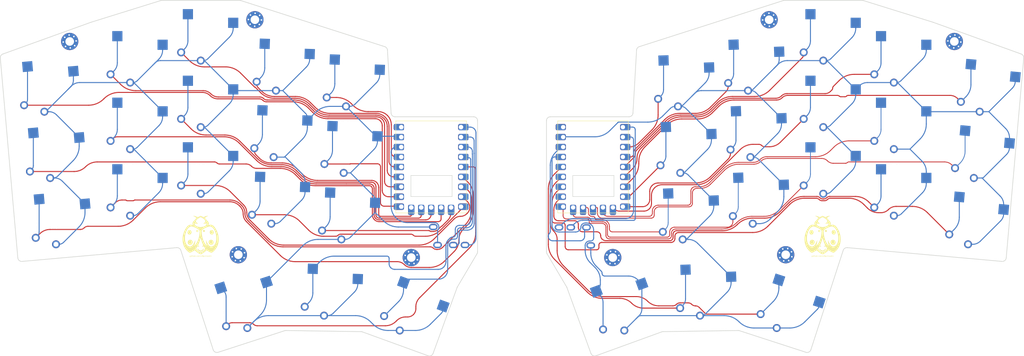
<source format=kicad_pcb>
(kicad_pcb (version 20221018) (generator pcbnew)
  (title_block (title "mushi") (rev "v1.0.0") (company "Unknown"))
  (layers (0 "F.Cu" signal) (31 "B.Cu" signal) (34 "B.Paste" user) (35 "F.Paste" user) (36 "B.SilkS" user "B.Silkscreen") (37 "F.SilkS" user "F.Silkscreen") (38 "B.Mask" user) (39 "F.Mask" user) (44 "Edge.Cuts" user))
  (net 0 "")
  (net 1 "matrix_pinky_bottom")
  (net 2 "GND")
  (net 3 "matrix_pinky_middle")
  (net 4 "matrix_pinky_top")
  (net 5 "matrix_ring_bottom")
  (net 6 "matrix_ring_middle")
  (net 7 "matrix_ring_top")
  (net 8 "matrix_middle_bottom")
  (net 9 "matrix_middle_middle")
  (net 10 "matrix_middle_top")
  (net 11 "matrix_index_bottom")
  (net 12 "matrix_index_middle")
  (net 13 "matrix_index_top")
  (net 14 "matrix_outer_bottom")
  (net 15 "matrix_outer_middle")
  (net 16 "matrix_outer_top")
  (net 17 "thumbs_inner_cluster")
  (net 18 "thumbs_middle_cluster")
  (net 19 "thumbs_outer_cluster")
  (net 20 "mirror_matrix_pinky_bottom")
  (net 21 "rGND")
  (net 22 "mirror_matrix_pinky_middle")
  (net 23 "mirror_matrix_pinky_top")
  (net 24 "mirror_matrix_ring_bottom")
  (net 25 "mirror_matrix_ring_middle")
  (net 26 "mirror_matrix_ring_top")
  (net 27 "mirror_matrix_middle_bottom")
  (net 28 "mirror_matrix_middle_middle")
  (net 29 "mirror_matrix_middle_top")
  (net 30 "mirror_matrix_index_bottom")
  (net 31 "mirror_matrix_index_middle")
  (net 32 "mirror_matrix_index_top")
  (net 33 "mirror_matrix_outer_bottom")
  (net 34 "mirror_matrix_outer_middle")
  (net 35 "mirror_matrix_outer_top")
  (net 36 "mirror_thumbs_inner_cluster")
  (net 37 "mirror_thumbs_middle_cluster")
  (net 38 "mirror_thumbs_outer_cluster")
  (net 39 "P5V")
  (net 40 "P3V3")
  (net 41 "RX")
  (net 42 "TX")
  (net 43 "rP5V")
  (net 44 "rP3V3")
  (net 45 "rRX")
  (net 46 "rTX")
  (footprint "PG1350" (layer "F.Cu") (at 194.559518 98.199212 -178)
    (fp_text reference "S71" hide)
    (fp_text value "" hide)
  )
  (footprint "PG1350" (layer "F.Cu") (at 86.228242 57.718589 178)
    (fp_text reference "S29" hide)
    (fp_text value "" hide)
  )
  (footprint "PG1350" (layer "F.Cu") (at 85.63495 74.708233 178)
    (fp_text reference "S28" hide)
    (fp_text value "" hide)
  )
  (footprint "PG1350" (layer "F.Cu") (at 207.414824 57.718589 -178)
    (fp_text reference "S65" hide)
    (fp_text value "" hide)
  )
  (footprint "PG1350" (layer "F.Cu") (at 86.821533 40.728945 178)
    (fp_text reference "S30" hide)
    (fp_text value "" hide)
  )
  (footprint "PG1350" (layer "F.Cu") (at 86.228242 57.718589 -2)
    (fp_text reference "S11" hide)
    (fp_text value "" hide)
  )
  (footprint "PG1350" (layer "F.Cu") (at 86.821533 40.728945 -2)
    (fp_text reference "S12" hide)
    (fp_text value "" hide)
  )
  (footprint "PG1350" (layer "F.Cu") (at 120.201945 102.338755 -20)
    (fp_text reference "S18" hide)
    (fp_text value "" hide)
  )
  (footprint "PG1350" (layer "F.Cu") (at 49.43495 55.668233 180)
    (fp_text reference "S23" hide)
    (fp_text value "" hide)
  )
  (footprint "PG1350" (layer "F.Cu") (at 49.43495 38.668233 180)
    (fp_text reference "S24" hide)
    (fp_text value "" hide)
  )
  (footprint "PG1350" (layer "F.Cu") (at 226.208116 50.058233)
    (fp_text reference "S44" hide)
    (fp_text value "" hide)
  )
  (footprint "PG1350" (layer "F.Cu") (at 226.208116 67.058233 180)
    (fp_text reference "S61" hide)
    (fp_text value "" hide)
  )
  (footprint "PG1350" (layer "F.Cu") (at 244.208116 72.668233 180)
    (fp_text reference "S58" hide)
    (fp_text value "" hide)
  )
  (footprint "MountingHole_2.2mm_M2_Pad_Via" (layer "F.Cu") (at 212.399084 28.526858 2)
    (fp_text reference "_6" hide)
    (fp_text value "")
  )
  (footprint "PG1350" (layer "F.Cu") (at 28.518352 63.06469 -175)
    (fp_text reference "S20" hide)
    (fp_text value "" hide)
  )
  (footprint "PG1350" (layer "F.Cu") (at 226.208116 67.058233)
    (fp_text reference "S43" hide)
    (fp_text value "" hide)
  )
  (footprint "PG1350" (layer "F.Cu") (at 49.43495 55.668233)
    (fp_text reference "S5" hide)
    (fp_text value "" hide)
  )
  (footprint "MountingHole_2.2mm_M2_Pad_Via" (layer "F.Cu") (at 259.630379 34.075515 -5)
    (fp_text reference "_5" hide)
    (fp_text value "")
  )
  (footprint "PG1350" (layer "F.Cu") (at 27.036705 46.12938 -175)
    (fp_text reference "S21" hide)
    (fp_text value "" hide)
  )
  (footprint "PG1350" (layer "F.Cu") (at 244.208116 38.668233)
    (fp_text reference "S42" hide)
    (fp_text value "" hide)
  )
  (footprint "PG1350" (layer "F.Cu") (at 208.008116 74.708233 2)
    (fp_text reference "S46" hide)
    (fp_text value "" hide)
  )
  (footprint "PG1350" (layer "F.Cu") (at 120.201945 102.338755 160)
    (fp_text reference "S36" hide)
    (fp_text value "" hide)
  )
  (footprint "RP2040-Zero" (layer "F.Cu") (at 157.318116 78.808233)
    (fp_text reference "RP2040Zero2")
    (fp_text value "")
    (fp_line (start 5 -5.13) (end 5 -10.5) (stroke (width 0.12)) (layer "Edge.Cuts"))
    (fp_line (start 5 -5.13) (end 15.5 -5.13) (stroke (width 0.12)) (layer "Edge.Cuts"))
    (fp_line (start 15.5 -10.5) (end 5 -10.5) (stroke (width 0.12)) (layer "Edge.Cuts"))
    (fp_line (start 15.5 -10.5) (end 15.5 -5.13) (stroke (width 0.12)) (layer "Edge.Cuts"))
  )
  (footprint "PG1350" (layer "F.Cu") (at 99.083548 98.199212 178)
    (fp_text reference "S35" hide)
    (fp_text value "" hide)
  )
  (footprint "PG1350" (layer "F.Cu") (at 263.643066 80 175)
    (fp_text reference "S55" hide)
    (fp_text value "" hide)
  )
  (footprint "PG1350" (layer "F.Cu") (at 216.152996 101.640387 162)
    (fp_text reference "S70" hide)
    (fp_text value "" hide)
  )
  (footprint "PG1350" (layer "F.Cu") (at 266.606361 46.12938 175)
    (fp_text reference "S57" hide)
    (fp_text value "" hide)
  )
  (footprint "PG1350" (layer "F.Cu") (at 77.49007 101.640387 18)
    (fp_text reference "S16" hide)
    (fp_text value "" hide)
  )
  (footprint "PG1350" (layer "F.Cu") (at 67.43495 50.058233 180)
    (fp_text reference "S26" hide)
    (fp_text value "" hide)
  )
  (footprint "MountingHole_2.2mm_M2_Pad_Via" (layer "F.Cu") (at 216.622807 88.544614 -18)
    (fp_text reference "_7" hide)
    (fp_text value "")
  )
  (footprint "MountingHole_2.2mm_M2_Pad_Via" (layer "F.Cu") (at 172.51456 89.267356 20)
    (fp_text reference "_8" hide)
    (fp_text value "")
  )
  (footprint "PG1350" (layer "F.Cu") (at 67.43495 67.058233 180)
    (fp_text reference "S25" hide)
    (fp_text value "" hide)
  )
  (footprint "PG1350" (layer "F.Cu") (at 244.208116 55.668233)
    (fp_text reference "S41" hide)
    (fp_text value "" hide)
  )
  (footprint "PG1350" (layer "F.Cu") (at 67.43495 33.058233)
    (fp_text reference "S9" hide)
    (fp_text value "" hide)
  )
  (footprint "PG1350" (layer "F.Cu") (at 67.43495 50.058233)
    (fp_text reference "S8" hide)
    (fp_text value "" hide)
  )
  (footprint "PG1350" (layer "F.Cu") (at 67.43495 33.058233 180)
    (fp_text reference "S27" hide)
    (fp_text value "" hide)
  )
  (footprint "PG1350" (layer "F.Cu") (at 206.821533 40.728945 2)
    (fp_text reference "S48" hide)
    (fp_text value "" hide)
  )
  (footprint "PG1350" (layer "F.Cu") (at 173.441121 102.338755 -160)
    (fp_text reference "S72" hide)
    (fp_text value "" hide)
  )
  (footprint "PG1350" (layer "F.Cu") (at 244.208116 55.668233 180)
    (fp_text reference "S59" hide)
    (fp_text value "" hide)
  )
  (footprint "PG1350" (layer "F.Cu") (at 265.124714 63.06469 -5)
    (fp_text reference "S38" hide)
    (fp_text value "" hide)
  )
  (footprint "PG1350" (layer "F.Cu") (at 226.208116 50.058233 180)
    (fp_text reference "S62" hide)
    (fp_text value "" hide)
  )
  (footprint "images:mushi" (layer "F.Cu") (at 67.431098 83.82)
    (fp_text reference "")
    (fp_text value "LOGO" hide)
  )
  (footprint "PG1350" (layer "F.Cu") (at 244.208116 38.668233 180)
    (fp_text reference "S60" hide)
    (fp_text value "" hide)
  )
  (footprint "PG1350" (layer "F.Cu") (at 265.124714 63.06469 175)
    (fp_text reference "S56" hide)
    (fp_text value "" hide)
  )
  (footprint "PG1350" (layer "F.Cu") (at 226.208116 33.058233 180)
    (fp_text reference "S63" hide)
    (fp_text value "" hide)
  )
  (footprint "images:mushi" (layer "F.Cu") (at 226.06 83.82)
    (fp_text reference "")
    (fp_text value "LOGO" hide)
  )
  (footprint "PG1350" (layer "F.Cu") (at 49.43495 72.668233 180)
    (fp_text reference "S22" hide)
    (fp_text value "" hide)
  )
  (footprint "PG1350" (layer "F.Cu") (at 188.951156 44.755065 -178)
    (fp_text reference "S69" hide)
    (fp_text value "" hide)
  )
  (footprint "PG1350" (layer "F.Cu") (at 30 80 -175)
    (fp_text reference "S19" hide)
    (fp_text value "" hide)
  )
  (footprint "RP2040-Zero" (layer "F.Cu") (at 116.03495 78.808233)
    (fp_text reference "RP2040Zero1")
    (fp_text value "")
    (fp_line (start 5 -5.13) (end 5 -10.5) (stroke (width 0.12)) (layer "Edge.Cuts"))
    (fp_line (start 5 -5.13) (end 15.5 -5.13) (stroke (width 0.12)) (layer "Edge.Cuts"))
    (fp_line (start 15.5 -10.5) (end 5 -10.5) (stroke (width 0.12)) (layer "Edge.Cuts"))
    (fp_line (start 15.5 -10.5) (end 15.5 -5.13) (stroke (width 0.12)) (layer "Edge.Cuts"))
  )
  (footprint "PG1350" (layer "F.Cu") (at 206.821533 40.728945 -178)
    (fp_text reference "S66" hide)
    (fp_text value "" hide)
  )
  (footprint "PG1350" (layer "F.Cu") (at 244.208116 72.668233)
    (fp_text reference "S40" hide)
    (fp_text value "" hide)
  )
  (footprint "TRRS-PJ-320A-dual" (layer "F.Cu") (at 138.03495 86.058233 -90)
    (fp_text reference "TRRS1")
    (fp_text value "TRRS-PJ-320A-dual")
  )
  (footprint "PG1350" (layer "F.Cu") (at 266.606361 46.12938 -5)
    (fp_text reference "S39" hide)
    (fp_text value "" hide)
  )
  (footprint "PG1350" (layer "F.Cu") (at 104.69191 44.755065 -2)
    (fp_text reference "S15" hide)
    (fp_text value "" hide)
  )
  (footprint "PG1350" (layer "F.Cu") (at 104.69191 44.755065 178)
    (fp_text reference "S33" hide)
    (fp_text value "" hide)
  )
  (footprint "PG1350" (layer "F.Cu") (at 104.098618 61.744709 178)
    (fp_text reference "S32" hide)
    (fp_text value "" hide)
  )
  (footprint "MountingHole_2.2mm_M2_Pad_Via" (layer "F.Cu") (at 81.243982 28.526858 -2)
    (fp_text reference "_2" hide)
    (fp_text value "")
  )
  (footprint "MountingHole_2.2mm_M2_Pad_Via" (layer "F.Cu") (at 77.020259 88.544614 18)
    (fp_text reference "_3" hide)
    (fp_text value "")
  )
  (footprint "PG1350" (layer "F.Cu") (at 30 80 5)
    (fp_text reference "S1" hide)
    (fp_text value "" hide)
  )
  (footprint "PG1350" (layer "F.Cu") (at 190.137739 78.734353 2)
    (fp_text reference "S49" hide)
    (fp_text value "" hide)
  )
  (footprint "PG1350" (layer "F.Cu") (at 28.518352 63.06469 5)
    (fp_text reference "S2" hide)
    (fp_text value "" hide)
  )
  (footprint "PG1350" (layer "F.Cu") (at 263.643066 80 -5)
    (fp_text reference "S37" hide)
    (fp_text value "" hide)
  )
  (footprint "PG1350" (layer "F.Cu") (at 104.098618 61.744709 -2)
    (fp_text reference "S14" hide)
    (fp_text value "" hide)
  )
  (footprint "PG1350" (layer "F.Cu") (at 194.559518 98.199212 2)
    (fp_text reference "S53" hide)
    (fp_text value "" hide)
  )
  (footprint "PG1350" (layer "F.Cu") (at 190.137739 78.734353 -178)
    (fp_text reference "S67" hide)
    (fp_text value "" hide)
  )
  (footprint "PG1350" (layer "F.Cu") (at 188.951156 44.755065 2)
    (fp_text reference "S51" hide)
    (fp_text value "" hide)
  )
  (footprint "PG1350" (layer "F.Cu") (at 99.083548 98.199212 -2)
    (fp_text reference "S17" hide)
    (fp_text value "" hide)
  )
  (footprint "PG1350" (layer "F.Cu") (at 226.208116 33.058233)
    (fp_text reference "S45" hide)
    (fp_text value "" hide)
  )
  (footprint "PG1350" (layer "F.Cu") (at 216.152996 101.640387 -18)
    (fp_text reference "S52" hide)
    (fp_text value "" hide)
  )
  (footprint "PG1350" (layer "F.Cu") (at 189.544448 61.744709 -178)
    (fp_text reference "S68" hide)
    (fp_text value "" hide)
  )
  (footprint "PG1350" (layer "F.Cu") (at 103.505327 78.734353 -2)
    (fp_text reference "S13" hide)
    (fp_text value "" hide)
  )
  (footprint "TRRS-PJ-320A-dual" (layer "F.Cu") (at 155.608116 81.558233 90)
    (fp_text reference "TRRS2")
    (fp_text value "TRRS-PJ-320A-dual")
  )
  (footprint "PG1350" (layer "F.Cu") (at 207.414824 57.718589 2)
    (fp_text reference "S47" hide)
    (fp_text value "" hide)
  )
  (footprint "PG1350" (layer "F.Cu") (at 27.036705 46.12938 5)
    (fp_text reference "S3" hide)
    (fp_text value "" hide)
  )
  (footprint "PG1350" (layer "F.Cu") (at 67.43495 67.058233)
    (fp_text reference "S7" hide)
    (fp_text value "" hide)
  )
  (footprint "PG1350" (layer "F.Cu") (at 173.441121 102.338755 20)
    (fp_text reference "S54" hide)
    (fp_text value "" hide)
  )
  (footprint "PG1350" (layer "F.Cu") (at 49.43495 38.668233)
    (fp_text reference "S6" hide)
    (fp_text value "" hide)
  )
  (footprint "PG1350" (layer "F.Cu") (at 77.49007 101.640387 -162)
    (fp_text reference "S34" hide)
    (fp_text value "" hide)
  )
  (footprint "PG1350" (layer "F.Cu") (at 85.63495 74.708233 -2)
    (fp_text reference "S10" hide)
    (fp_text value "" hide)
  )
  (footprint "MountingHole_2.2mm_M2_Pad_Via" (layer "F.Cu") (at 121.128506 89.267356 -20)
    (fp_text reference "_4" hide)
    (fp_text value "")
  )
  (footprint "PG1350" (layer "F.Cu") (at 103.505327 78.734353 178)
    (fp_text reference "S31" hide)
    (fp_text value "" hide)
  )
  (footprint "PG1350" (layer "F.Cu") (at 49.43495 72.668233)
    (fp_text reference "S4" hide)
    (fp_text value "" hide)
  )
  (footprint "MountingHole_2.2mm_M2_Pad_Via" (layer "F.Cu") (at 34.012687 34.075515 5)
    (fp_text reference "_1" hide)
    (fp_text value "")
  )
  (footprint "PG1350" (layer "F.Cu") (at 208.008116 74.708233 -178)
    (fp_text reference "S64" hide)
    (fp_text value "" hide)
  )
  (footprint "PG1350" (layer "F.Cu") (at 189.544448 61.744709 2)
    (fp_text reference "S50" hide)
    (fp_text value "" hide)
  )
  (gr_arc (start 71.866223 113.456577) (mid 71.103215 113.396527) (end 70.606149 112.814537) (stroke (width 0.15)) (layer "Edge.Cuts"))
  (gr_line (start 108.326954 108.185119) (end 89.151321 107.896769) (stroke (width 0.15)) (layer "Edge.Cuts"))
  (gr_arc (start 114.363767 35.400257) (mid 114.849041 35.740202) (end 115.056762 36.295094) (stroke (width 0.15)) (layer "Edge.Cuts"))
  (gr_line (start 223.036917 112.814537) (end 231.288676 87.418234) (stroke (width 0.15)) (layer "Edge.Cuts"))
  (gr_line (start 116.979106 53.308233) (end 137.03495 53.308233) (stroke (width 0.15)) (layer "Edge.Cuts"))
  (gr_arc (start 21.863686 90.246511) (mid 21.132759 90.017017) (end 20.778737 89.337612) (stroke (width 0.15)) (layer "Edge.Cuts"))
  (gr_line (start 178.586304 36.295094) (end 177.662311 52.365634) (stroke (width 0.15)) (layer "Edge.Cuts"))
  (gr_line (start 61.314579 86.731198) (end 21.863686 90.24651) (stroke (width 0.15)) (layer "Edge.Cuts"))
  (gr_arc (start 204.491744 107.896769) (mid 204.655784 107.907819) (end 204.815797 107.945599) (stroke (width 0.15)) (layer "Edge.Cuts"))
  (gr_arc (start 116.979106 53.308233) (mid 116.292593 53.035351) (end 115.980755 52.365634) (stroke (width 0.15)) (layer "Edge.Cuts"))
  (gr_arc (start 61.314579 86.731198) (mid 61.954601 86.892923) (end 62.35439 87.418234) (stroke (width 0.15)) (layer "Edge.Cuts"))
  (gr_arc (start 272.864328 89.337612) (mid 272.510307 90.017016) (end 271.77938 90.24651) (stroke (width 0.15)) (layer "Edge.Cuts"))
  (gr_arc (start 132.816361 96.918976) (mid 132.851938 96.833708) (end 132.895233 96.752088) (stroke (width 0.15)) (layer "Edge.Cuts"))
  (gr_line (start 236.055893 23.558233) (end 216.364529 23.558233) (stroke (width 0.15)) (layer "Edge.Cuts"))
  (gr_arc (start 16.313843 38.303637) (mid 16.467374 37.678042) (end 16.97056 37.275868) (stroke (width 0.15)) (layer "Edge.Cuts"))
  (gr_line (start 168.233079 114.344016) (end 184.989127 108.245314) (stroke (width 0.15)) (layer "Edge.Cuts"))
  (gr_arc (start 126.6917 113.746345) (mid 126.174625 114.310632) (end 125.409987 114.344016) (stroke (width 0.15)) (layer "Edge.Cuts"))
  (gr_arc (start 231.288676 87.418234) (mid 231.688465 86.892923) (end 232.328487 86.731198) (stroke (width 0.15)) (layer "Edge.Cuts"))
  (gr_arc (start 88.827268 107.9456) (mid 88.987281 107.90782) (end 89.151321 107.896769) (stroke (width 0.15)) (layer "Edge.Cuts"))
  (gr_line (start 115.056762 36.295094) (end 115.980755 52.365634) (stroke (width 0.15)) (layer "Edge.Cuts"))
  (gr_line (start 160.826705 96.918976) (end 166.951366 113.746344) (stroke (width 0.15)) (layer "Edge.Cuts"))
  (gr_arc (start 177.662311 52.365634) (mid 177.350472 53.035351) (end 176.66396 53.308233) (stroke (width 0.15)) (layer "Edge.Cuts"))
  (gr_line (start 272.864329 89.337612) (end 277.329223 38.303638) (stroke (width 0.15)) (layer "Edge.Cuts"))
  (gr_arc (start 178.586304 36.295094) (mid 178.794025 35.740202) (end 179.279299 35.400257) (stroke (width 0.15)) (layer "Edge.Cuts"))
  (gr_arc (start 57.289623 23.603527) (mid 57.436684 23.569622) (end 57.587173 23.558233) (stroke (width 0.15)) (layer "Edge.Cuts"))
  (gr_arc (start 137.03495 53.308233) (mid 137.742057 53.601126) (end 138.03495 54.308233) (stroke (width 0.15)) (layer "Edge.Cuts"))
  (gr_arc (start 108.326955 108.18512) (mid 108.492966 108.201533) (end 108.653939 108.245314) (stroke (width 0.15)) (layer "Edge.Cuts"))
  (gr_line (start 132.816361 96.918976) (end 126.6917 113.746344) (stroke (width 0.15)) (layer "Edge.Cuts"))
  (gr_line (start 276.672506 37.275868) (end 254.228923 29.175742) (stroke (width 0.15)) (layer "Edge.Cuts"))
  (gr_arc (start 276.672507 37.275869) (mid 277.175693 37.678043) (end 277.329223 38.303638) (stroke (width 0.15)) (layer "Edge.Cuts"))
  (gr_line (start 155.608116 54.308233) (end 155.608116 87.784747) (stroke (width 0.15)) (layer "Edge.Cuts"))
  (gr_line (start 20.778737 89.337612) (end 16.313843 38.303638) (stroke (width 0.15)) (layer "Edge.Cuts"))
  (gr_line (start 57.587173 23.558233) (end 77.278537 23.558233) (stroke (width 0.15)) (layer "Edge.Cuts"))
  (gr_line (start 88.827269 107.945599) (end 71.866223 113.456577) (stroke (width 0.15)) (layer "Edge.Cuts"))
  (gr_line (start 216.059173 23.605995) (end 179.279299 35.400257) (stroke (width 0.15)) (layer "Edge.Cuts"))
  (gr_arc (start 216.059173 23.605995) (mid 216.209995 23.570246) (end 216.364529 23.558233) (stroke (width 0.15)) (layer "Edge.Cuts"))
  (gr_arc (start 254.186996 29.16165) (mid 254.208037 29.168464) (end 254.228923 29.175742) (stroke (width 0.15)) (layer "Edge.Cuts"))
  (gr_line (start 155.747295 88.293655) (end 160.747833 96.752088) (stroke (width 0.15)) (layer "Edge.Cuts"))
  (gr_arc (start 223.036917 112.814537) (mid 222.539851 113.396527) (end 221.776843 113.456577) (stroke (width 0.15)) (layer "Edge.Cuts"))
  (gr_arc (start 160.747833 96.752088) (mid 160.791128 96.833708) (end 160.826705 96.918976) (stroke (width 0.15)) (layer "Edge.Cuts"))
  (gr_arc (start 138.03495 87.784747) (mid 137.999528 88.048545) (end 137.895771 88.293655) (stroke (width 0.15)) (layer "Edge.Cuts"))
  (gr_arc (start 39.414143 29.175742) (mid 39.435029 29.168464) (end 39.45607 29.16165) (stroke (width 0.15)) (layer "Edge.Cuts"))
  (gr_arc (start 236.055894 23.558233) (mid 236.206383 23.569621) (end 236.353444 23.603527) (stroke (width 0.15)) (layer "Edge.Cuts"))
  (gr_line (start 39.45607 29.16165) (end 57.289622 23.603527) (stroke (width 0.15)) (layer "Edge.Cuts"))
  (gr_line (start 254.186996 29.16165) (end 236.353444 23.603527) (stroke (width 0.15)) (layer "Edge.Cuts"))
  (gr_line (start 77.583893 23.605995) (end 114.363767 35.400257) (stroke (width 0.15)) (layer "Edge.Cuts"))
  (gr_arc (start 168.233078 114.344016) (mid 167.46844 114.310631) (end 166.951366 113.746344) (stroke (width 0.15)) (layer "Edge.Cuts"))
  (gr_line (start 204.815797 107.945599) (end 221.776843 113.456577) (stroke (width 0.15)) (layer "Edge.Cuts"))
  (gr_arc (start 184.989127 108.245313) (mid 185.1501 108.201531) (end 185.316112 108.185119) (stroke (width 0.15)) (layer "Edge.Cuts"))
  (gr_arc (start 155.608116 54.308233) (mid 155.901009 53.601126) (end 156.608116 53.308233) (stroke (width 0.15)) (layer "Edge.Cuts"))
  (gr_arc (start 77.278537 23.558233) (mid 77.433071 23.570246) (end 77.583893 23.605995) (stroke (width 0.15)) (layer "Edge.Cuts"))
  (gr_line (start 185.316112 108.185119) (end 204.491745 107.896769) (stroke (width 0.15)) (layer "Edge.Cuts"))
  (gr_line (start 137.895771 88.293655) (end 132.895233 96.752088) (stroke (width 0.15)) (layer "Edge.Cuts"))
  (gr_arc (start 155.747295 88.293655) (mid 155.643538 88.048545) (end 155.608116 87.784747) (stroke (width 0.15)) (layer "Edge.Cuts"))
  (gr_line (start 16.97056 37.275868) (end 39.414143 29.175742) (stroke (width 0.15)) (layer "Edge.Cuts"))
  (gr_line (start 138.03495 54.308233) (end 138.03495 87.784747) (stroke (width 0.15)) (layer "Edge.Cuts"))
  (gr_line (start 70.606149 112.814537) (end 62.35439 87.418234) (stroke (width 0.15)) (layer "Edge.Cuts"))
  (gr_line (start 125.409987 114.344016) (end 108.653939 108.245314) (stroke (width 0.15)) (layer "Edge.Cuts"))
  (gr_line (start 176.66396 53.308233) (end 156.608116 53.308233) (stroke (width 0.15)) (layer "Edge.Cuts"))
  (gr_line (start 232.328487 86.731198) (end 271.77938 90.24651) (stroke (width 0.15)) (layer "Edge.Cuts"))
  (segment (start 79.064293 80.059589) (end 87.724157 88.719453) (width 0.25) (layer "F.Cu") (net 1))
  (segment (start 132.070736 87.713436) (end 129.585609 90.198563) (width 0.25) (layer "F.Cu") (net 1))
  (segment (start 136.93995 77.226655) (end 136.93995 73.325063) (width 0.25) (layer "F.Cu") (net 1))
  (segment (start 53.291946 76.607697) (end 50.213436 79.686207) (width 0.25) (layer "F.Cu") (net 1))
  (segment (start 121.128504 91.792356) (end 125.737853 91.792356) (width 0.25) (layer "F.Cu") (net 1))
  (segment (start 26.416127 83.155409) (end 25.350218 84.221319) (width 0.25) (layer "F.Cu") (net 1))
  (segment (start 91.571913 90.313246) (end 117.557617 90.313246) (width 0.25) (layer "F.Cu") (net 1))
  (segment (start 74.878732 75.013905) (end 57.139702 75.013905) (width 0.25) (layer "F.Cu") (net 1))
  (segment (start 38.672402 81.28) (end 46.36568 81.28) (width 0.25) (layer "F.Cu") (net 1))
  (segment (start 134.336576 68.784483) (end 135.570138 70.018045) (width 0.25) (layer "F.Cu") (net 1))
  (segment (start 36.718097 82.0895) (end 28.98946 82.0895) (width 0.25) (layer "F.Cu") (net 1))
  (segment (start 77.464462 76.197254) (end 77.272745 76.005537) (width 0.25) (layer "F.Cu") (net 1))
  (segment (start 134.007638 68.648233) (end 133.81495 68.648233) (width 0.25) (layer "F.Cu") (net 1))
  (segment (start 134.449163 81.971405) (end 135.346157 81.074411) (width 0.25) (layer "F.Cu") (net 1))
  (arc (start 119.343061 91.052801) (mid 118.523892 90.50545) (end 117.557617 90.313246) (width 0.25) (layer "F.Cu") (net 1))
  (arc (start 37.69525 81.68475) (mid 37.246928 81.984308) (end 36.718097 82.0895) (width 0.25) (layer "F.Cu") (net 1))
  (arc (start 133.25995 84.842421) (mid 132.950883 86.396203) (end 132.070736 87.713436) (width 0.25) (layer "F.Cu") (net 1))
  (arc (start 136.93995 77.226655) (mid 136.525736 79.309045) (end 135.346157 81.074411) (width 0.25) (layer "F.Cu") (net 1))
  (arc (start 38.672402 81.28) (mid 38.143571 81.385191) (end 37.69525 81.68475) (width 0.25) (layer "F.Cu") (net 1))
  (arc (start 28.98946 82.0895) (mid 27.596782 82.36652) (end 26.416127 83.155409) (width 0.25) (layer "F.Cu") (net 1))
  (arc (start 57.139702 75.013905) (mid 55.057311 75.428118) (end 53.291946 76.607697) (width 0.25) (layer "F.Cu") (net 1))
  (arc (start 78.264378 78.128422) (mid 78.472269 79.173562) (end 79.064293 80.059589) (width 0.25) (layer "F.Cu") (net 1))
  (arc (start 77.272745 76.005537) (mid 76.174362 75.271621) (end 74.878732 75.013905) (width 0.25) (layer "F.Cu") (net 1))
  (arc (start 50.213436 79.686207) (mid 48.44807 80.865786) (end 46.36568 81.28) (width 0.25) (layer "F.Cu") (net 1))
  (arc (start 129.585609 90.198563) (mid 127.820243 91.378142) (end 125.737853 91.792356) (width 0.25) (layer "F.Cu") (net 1))
  (arc (start 87.724157 88.719453) (mid 89.489522 89.899032) (end 91.571913 90.313246) (width 0.25) (layer "F.Cu") (net 1))
  (arc (start 134.449163 81.971405) (mid 133.569016 83.288638) (end 133.25995 84.842421) (width 0.25) (layer "F.Cu") (net 1))
  (arc (start 77.464462 76.197254) (mid 78.056486 77.083281) (end 78.264378 78.128422) (width 0.25) (layer "F.Cu") (net 1))
  (arc (start 135.570138 70.018045) (mid 136.583947 71.535317) (end 136.93995 73.325063) (width 0.25) (layer "F.Cu") (net 1))
  (arc (start 134.336576 68.784483) (mid 134.185658 68.683643) (end 134.007638 68.648233) (width 0.25) (layer "F.Cu") (net 1))
  (arc (start 119.343061 91.052801) (mid 120.162229 91.600151) (end 121.128504 91.792356) (width 0.25) (layer "F.Cu") (net 1))
  (segment (start 26.218886 82.738409) (end 26.218886 74.358077) (width 0.25) (layer "B.Cu") (net 1))
  (segment (start 25.784552 83.786985) (end 25.350218 84.221319) (width 0.25) (layer "B.Cu") (net 1))
  (arc (start 26.218886 82.738409) (mid 26.106006 83.305894) (end 25.784552 83.786985) (width 0.25) (layer "B.Cu") (net 1))
  (segment (start 69.379789 72.450233) (end 74.715814 67.114208) (width 0.25) (layer "B.Cu") (net 2))
  (segment (start 37.916677 75.543056) (end 37.916677 77.727493) (width 0.25) (layer "B.Cu") (net 2))
  (segment (start 93.158838 74.606625) (end 87.773102 79.992361) (width 0.25) (layer "B.Cu") (net 2))
  (segment (start 75.70995 63.308233) (end 75.70995 64.714153) (width 0.25) (layer "B.Cu") (net 2))
  (segment (start 104.165311 84.630759) (end 103.29942 84.630759) (width 0.25) (layer "B.Cu") (net 2))
  (segment (start 28.692568 52.006929) (end 27.721739 52.006929) (width 0.25) (layer "B.Cu") (net 2))
  (segment (start 111.906159 74.599106) (end 111.906159 75.951756) (width 0.25) (layer "B.Cu") (net 2))
  (segment (start 57.14952 38.958233) (end 67.43495 38.958233) (width 0.25) (layer "B.Cu") (net 2))
  (segment (start 118.229353 58.285787) (end 112.49945 58.285787) (width 0.25) (layer "B.Cu") (net 2))
  (segment (start 56.752285 55.584581) (end 51.240162 61.096704) (width 0.25) (layer "B.Cu") (net 2))
  (segment (start 98.877641 104.095618) (end 84.700902 104.095618) (width 0.25) (layer "B.Cu") (net 2))
  (segment (start 55.288433 40.048433) (end 51.240162 44.096704) (width 0.25) (layer "B.Cu") (net 2))
  (segment (start 94.035782 70.009125) (end 94.035782 72.489496) (width 0.25) (layer "B.Cu") (net 2))
  (segment (start 69.240162 38.486704) (end 74.752285 32.974581) (width 0.25) (layer "B.Cu") (net 2))
  (segment (start 104.486003 50.651471) (end 111.986275 58.151743) (width 0.25) (layer "B.Cu") (net 2))
  (segment (start 94.035782 69.942546) (end 94.035782 70.009125) (width 0.25) (layer "B.Cu") (net 2))
  (segment (start 30.174215 68.942239) (end 29.750991 68.942239) (width 0.25) (layer "B.Cu") (net 2))
  (segment (start 88.347408 46.625351) (end 86.615626 46.625351) (width 0.25) (layer "B.Cu") (net 2))
  (segment (start 125.999883 106.289148) (end 128.77136 103.517671) (width 0.25) (layer "B.Cu") (net 2))
  (segment (start 79.31327 107.25162) (end 82.607456 103.957433) (width 0.25) (layer "B.Cu") (net 2))
  (segment (start 84.201249 100.109677) (end 84.201249 95.516809) (width 0.25) (layer "B.Cu") (net 2))
  (segment (start 117.862553 81.458233) (end 126.73495 81.458233) (width 0.25) (layer "B.Cu") (net 2))
  (segment (start 93.111759 67.711759) (end 88.9 63.5) (width 0.25) (layer "B.Cu") (net 2))
  (segment (start 76.251304 46.625351) (end 86.615626 46.625351) (width 0.25) (layer "B.Cu") (net 2))
  (segment (start 111.622506 61.643101) (end 105.624493 67.641115) (width 0.25) (layer "B.Cu") (net 2))
  (segment (start 93.387656 59.012343) (end 88.9 63.5) (width 0.25) (layer "B.Cu") (net 2))
  (segment (start 79.31327 107.25162) (end 80.891271 105.673619) (width 0.25) (layer "B.Cu") (net 2))
  (segment (start 50.686986 44.895269) (end 57.70995 51.918233) (width 0.25) (layer "B.Cu") (net 2))
  (segment (start 75.70995 30.662575) (end 75.70995 29.308233) (width 0.25) (layer "B.Cu") (net 2))
  (segment (start 122.152127 107.882941) (end 118.184026 107.882941) (width 0.25) (layer "B.Cu") (net 2))
  (segment (start 94.629074 54.259667) (end 94.629074 53.583342) (width 0.25) (layer "B.Cu") (net 2))
  (segment (start 33.599742 46.299742) (end 34.465496 45.433987) (width 0.25) (layer "B.Cu") (net 2))
  (segment (start 107.48438 95.980475) (end 107.48438 94.74029) (width 0.25) (layer "B.Cu") (net 2))
  (segment (start 50.15337 78.568233) (end 49.43495 78.568233) (width 0.25) (layer "B.Cu") (net 2))
  (segment (start 34.953382 43.988932) (end 34.953382 41.672436) (width 0.25) (layer "B.Cu") (net 2))
  (segment (start 101.2217 103.48334) (end 106.607436 98.097604) (width 0.25) (layer "B.Cu") (net 2))
  (segment (start 67.43495 38.958233) (end 67.89745 38.958233) (width 0.25) (layer "B.Cu") (net 2))
  (segment (start 49.89745 61.568233) (end 50.101792 61.568233) (width 0.25) (layer "B.Cu") (net 2))
  (segment (start 75.70995 47.662575) (end 75.70995 46.308233) (width 0.25) (layer "B.Cu") (net 2))
  (segment (start 111.427925 73.444547) (end 105.624493 67.641115) (width 0.25) (layer "B.Cu") (net 2))
  (segment (start 88.703691 63.614995) (end 86.022335 63.614995) (width 0.25) (layer "B.Cu") (net 2))
  (segment (start 98.877641 104.095618) (end 106.921654 104.095618) (width 0.25) (layer "B.Cu") (net 2))
  (segment (start 104.486003 50.651471) (end 100.491233 50.651471) (width 0.25) (layer "B.Cu") (net 2))
  (segment (start 49.43495 44.568233) (end 49.89745 44.568233) (width 0.25) (layer "B.Cu") (net 2))
  (segment (start 111.906159 77.755802) (end 111.906159 75.951756) (width 0.25) (layer "B.Cu") (net 2))
  (segment (start 55.288433 40.048433) (end 55.833533 39.503333) (width 0.25) (layer "B.Cu") (net 2))
  (segment (start 49.43495 44.568233) (end 36.555612 44.568233) (width 0.25) (layer "B.Cu") (net 2))
  (segment (start 106.830062 50.039193) (end 112.215798 44.653457) (width 0.25) (layer "B.Cu") (net 2))
  (segment (start 68.686986 39.285269) (end 75.70995 46.308233) (width 0.25) (layer "B.Cu") (net 2))
  (segment (start 112.49945 59.525972) (end 112.49945 58.285787) (width 0.25) (layer "B.Cu") (net 2))
  (segment (start 56.715814 72.724208) (end 51.379789 78.060233) (width 0.25) (layer "B.Cu") (net 2))
  (segment (start 88.347408 46.625351) (end 94.15084 52.428783) (width 0.25) (layer "B.Cu") (net 2))
  (segment (start 129.260477 102.336839) (end 129.260477 101.645124) (width 0.25) (layer "B.Cu") (net 2))
  (segment (start 69.240162 55.486704) (end 74.752285 49.974581) (width 0.25) (layer "B.Cu") (net 2))
  (segment (start 94.629074 56.015296) (end 94.629074 54.259667) (width 0.25) (layer "B.Cu") (net 2))
  (segment (start 95.222365 38.510208) (end 95.222365 37.270023) (width 0.25) (layer "B.Cu") (net 2))
  (segment (start 112.309884 58.285787) (end 112.49945 58.285787) (width 0.25) (layer "B.Cu") (net 2))
  (segment (start 57.70995 53.272575) (end 57.70995 51.918233) (width 0.25) (layer "B.Cu") (net 2))
  (segment (start 49.43495 44.568233) (end 50.101792 44.568233) (width 0.25) (layer "B.Cu") (net 2))
  (segment (start 97.341262 84.630759) (end 103.29942 84.630759) (width 0.25) (layer "B.Cu") (net 2))
  (segment (start 31.232639 85.877549) (end 30.514219 85.877549) (width 0.25) (layer "B.Cu") (net 2))
  (segment (start 68.15337 72.958233) (end 67.43495 72.958233) (width 0.25) (layer "B.Cu") (net 2))
  (segment (start 36.435029 58.607746) (end 30.641476 52.814193) (width 0.25) (layer "B.Cu") (net 2))
  (segment (start 50.686986 61.895269) (end 57.70995 68.918233) (width 0.25) (layer "B.Cu") (net 2))
  (segment (start 98.877641 104.095618) (end 99.743532 104.095618) (width 0.25) (layer "B.Cu") (net 2))
  (segment (start 57.70995 36.272575) (end 57.70995 34.918233) (width 0.25) (layer "B.Cu") (net 2))
  (segment (start 56.752285 38.584581) (end 55.288433 40.048433) (width 0.25) (layer "B.Cu") (net 2))
  (segment (start 96.643477 52.245263) (end 94.629074 54.259667) (width 0.25) (layer "B.Cu") (net 2))
  (segment (start 111.369148 106.289148) (end 110.76941 105.68941) (width 0.25) (layer "B.Cu") (net 2))
  (segment (start 105.351894 50.651471) (end 104.486003 50.651471) (width 0.25) (layer "B.Cu") (net 2))
  (segment (start 30.97741 68.434239) (end 34.890398 64.521251) (width 0.25) (layer "B.Cu") (net 2))
  (segment (start 105.643479 84.018481) (end 111.906159 77.755802) (width 0.25) (layer "B.Cu") (net 2))
  (segment (start 88.9 63.5) (end 88.842502 63.557497) (width 0.25) (layer "B.Cu") (net 2))
  (segment (start 88.347408 46.625351) (end 94.345421 40.627337) (width 0.25) (layer "B.Cu") (net 2))
  (segment (start 57.70995 70.324153) (end 57.70995 68.918233) (width 0.25) (layer "B.Cu") (net 2))
  (segment (start 32.459058 85.369549) (end 36.372046 81.456561) (width 0.25) (layer "B.Cu") (net 2))
  (segment (start 34.276562 45.622921) (end 33.599742 46.299742) (width 0.25) (layer "B.Cu") (net 2))
  (segment (start 118.473727 58.38701) (end 118.57495 58.488233) (width 0.25) (layer "B.Cu") (net 2))
  (segment (start 105.624493 67.641115) (end 103.892711 67.641115) (width 0.25) (layer "B.Cu") (net 2))
  (segment (start 86.294934 80.604639) (end 85.429043 80.604639) (width 0.25) (layer "B.Cu") (net 2))
  (segment (start 111.906159 77.755802) (end 114.014797 79.86444) (width 0.25) (layer "B.Cu") (net 2))
  (segment (start 115.216904 107.882941) (end 118.184026 107.882941) (width 0.25) (layer "B.Cu") (net 2))
  (segment (start 67.89745 55.958233) (end 68.101792 55.958233) (width 0.25) (layer "B.Cu") (net 2))
  (segment (start 113.092742 42.536328) (end 113.092742 41.296143) (width 0.25) (layer "B.Cu") (net 2))
  (segment (start 67.43495 38.958233) (end 68.101792 38.958233) (width 0.25) (layer "B.Cu") (net 2))
  (segment (start 32.123124 69.749503) (end 37.916677 75.543056) (width 0.25) (layer "B.Cu") (net 2))
  (segment (start 36.435029 58.607746) (end 36.435029 60.792183) (width 0.25) (layer "B.Cu") (net 2))
  (segment (start 68.686986 56.285269) (end 75.70995 63.308233) (width 0.25) (layer "B.Cu") (net 2))
  (segment (start 84.201249 95.516809) (end 93.493506 86.224551) (width 0.25) (layer "B.Cu") (net 2))
  (segment (start 75.868509 46.466792) (end 75.70995 46.308233) (width 0.25) (layer "B.Cu") (net 2))
  (segment (start 28.013338 51.886144) (end 33.599742 46.299742) (width 0.25) (layer "B.Cu") (net 2))
  (arc (start 94.035782 72.489496) (mid 93.807871 73.635278) (end 93.158838 74.606625) (width 0.25) (layer "B.Cu") (net 2))
  (arc (start 100.491233 50.651471) (mid 98.408842 51.065684) (end 96.643477 52.245263) (width 0.25) (layer "B.Cu") (net 2))
  (arc (start 50.686986 44.895269) (mid 50.324744 44.653226) (end 49.89745 44.568233) (width 0.25) (layer "B.Cu") (net 2))
  (arc (start 75.70995 64.714153) (mid 75.451582 66.013053) (end 74.715814 67.114208) (width 0.25) (layer "B.Cu") (net 2))
  (arc (start 69.379789 72.450233) (mid 68.817103 72.826208) (end 68.15337 72.958233) (width 0.25) (layer "B.Cu") (net 2))
  (arc (start 118.473727 58.38701) (mid 118.361607 58.312094) (end 118.229353 58.285787) (width 0.25) (layer "B.Cu") (net 2))
  (arc (start 106.830062 50.039193) (mid 106.151872 50.492345) (end 105.351894 50.651471) (width 0.25) (layer "B.Cu") (net 2))
  (arc (start 129.260477 102.336839) (mid 129.133359 102.9759) (end 128.77136 103.517671) (width 0.25) (layer "B.Cu") (net 2))
  (arc (start 32.459058 85.369549) (mid 31.896372 85.745524) (end 31.232639 85.877549) (width 0.25) (layer "B.Cu") (net 2))
  (arc (start 29.750991 68.942239) (mid 29.750991 68.942239) (end 29.750991 68.942239) (width 0.25) (layer "B.Cu") (net 2))
  (arc (start 97.341262 84.630759) (mid 95.258871 85.044972) (end 93.493506 86.224551) (width 0.25) (layer "B.Cu") (net 2))
  (arc (start 67.89745 55.958233) (mid 67.89745 55.958233) (end 67.89745 55.958233) (width 0.25) (layer "B.Cu") (net 2))
  (arc (start 68.686986 39.285269) (mid 68.324744 39.043226) (end 67.89745 38.958233) (width 0.25) (layer "B.Cu") (net 2))
  (arc (start 93.111759 67.711759) (mid 93.795636 68.735253) (end 94.035782 69.942546) (width 0.25) (layer "B.Cu") (net 2))
  (arc (start 112.49945 59.525972) (mid 112.271539 60.671754) (end 111.622506 61.643101) (width 0.25) (layer "B.Cu") (net 2))
  (arc (start 111.427925 73.444547) (mid 111.78187 73.974263) (end 111.906159 74.599106) (width 0.25) (layer "B.Cu") (net 2))
  (arc (start 101.2217 103.48334) (mid 100.54351 103.936492) (end 99.743532 104.095618) (width 0.25) (layer "B.Cu") (net 2))
  (arc (start 87.773102 79.992361) (mid 87.094912 80.445513) (end 86.294934 80.604639) (width 0.25) (layer "B.Cu") (net 2))
  (arc (start 27.721739 52.006929) (mid 27.721739 52.006929) (end 27.721739 52.006929) (width 0.25) (layer "B.Cu") (net 2))
  (arc (start 114.014797 79.86444) (mid 115.780162 81.044019) (end 117.862553 81.458233) (width 0.25) (layer "B.Cu") (net 2))
  (arc (start 49.89745 61.568233) (mid 49.89745 61.568233) (end 49.89745 61.568233) (width 0.25) (layer "B.Cu") (net 2))
  (arc (start 88.842502 63.557497) (mid 88.778815 63.600051) (end 88.703691 63.614995) (width 0.25) (layer "B.Cu") (net 2))
  (arc (start 57.70995 70.324153) (mid 57.451582 71.623053) (end 56.715814 72.724208) (width 0.25) (layer "B.Cu") (net 2))
  (arc (start 50.686986 61.895269) (mid 50.324744 61.653226) (end 49.89745 61.568233) (width 0.25) (layer "B.Cu") (net 2))
  (arc (start 51.379789 78.060233) (mid 50.817103 78.436208) (end 50.15337 78.568233) (width 0.25) (layer "B.Cu") (net 2))
  (arc (start 30.641476 52.814193) (mid 29.747309 52.21673) (end 28.692568 52.006929) (width 0.25) (layer "B.Cu") (net 2))
  (arc (start 111.986275 58.151743) (mid 112.134748 58.25095) (end 112.309884 58.285787) (width 0.25) (layer "B.Cu") (net 2))
  (arc (start 69.240162 55.486704) (mid 68.717873 55.835686) (end 68.101792 55.958233) (width 0.25) (layer "B.Cu") (net 2))
  (arc (start 34.953382 43.988932) (mid 34.777482 44.87324) (end 34.276562 45.622921) (width 0.25) (layer "B.Cu") (net 2))
  (arc (start 75.70995 47.662575) (mid 75.46106 48.913823) (end 74.752285 49.974581) (width 0.25) (layer "B.Cu") (net 2))
  (arc (start 28.013338 51.886144) (mid 27.879551 51.975538) (end 27.721739 52.006929) (width 0.25) (layer "B.Cu") (net 2))
  (arc (start 57.14952 38.958233) (mid 56.437313 39.099899) (end 55.833533 39.503333) (width 0.25) (layer "B.Cu") (net 2))
  (arc (start 68.686986 56.285269) (mid 68.324744 56.043226) (end 67.89745 55.958233) (width 0.25) (layer "B.Cu") (net 2))
  (arc (start 125.999883 106.289148) (mid 124.234517 107.468727) (end 122.152127 107.882941) (width 0.25) (layer "B.Cu") (net 2))
  (arc (start 69.240162 38.486704) (mid 68.717873 38.835686) (end 68.101792 38.958233) (width 0.25) (layer "B.Cu") (net 2))
  (arc (start 111.369148 106.289148) (mid 113.134513 107.468727) (end 115.216904 107.882941) (width 0.25) (layer "B.Cu") (net 2))
  (arc (start 107.48438 95.980475) (mid 107.256469 97.126257) (end 106.607436 98.097604) (width 0.25) (layer "B.Cu") (net 2))
  (arc (start 84.201249 100.109677) (mid 83.787035 102.192067) (end 82.607456 103.957433) (width 0.25) (layer "B.Cu") (net 2))
  (arc (start 94.15084 52.428783) (mid 94.504785 52.958499) (end 94.629074 53.583342) (width 0.25) (layer "B.Cu") (net 2))
  (arc (start 105.643479 84.018481) (mid 104.965289 84.471633) (end 104.165311 84.630759) (width 0.25) (layer "B.Cu") (net 2))
  (arc (start 94.629074 56.015296) (mid 94.306439 57.637286) (end 93.387656 59.012343) (width 0.25) (layer "B.Cu") (net 2))
  (arc (start 75.70995 30.662575) (mid 75.46106 31.913823) (end 74.752285 32.974581) (width 0.25) (layer "B.Cu") (net 2))
  (arc (start 113.092742 42.536328) (mid 112.864831 43.68211) (end 112.215798 44.653457) (width 0.25) (layer "B.Cu") (net 2))
  (arc (start 75.868509 46.466792) (mid 76.044136 46.584142) (end 76.251304 46.625351) (width 0.25) (layer "B.Cu") (net 2))
  (arc (start 32.123124 69.749503) (mid 31.228957 69.15204) (end 30.174215 68.942239) (width 0.25) (layer "B.Cu") (net 2))
  (arc (start 110.76941 105.68941) (mid 109.004044 104.509831) (end 106.921654 104.095618) (width 0.25) (layer "B.Cu") (net 2))
  (arc (start 36.555612 44.568233) (mid 35.424449 44.793235) (end 34.465496 45.433987) (width 0.25) (layer "B.Cu") (net 2))
  (arc (start 51.240162 44.096704) (mid 50.717873 44.445686) (end 50.101792 44.568233) (width 0.25) (layer "B.Cu") (net 2))
  (arc (start 36.435029 60.792183) (mid 36.033592 62.81034) (end 34.890398 64.521251) (width 0.25) (layer "B.Cu") (net 2))
  (arc (start 57.70995 53.272575) (mid 57.46106 54.523823) (end 56.752285 55.584581) (width 0.25) (layer "B.Cu") (net 2))
  (arc (start 51.240162 61.096704) (mid 50.717873 61.445686) (end 50.101792 61.568233) (width 0.25) (layer "B.Cu") (net 2))
  (arc (start 30.97741 68.434239) (mid 30.414724 68.810214) (end 29.750991 68.942239) (width 0.25) (layer "B.Cu") (net 2))
  (arc (start 84.700902 104.095618) (mid 82.639144 104.505727) (end 80.891271 105.673619) (width 0.25) (layer "B.Cu") (net 2))
  (arc (start 95.222365 38.510208) (mid 94.994454 39.65599) (end 94.345421 40.627337) (width 0.25) (layer "B.Cu") (net 2))
  (arc (start 57.70995 36.272575) (mid 57.46106 37.523823) (end 56.752285 38.584581) (width 0.25) (layer "B.Cu") (net 2))
  (arc (start 37.916677 77.727493) (mid 37.51524 79.74565) (end 36.372046 81.456561) (width 0.25) (layer "B.Cu") (net 2))
  (segment (start 81.713754 66.49) (end 87.726848 66.49) (width 0.25) (layer "F.Cu") (net 3))
  (segment (start 41.02407 64.843233) (end 70.94852 64.843233) (width 0.25) (layer "F.Cu") (net 3))
  (segment (start 35.126687 67.286009) (end 23.86857 67.286009) (width 0.25) (layer "F.Cu") (net 3))
  (segment (start 111.21 78.348751) (end 111.21 71.710234) (width 0.25) (layer "F.Cu") (net 3))
  (segment (start 112.951248 80.09) (end 128.026586 80.09) (width 0.25) (layer "F.Cu") (net 3))
  (segment (start 110.412743 70.912978) (end 96.657753 70.912978) (width 0.25) (layer "F.Cu") (net 3))
  (segment (start 79.000613 65.36618) (end 72.211026 65.36618) (width 0.25) (layer "F.Cu") (net 3))
  (segment (start 92.809997 69.319185) (end 91.574604 68.083792) (width 0.25) (layer "F.Cu") (net 3))
  (segment (start 128.73495 79.381636) (end 128.73495 76.478233) (width 0.25) (layer "F.Cu") (net 3))
  (arc (start 41.02407 64.843233) (mid 39.42825 65.160661) (end 38.075379 66.064621) (width 0.25) (layer "F.Cu") (net 3))
  (arc (start 128.527475 79.882525) (mid 128.297665 80.036079) (end 128.026586 80.09) (width 0.25) (layer "F.Cu") (net 3))
  (arc (start 110.976489 71.146489) (mid 111.149312 71.405137) (end 111.21 71.710234) (width 0.25) (layer "F.Cu") (net 3))
  (arc (start 71.579773 65.104706) (mid 71.869394 65.298225) (end 72.211026 65.36618) (width 0.25) (layer "F.Cu") (net 3))
  (arc (start 80.357184 65.92809) (mid 79.734783 65.512215) (end 79.000613 65.36618) (width 0.25) (layer "F.Cu") (net 3))
  (arc (start 71.579773 65.104706) (mid 71.290151 64.911187) (end 70.94852 64.843233) (width 0.25) (layer "F.Cu") (net 3))
  (arc (start 128.73495 79.381636) (mid 128.681029 79.652715) (end 128.527475 79.882525) (width 0.25) (layer "F.Cu") (net 3))
  (arc (start 92.809997 69.319185) (mid 94.575362 70.498764) (end 96.657753 70.912978) (width 0.25) (layer "F.Cu") (net 3))
  (arc (start 110.976489 71.146489) (mid 110.71784 70.973665) (end 110.412743 70.912978) (width 0.25) (layer "F.Cu") (net 3))
  (arc (start 38.075379 66.064621) (mid 36.722507 66.96858) (end 35.126687 67.286009) (width 0.25) (layer "F.Cu") (net 3))
  (arc (start 80.357184 65.92809) (mid 80.979583 66.343964) (end 81.713754 66.49) (width 0.25) (layer "F.Cu") (net 3))
  (arc (start 111.72 79.58) (mid 112.284901 79.957455) (end 112.951248 80.09) (width 0.25) (layer "F.Cu") (net 3))
  (arc (start 111.21 78.348751) (mid 111.342544 79.015098) (end 111.72 79.58) (width 0.25) (layer "F.Cu") (net 3))
  (arc (start 91.574604 68.083792) (mid 89.809238 66.904213) (end 87.726848 66.49) (width 0.25) (layer "F.Cu") (net 3))
  (segment (start 24.302904 66.851675) (end 23.86857 67.286009) (width 0.25) (layer "B.Cu") (net 3))
  (segment (start 24.737238 65.803099) (end 24.737238 57.422767) (width 0.25) (layer "B.Cu") (net 3))
  (arc (start 24.737238 65.803099) (mid 24.624358 66.370584) (end 24.302904 66.851675) (width 0.25) (layer "B.Cu") (net 3))
  (segment (start 82.361506 48.724135) (end 71.805028 48.724135) (width 0.25) (layer "F.Cu") (net 4))
  (segment (start 111.920466 53.79) (end 99.854775 53.79) (width 0.25) (layer "F.Cu") (net 4))
  (segment (start 94.882802 51.07199) (end 96.007019 52.196207) (width 0.25) (layer "F.Cu") (net 4))
  (segment (start 38.835337 50.350699) (end 22.386923 50.350699) (width 0.25) (layer "F.Cu") (net 4))
  (segment (start 46.60908 47.084883) (end 67.847523 47.084883) (width 0.25) (layer "F.Cu") (net 4))
  (segment (start 113.73 55.599533) (end 113.73 72.126569) (width 0.25) (layer "F.Cu") (net 4))
  (segment (start 91.035046 49.478198) (end 84.181976 49.478198) (width 0.25) (layer "F.Cu") (net 4))
  (segment (start 42.761323 48.678675) (end 42.683093 48.756906) (width 0.25) (layer "F.Cu") (net 4))
  (segment (start 115.331663 73.728233) (end 118.57495 73.728233) (width 0.25) (layer "F.Cu") (net 4))
  (arc (start 96.007019 52.196207) (mid 97.772384 53.375786) (end 99.854775 53.79) (width 0.25) (layer "F.Cu") (net 4))
  (arc (start 113.2 54.32) (mid 113.592257 54.907054) (end 113.73 55.599533) (width 0.25) (layer "F.Cu") (net 4))
  (arc (start 83.271741 49.101166) (mid 83.68936 49.38021) (end 84.181976 49.478198) (width 0.25) (layer "F.Cu") (net 4))
  (arc (start 83.271741 49.101166) (mid 82.854121 48.822122) (end 82.361506 48.724135) (width 0.25) (layer "F.Cu") (net 4))
  (arc (start 42.683093 48.756906) (mid 40.917727 49.936485) (end 38.835337 50.350699) (width 0.25) (layer "F.Cu") (net 4))
  (arc (start 46.60908 47.084883) (mid 44.526689 47.499096) (end 42.761323 48.678675) (width 0.25) (layer "F.Cu") (net 4))
  (arc (start 94.882802 51.07199) (mid 93.117436 49.892411) (end 91.035046 49.478198) (width 0.25) (layer "F.Cu") (net 4))
  (arc (start 69.826276 47.904509) (mid 70.734135 48.511121) (end 71.805028 48.724135) (width 0.25) (layer "F.Cu") (net 4))
  (arc (start 114.199116 73.259116) (mid 114.718733 73.606313) (end 115.331663 73.728233) (width 0.25) (layer "F.Cu") (net 4))
  (arc (start 69.826276 47.904509) (mid 68.918416 47.297896) (end 67.847523 47.084883) (width 0.25) (layer "F.Cu") (net 4))
  (arc (start 113.73 72.126569) (mid 113.851919 72.739499) (end 114.199116 73.259116) (width 0.25) (layer "F.Cu") (net 4))
  (arc (start 113.2 54.32) (mid 112.612944 53.927742) (end 111.920466 53.79) (width 0.25) (layer "F.Cu") (net 4))
  (segment (start 22.821257 49.916365) (end 22.386923 50.350699) (width 0.25) (layer "B.Cu") (net 4))
  (segment (start 23.255591 48.867789) (end 23.255591 40.487457) (width 0.25) (layer "B.Cu") (net 4))
  (arc (start 23.255591 48.867789) (mid 23.142711 49.435274) (end 22.821257 49.916365) (width 0.25) (layer "B.Cu") (net 4))
  (segment (start 47.35745 74.563905) (end 48.238565 74.563905) (width 0.25) (layer "F.Cu") (net 5))
  (segment (start 127.53495 87.183233) (end 127.83495 87.183233) (width 0.25) (layer "F.Cu") (net 5))
  (segment (start 74.878732 74.563905) (end 50.631334 74.563905) (width 0.25) (layer "F.Cu") (net 5))
  (segment (start 134.996985 71.496985) (end 135.589091 72.089091) (width 0.25) (layer "F.Cu") (net 5))
  (segment (start 136.48995 74.263956) (end 136.48995 77.040259) (width 0.25) (layer "F.Cu") (net 5))
  (segment (start 125.943959 86.524223) (end 88.419286 86.524223) (width 0.25) (layer "F.Cu") (net 5))
  (segment (start 79.514293 79.873193) (end 84.57153 84.93043) (width 0.25) (layer "F.Cu") (net 5))
  (segment (start 77.914462 76.010858) (end 77.590943 75.687339) (width 0.25) (layer "F.Cu") (net 5))
  (segment (start 134.896157 80.888015) (end 129.142576 86.641596) (width 0.25) (layer "F.Cu") (net 5))
  (segment (start 134.251591 71.188233) (end 133.81495 71.188233) (width 0.25) (layer "F.Cu") (net 5))
  (segment (start 50.163391 74.757733) (end 48.706508 74.757733) (width 0.25) (layer "F.Cu") (net 5))
  (segment (start 45.619321 75.283861) (end 44.43495 76.468233) (width 0.25) (layer "F.Cu") (net 5))
  (arc (start 77.590943 75.687339) (mid 76.34657 74.855875) (end 74.878732 74.563905) (width 0.25) (layer "F.Cu") (net 5))
  (arc (start 78.714378 77.942026) (mid 78.922269 78.987166) (end 79.514293 79.873193) (width 0.25) (layer "F.Cu") (net 5))
  (arc (start 50.397363 74.660819) (mid 50.290015 74.732545) (end 50.163391 74.757733) (width 0.25) (layer "F.Cu") (net 5))
  (arc (start 135.589091 72.089091) (mid 136.255824 73.086927) (end 136.48995 74.263956) (width 0.25) (layer "F.Cu") (net 5))
  (arc (start 84.57153 84.93043) (mid 86.336895 86.110009) (end 88.419286 86.524223) (width 0.25) (layer "F.Cu") (net 5))
  (arc (start 47.35745 74.563905) (mid 46.416781 74.751015) (end 45.619321 75.283861) (width 0.25) (layer "F.Cu") (net 5))
  (arc (start 136.48995 77.040259) (mid 136.075736 79.122649) (end 134.896157 80.888015) (width 0.25) (layer "F.Cu") (net 5))
  (arc (start 129.142576 86.641596) (mid 128.542632 87.042466) (end 127.83495 87.183233) (width 0.25) (layer "F.Cu") (net 5))
  (arc (start 126.739455 86.853728) (mid 126.374478 86.609858) (end 125.943959 86.524223) (width 0.25) (layer "F.Cu") (net 5))
  (arc (start 77.914462 76.010858) (mid 78.506486 76.896885) (end 78.714378 77.942026) (width 0.25) (layer "F.Cu") (net 5))
  (arc (start 126.739455 86.853728) (mid 127.104431 87.097597) (end 127.53495 87.183233) (width 0.25) (layer "F.Cu") (net 5))
  (arc (start 50.631334 74.563905) (mid 50.504709 74.589092) (end 50.397363 74.660819) (width 0.25) (layer "F.Cu") (net 5))
  (arc (start 48.472537 74.660819) (mid 48.365189 74.589092) (end 48.238565 74.563905) (width 0.25) (layer "F.Cu") (net 5))
  (arc (start 48.472537 74.660819) (mid 48.579883 74.732545) (end 48.706508 74.757733) (width 0.25) (layer "F.Cu") (net 5))
  (arc (start 134.996985 71.496985) (mid 134.654995 71.268475) (end 134.251591 71.188233) (width 0.25) (layer "F.Cu") (net 5))
  (segment (start 45.29745 75.605733) (end 44.43495 76.468233) (width 0.25) (layer "B.Cu") (net 5))
  (segment (start 46.15995 73.523473) (end 46.15995 66.718233) (width 0.25) (layer "B.Cu") (net 5))
  (arc (start 46.15995 73.523473) (mid 45.935793 74.650384) (end 45.29745 75.605733) (width 0.25) (layer "B.Cu") (net 5))
  (segment (start 126.19495 78.231722) (end 126.19495 76.478233) (width 0.25) (layer "F.Cu") (net 6))
  (segment (start 77.237828 60.013792) (end 81.670243 64.446207) (width 0.25) (layer "F.Cu") (net 6))
  (segment (start 44.959066 58.944116) (end 44.43495 59.468233) (width 0.25) (layer "F.Cu") (net 6))
  (segment (start 91.761 67.633792) (end 92.996393 68.869185) (width 0.25) (layer "F.Cu") (net 6))
  (segment (start 111.66 71.618726) (end 111.66 78.348751) (width 0.25) (layer "F.Cu") (net 6))
  (segment (start 108.846489 70.462978) (end 104.573511 70.462978) (width 0.25) (layer "F.Cu") (net 6))
  (segment (start 96.844149 70.462978) (end 104.573511 70.462978) (width 0.25) (layer "F.Cu") (net 6))
  (segment (start 110.504251 70.462978) (end 108.846489 70.462978) (width 0.25) (layer "F.Cu") (net 6))
  (segment (start 87.913244 66.04) (end 85.517999 66.04) (width 0.25) (layer "F.Cu") (net 6))
  (segment (start 124.786672 79.64) (end 112.951248 79.64) (width 0.25) (layer "F.Cu") (net 6))
  (segment (start 73.390072 58.42) (end 46.224395 58.42) (width 0.25) (layer "F.Cu") (net 6))
  (arc (start 126.19495 78.231722) (mid 126.087751 78.770646) (end 125.782475 79.227525) (width 0.25) (layer "F.Cu") (net 6))
  (arc (start 77.237828 60.013792) (mid 75.472462 58.834213) (end 73.390072 58.42) (width 0.25) (layer "F.Cu") (net 6))
  (arc (start 91.761 67.633792) (mid 89.995634 66.454213) (end 87.913244 66.04) (width 0.25) (layer "F.Cu") (net 6))
  (arc (start 111.321489 70.801489) (mid 110.946537 70.550954) (end 110.504251 70.462978) (width 0.25) (layer "F.Cu") (net 6))
  (arc (start 92.996393 68.869185) (mid 94.761758 70.048764) (end 96.844149 70.462978) (width 0.25) (layer "F.Cu") (net 6))
  (arc (start 112.038198 79.261802) (mid 112.457109 79.541709) (end 112.951248 79.64) (width 0.25) (layer "F.Cu") (net 6))
  (arc (start 46.224395 58.42) (mid 45.539604 58.556213) (end 44.959066 58.944116) (width 0.25) (layer "F.Cu") (net 6))
  (arc (start 81.670243 64.446207) (mid 83.435608 65.625786) (end 85.517999 66.04) (width 0.25) (layer "F.Cu") (net 6))
  (arc (start 111.321489 70.801489) (mid 111.572023 71.17644) (end 111.66 71.618726) (width 0.25) (layer "F.Cu") (net 6))
  (arc (start 111.66 78.348751) (mid 111.75829 78.84289) (end 112.038198 79.261802) (width 0.25) (layer "F.Cu") (net 6))
  (arc (start 125.782475 79.227525) (mid 125.325596 79.532801) (end 124.786672 79.64) (width 0.25) (layer "F.Cu") (net 6))
  (segment (start 45.29745 58.605733) (end 44.43495 59.468233) (width 0.25) (layer "B.Cu") (net 6))
  (segment (start 46.15995 56.523473) (end 46.15995 49.718233) (width 0.25) (layer "B.Cu") (net 6))
  (arc (start 46.15995 56.523473) (mid 45.935793 57.650384) (end 45.29745 58.605733) (width 0.25) (layer "B.Cu") (net 6))
  (segment (start 115.683656 71.188233) (end 118.57495 71.188233) (width 0.25) (layer "F.Cu") (net 7))
  (segment (start 95.069198 50.62199) (end 96.193415 51.746207) (width 0.25) (layer "F.Cu") (net 7))
  (segment (start 68.043914 46.634883) (end 50.855563 46.634883) (width 0.25) (layer "F.Cu") (net 7))
  (segment (start 47.007807 45.04109) (end 44.43495 42.468233) (width 0.25) (layer "F.Cu") (net 7))
  (segment (start 91.221442 49.028198) (end 84.378367 49.028198) (width 0.25) (layer "F.Cu") (net 7))
  (segment (start 82.523772 48.26) (end 71.967294 48.26) (width 0.25) (layer "F.Cu") (net 7))
  (segment (start 100.041171 53.34) (end 112.267692 53.34) (width 0.25) (layer "F.Cu") (net 7))
  (segment (start 114.318604 69.82318) (end 114.318604 55.390911) (width 0.25) (layer "F.Cu") (net 7))
  (arc (start 70.005604 47.447441) (mid 69.105573 46.846059) (end 68.043914 46.634883) (width 0.25) (layer "F.Cu") (net 7))
  (arc (start 113.717906 53.940698) (mid 114.162487 54.606061) (end 114.318604 55.390911) (width 0.25) (layer "F.Cu") (net 7))
  (arc (start 47.007807 45.04109) (mid 48.773172 46.220669) (end 50.855563 46.634883) (width 0.25) (layer "F.Cu") (net 7))
  (arc (start 114.318604 69.82318) (mid 114.422512 70.345563) (end 114.718418 70.788418) (width 0.25) (layer "F.Cu") (net 7))
  (arc (start 83.45107 48.644099) (mid 83.876517 48.928373) (end 84.378367 49.028198) (width 0.25) (layer "F.Cu") (net 7))
  (arc (start 70.005604 47.447441) (mid 70.905635 48.048822) (end 71.967294 48.26) (width 0.25) (layer "F.Cu") (net 7))
  (arc (start 83.45107 48.644099) (mid 83.025622 48.359824) (end 82.523772 48.26) (width 0.25) (layer "F.Cu") (net 7))
  (arc (start 114.718418 70.788418) (mid 115.161273 71.084324) (end 115.683656 71.188233) (width 0.25) (layer "F.Cu") (net 7))
  (arc (start 95.069198 50.62199) (mid 93.303832 49.442411) (end 91.221442 49.028198) (width 0.25) (layer "F.Cu") (net 7))
  (arc (start 113.717906 53.940698) (mid 113.052542 53.496116) (end 112.267692 53.34) (width 0.25) (layer "F.Cu") (net 7))
  (arc (start 96.193415 51.746207) (mid 97.95878 52.925786) (end 100.041171 53.34) (width 0.25) (layer "F.Cu") (net 7))
  (segment (start 45.29745 41.605733) (end 44.43495 42.468233) (width 0.25) (layer "B.Cu") (net 7))
  (segment (start 46.15995 39.523473) (end 46.15995 32.718233) (width 0.25) (layer "B.Cu") (net 7))
  (arc (start 46.15995 39.523473) (mid 45.935793 40.650384) (end 45.29745 41.605733) (width 0.25) (layer "B.Cu") (net 7))
  (segment (start 134.007638 73.728233) (end 133.81495 73.728233) (width 0.25) (layer "F.Cu") (net 8))
  (segment (start 135.420455 77.939543) (end 135.293025 78.066974) (width 0.25) (layer "F.Cu") (net 8))
  (segment (start 74.992025 72.452025) (end 78.364462 75.824462) (width 0.25) (layer "F.Cu") (net 8))
  (segment (start 134.336576 73.864483) (end 135.420456 74.948363) (width 0.25) (layer "F.Cu") (net 8))
  (segment (start 84.757926 84.48043) (end 79.964293 79.686797) (width 0.25) (layer "F.Cu") (net 8))
  (segment (start 88.605682 86.074223) (end 123.128209 86.074223) (width 0.25) (layer "F.Cu") (net 8))
  (segment (start 71.144269 70.858233) (end 62.43495 70.858233) (width 0.25) (layer "F.Cu") (net 8))
  (segment (start 132.04337 79.413025) (end 126.975965 84.48043) (width 0.25) (layer "F.Cu") (net 8))
  (arc (start 135.293025 78.066974) (mid 134.547548 78.565086) (end 133.668198 78.74) (width 0.25) (layer "F.Cu") (net 8))
  (arc (start 135.420456 74.948363) (mid 135.878948 75.634545) (end 136.03995 76.443953) (width 0.25) (layer "F.Cu") (net 8))
  (arc (start 84.757926 84.48043) (mid 86.523291 85.660009) (end 88.605682 86.074223) (width 0.25) (layer "F.Cu") (net 8))
  (arc (start 136.03995 76.443953) (mid 135.878948 77.25336) (end 135.420455 77.939543) (width 0.25) (layer "F.Cu") (net 8))
  (arc (start 79.164378 77.75563) (mid 79.372269 78.80077) (end 79.964293 79.686797) (width 0.25) (layer "F.Cu") (net 8))
  (arc (start 133.668198 78.74) (mid 132.788847 78.914913) (end 132.04337 79.413025) (width 0.25) (layer "F.Cu") (net 8))
  (arc (start 126.975965 84.48043) (mid 125.210599 85.660009) (end 123.128209 86.074223) (width 0.25) (layer "F.Cu") (net 8))
  (arc (start 134.336576 73.864483) (mid 134.185658 73.763643) (end 134.007638 73.728233) (width 0.25) (layer "F.Cu") (net 8))
  (arc (start 78.364462 75.824462) (mid 78.956486 76.710489) (end 79.164378 77.75563) (width 0.25) (layer "F.Cu") (net 8))
  (arc (start 74.992025 72.452025) (mid 73.226659 71.272446) (end 71.144269 70.858233) (width 0.25) (layer "F.Cu") (net 8))
  (segment (start 64.15995 67.913473) (end 64.15995 61.108233) (width 0.25) (layer "B.Cu") (net 8))
  (segment (start 63.29745 69.995733) (end 62.43495 70.858233) (width 0.25) (layer "B.Cu") (net 8))
  (arc (start 64.15995 67.913473) (mid 63.935793 69.040384) (end 63.29745 69.995733) (width 0.25) (layer "B.Cu") (net 8))
  (segment (start 93.182789 68.419185) (end 91.91131 67.147706) (width 0.25) (layer "F.Cu") (net 9))
  (segment (start 85.668309 65.553914) (end 88.063554 65.553914) (width 0.25) (layer "F.Cu") (net 9))
  (segment (start 123.65495 78.532849) (end 123.65495 76.478233) (width 0.25) (layer "F.Cu") (net 9))
  (segment (start 112.11 78.348751) (end 112.11 71.168726) (width 0.25) (layer "F.Cu") (net 9))
  (segment (start 97.030545 70.012978) (end 110.954251 70.012978) (width 0.25) (layer "F.Cu") (net 9))
  (segment (start 112.951248 79.19) (end 122.997799 79.19) (width 0.25) (layer "F.Cu") (net 9))
  (segment (start 77.424224 59.563792) (end 81.820553 63.960121) (width 0.25) (layer "F.Cu") (net 9))
  (segment (start 64.952924 56.376207) (end 62.43495 53.858233) (width 0.25) (layer "F.Cu") (net 9))
  (segment (start 73.576468 57.97) (end 68.80068 57.97) (width 0.25) (layer "F.Cu") (net 9))
  (arc (start 77.424224 59.563792) (mid 75.658858 58.384213) (end 73.576468 57.97) (width 0.25) (layer "F.Cu") (net 9))
  (arc (start 111.771489 70.351489) (mid 112.022023 70.72644) (end 112.11 71.168726) (width 0.25) (layer "F.Cu") (net 9))
  (arc (start 64.952924 56.376207) (mid 66.718289 57.555786) (end 68.80068 57.97) (width 0.25) (layer "F.Cu") (net 9))
  (arc (start 112.356396 78.943604) (mid 112.629316 79.125963) (end 112.951248 79.19) (width 0.25) (layer "F.Cu") (net 9))
  (arc (start 112.11 78.348751) (mid 112.174036 78.670683) (end 112.356396 78.943604) (width 0.25) (layer "F.Cu") (net 9))
  (arc (start 81.820553 63.960121) (mid 83.585918 65.1397) (end 85.668309 65.553914) (width 0.25) (layer "F.Cu") (net 9))
  (arc (start 91.91131 67.147706) (mid 90.145944 65.968127) (end 88.063554 65.553914) (width 0.25) (layer "F.Cu") (net 9))
  (arc (start 123.65495 78.532849) (mid 123.604927 78.784329) (end 123.462475 78.997525) (width 0.25) (layer "F.Cu") (net 9))
  (arc (start 111.771489 70.351489) (mid 111.396537 70.100954) (end 110.954251 70.012978) (width 0.25) (layer "F.Cu") (net 9))
  (arc (start 93.182789 68.419185) (mid 94.948154 69.598764) (end 97.030545 70.012978) (width 0.25) (layer "F.Cu") (net 9))
  (arc (start 123.462475 78.997525) (mid 123.249279 79.139977) (end 122.997799 79.19) (width 0.25) (layer "F.Cu") (net 9))
  (segment (start 64.15995 50.913473) (end 64.15995 44.108233) (width 0.25) (layer "B.Cu") (net 9))
  (segment (start 63.29745 52.995733) (end 62.43495 53.858233) (width 0.25) (layer "B.Cu") (net 9))
  (arc (start 64.15995 50.913473) (mid 63.935793 52.040384) (end 63.29745 52.995733) (width 0.25) (layer "B.Cu") (net 9))
  (segment (start 73.755917 40.566515) (end 68.397195 40.566515) (width 0.25) (layer "F.Cu") (net 10))
  (segment (start 112.10407 52.89) (end 100.227567 52.89) (width 0.25) (layer "F.Cu") (net 10))
  (segment (start 91.407838 48.578198) (end 86.159249 48.578198) (width 0.25) (layer "F.Cu") (net 10))
  (segment (start 116.635806 68.648233) (end 118.57495 68.648233) (width 0.25) (layer "F.Cu") (net 10))
  (segment (start 64.549439 38.972722) (end 62.43495 36.858233) (width 0.25) (layer "F.Cu") (net 10))
  (segment (start 115 67.012426) (end 115 55.785929) (width 0.25) (layer "F.Cu") (net 10))
  (segment (start 81.321235 45.761235) (end 82.709099 47.149099) (width 0.25) (layer "F.Cu") (net 10))
  (segment (start 96.379811 51.296207) (end 95.255594 50.17199) (width 0.25) (layer "F.Cu") (net 10))
  (segment (start 77.603673 42.160307) (end 81.122131 45.678764) (width 0.25) (layer "F.Cu") (net 10))
  (arc (start 81.321235 45.761235) (mid 81.27556 45.730716) (end 81.221683 45.72) (width 0.25) (layer "F.Cu") (net 10))
  (arc (start 115.479116 68.169116) (mid 116.00981 68.523714) (end 116.635806 68.648233) (width 0.25) (layer "F.Cu") (net 10))
  (arc (start 64.549439 38.972722) (mid 66.314804 40.152301) (end 68.397195 40.566515) (width 0.25) (layer "F.Cu") (net 10))
  (arc (start 77.603673 42.160307) (mid 75.838307 40.980728) (end 73.755917 40.566515) (width 0.25) (layer "F.Cu") (net 10))
  (arc (start 96.379811 51.296207) (mid 98.145176 52.475786) (end 100.227567 52.89) (width 0.25) (layer "F.Cu") (net 10))
  (arc (start 82.709099 47.149099) (mid 84.292041 48.206787) (end 86.159249 48.578198) (width 0.25) (layer "F.Cu") (net 10))
  (arc (start 81.122131 45.678764) (mid 81.167805 45.709283) (end 81.221683 45.72) (width 0.25) (layer "F.Cu") (net 10))
  (arc (start 115 67.012426) (mid 115.124518 67.638422) (end 115.479116 68.169116) (width 0.25) (layer "F.Cu") (net 10))
  (arc (start 95.255594 50.17199) (mid 93.490228 48.992411) (end 91.407838 48.578198) (width 0.25) (layer "F.Cu") (net 10))
  (arc (start 114.151802 53.738198) (mid 114.77956 54.677704) (end 115 55.785929) (width 0.25) (layer "F.Cu") (net 10))
  (arc (start 114.151802 53.738198) (mid 113.212294 53.110439) (end 112.10407 52.89) (width 0.25) (layer "F.Cu") (net 10))
  (segment (start 64.15995 33.913473) (end 64.15995 27.108233) (width 0.25) (layer "B.Cu") (net 10))
  (segment (start 63.29745 35.995733) (end 62.43495 36.858233) (width 0.25) (layer "B.Cu") (net 10))
  (arc (start 64.15995 33.913473) (mid 63.935793 35.040384) (end 63.29745 35.995733) (width 0.25) (layer "B.Cu") (net 10))
  (segment (start 124.746036 83.82) (end 122.294937 83.82) (width 0.25) (layer "F.Cu") (net 11))
  (segment (start 133.81495 76.636641) (end 133.81495 76.268233) (width 0.25) (layer "F.Cu") (net 11))
  (segment (start 94.926207 82.226207) (end 92.625213 79.925213) (width 0.25) (layer "F.Cu") (net 11))
  (segment (start 98.773963 83.82) (end 101.83878 83.82) (width 0.25) (layer "F.Cu") (net 11))
  (segment (start 128.593792 82.226207) (end 133.554445 77.265554) (width 0.25) (layer "F.Cu") (net 11))
  (segment (start 88.777457 78.331421) (end 80.505378 78.331421) (width 0.25) (layer "F.Cu") (net 11))
  (segment (start 121.014821 83.289759) (end 103.118896 83.289759) (width 0.25) (layer "F.Cu") (net 11))
  (arc (start 133.81495 76.636641) (mid 133.747246 76.977006) (end 133.554445 77.265554) (width 0.25) (layer "F.Cu") (net 11))
  (arc (start 121.654879 83.554879) (mid 121.94854 83.751097) (end 122.294937 83.82) (width 0.25) (layer "F.Cu") (net 11))
  (arc (start 94.926207 82.226207) (mid 96.691572 83.405786) (end 98.773963 83.82) (width 0.25) (layer "F.Cu") (net 11))
  (arc (start 103.118896 83.289759) (mid 102.772499 83.358661) (end 102.478838 83.554879) (width 0.25) (layer "F.Cu") (net 11))
  (arc (start 128.593792 82.226207) (mid 126.828426 83.405786) (end 124.746036 83.82) (width 0.25) (layer "F.Cu") (net 11))
  (arc (start 102.478838 83.554879) (mid 102.185177 83.751097) (end 101.83878 83.82) (width 0.25) (layer "F.Cu") (net 11))
  (arc (start 92.625213 79.925213) (mid 90.859847 78.745634) (end 88.777457 78.331421) (width 0.25) (layer "F.Cu") (net 11))
  (arc (start 121.654879 83.554879) (mid 121.361218 83.358661) (end 121.014821 83.289759) (width 0.25) (layer "F.Cu") (net 11))
  (segment (start 81.537487 77.299311) (end 80.505378 78.331421) (width 0.25) (layer "B.Cu") (net 11))
  (segment (start 82.569597 74.807578) (end 82.569597 68.647562) (width 0.25) (layer "B.Cu") (net 11))
  (arc (start 82.569597 74.807578) (mid 82.30136 76.156094) (end 81.537487 77.299311) (width 0.25) (layer "B.Cu") (net 11))
  (segment (start 81.09867 61.971809) (end 81.09867 61.341777) (width 0.25) (layer "F.Cu") (net 12))
  (segment (start 111.02555 69.562978) (end 97.216941 69.562978) (width 0.25) (layer "F.Cu") (net 12))
  (segment (start 82.349706 63.852878) (end 81.54417 63.047342) (width 0.25) (layer "F.Cu") (net 12))
  (segment (start 112.83 78.296152) (end 112.83 71.367427) (width 0.25) (layer "F.Cu") (net 12))
  (segment (start 85.369974 65.103914) (end 88.24995 65.103914) (width 0.25) (layer "F.Cu") (net 12))
  (segment (start 121.11495 78.458412) (end 121.11495 76.478233) (width 0.25) (layer "F.Cu") (net 12))
  (segment (start 113.273847 78.74) (end 120.833362 78.74) (width 0.25) (layer "F.Cu") (net 12))
  (segment (start 92.097706 66.697706) (end 93.369185 67.969185) (width 0.25) (layer "F.Cu") (net 12))
  (arc (start 112.301489 70.091489) (mid 111.716083 69.700333) (end 111.02555 69.562978) (width 0.25) (layer "F.Cu") (net 12))
  (arc (start 112.301489 70.091489) (mid 112.692644 70.676894) (end 112.83 71.367427) (width 0.25) (layer "F.Cu") (net 12))
  (arc (start 121.032475 78.657525) (mid 120.941121 78.718565) (end 120.833362 78.74) (width 0.25) (layer "F.Cu") (net 12))
  (arc (start 92.097706 66.697706) (mid 90.33234 65.518127) (end 88.24995 65.103914) (width 0.25) (layer "F.Cu") (net 12))
  (arc (start 121.11495 78.458412) (mid 121.093515 78.566171) (end 121.032475 78.657525) (width 0.25) (layer "F.Cu") (net 12))
  (arc (start 112.83 78.296152) (mid 112.863785 78.466005) (end 112.96 78.61) (width 0.25) (layer "F.Cu") (net 12))
  (arc (start 112.96 78.61) (mid 113.103994 78.706214) (end 113.273847 78.74) (width 0.25) (layer "F.Cu") (net 12))
  (arc (start 81.09867 61.971809) (mid 81.214451 62.553883) (end 81.54417 63.047342) (width 0.25) (layer "F.Cu") (net 12))
  (arc (start 82.349706 63.852878) (mid 83.735416 64.77878) (end 85.369974 65.103914) (width 0.25) (layer "F.Cu") (net 12))
  (arc (start 93.369185 67.969185) (mid 95.13455 69.148764) (end 97.216941 69.562978) (width 0.25) (layer "F.Cu") (net 12))
  (segment (start 82.130779 60.309667) (end 81.09867 61.341777) (width 0.25) (layer "B.Cu") (net 12))
  (segment (start 83.162889 57.817934) (end 83.162889 51.657918) (width 0.25) (layer "B.Cu") (net 12))
  (arc (start 83.162889 57.817934) (mid 82.894652 59.16645) (end 82.130779 60.309667) (width 0.25) (layer "B.Cu") (net 12))
  (segment (start 115.45 64.681142) (end 115.45 55.785929) (width 0.25) (layer "F.Cu") (net 13))
  (segment (start 95.44199 49.72199) (end 96.566207 50.846207) (width 0.25) (layer "F.Cu") (net 13))
  (segment (start 116.87709 66.108233) (end 118.57495 66.108233) (width 0.25) (layer "F.Cu") (net 13))
  (segment (start 81.691961 44.923849) (end 81.691961 44.352133) (width 0.25) (layer "F.Cu") (net 13))
  (segment (start 86.186146 48.128198) (end 91.594234 48.128198) (width 0.25) (layer "F.Cu") (net 13))
  (segment (start 82.096225 45.899829) (end 83.008277 46.811881) (width 0.25) (layer "F.Cu") (net 13))
  (segment (start 112.10407 52.44) (end 100.413963 52.44) (width 0.25) (layer "F.Cu") (net 13))
  (arc (start 83.008277 46.811881) (mid 84.466295 47.786098) (end 86.186146 48.128198) (width 0.25) (layer "F.Cu") (net 13))
  (arc (start 115.867985 65.690248) (mid 116.330966 65.999602) (end 116.87709 66.108233) (width 0.25) (layer "F.Cu") (net 13))
  (arc (start 114.47 53.42) (mid 115.195306 54.505497) (end 115.45 55.785929) (width 0.25) (layer "F.Cu") (net 13))
  (arc (start 115.45 64.681142) (mid 115.55863 65.227266) (end 115.867985 65.690248) (width 0.25) (layer "F.Cu") (net 13))
  (arc (start 81.691961 44.923849) (mid 81.797025 45.452045) (end 82.096225 45.899829) (width 0.25) (layer "F.Cu") (net 13))
  (arc (start 95.44199 49.72199) (mid 93.676624 48.542411) (end 91.594234 48.128198) (width 0.25) (layer "F.Cu") (net 13))
  (arc (start 114.47 53.42) (mid 113.384502 52.694693) (end 112.10407 52.44) (width 0.25) (layer "F.Cu") (net 13))
  (arc (start 96.566207 50.846207) (mid 98.331572 52.025786) (end 100.413963 52.44) (width 0.25) (layer "F.Cu") (net 13))
  (segment (start 82.72407 43.320023) (end 81.691961 44.352133) (width 0.25) (layer "B.Cu") (net 13))
  (segment (start 83.75618 40.82829) (end 83.75618 34.668274) (width 0.25) (layer "B.Cu") (net 13))
  (arc (start 83.75618 40.82829) (mid 83.487943 42.176806) (end 82.72407 43.320023) (width 0.25) (layer "B.Cu") (net 13))
  (segment (start 126.73495 82.583233) (end 126.128548 82.583233) (width 0.25) (layer "F.Cu") (net 14))
  (segment (start 131.27495 77.693443) (end 131.27495 76.478233) (width 0.25) (layer "F.Cu") (net 14))
  (segment (start 128.769018 81.315154) (end 128.042576 82.041596) (width 0.25) (layer "F.Cu") (net 14))
  (segment (start 130.415666 79.767937) (end 128.938758 81.244845) (width 0.25) (layer "F.Cu") (net 14))
  (segment (start 125.583679 82.357541) (end 98.375755 82.357541) (width 0.25) (layer "F.Cu") (net 14))
  (arc (start 128.042576 82.041596) (mid 127.442632 82.442466) (end 126.73495 82.583233) (width 0.25) (layer "F.Cu") (net 14))
  (arc (start 128.938758 81.244845) (mid 128.899819 81.270863) (end 128.853888 81.28) (width 0.25) (layer "F.Cu") (net 14))
  (arc (start 125.856114 82.470387) (mid 125.731119 82.386868) (end 125.583679 82.357541) (width 0.25) (layer "F.Cu") (net 14))
  (arc (start 125.856114 82.470387) (mid 125.981107 82.553905) (end 126.128548 82.583233) (width 0.25) (layer "F.Cu") (net 14))
  (arc (start 131.27495 77.693443) (mid 131.051629 78.816151) (end 130.415666 79.767937) (width 0.25) (layer "F.Cu") (net 14))
  (arc (start 128.853888 81.28) (mid 128.807957 81.289136) (end 128.769018 81.315154) (width 0.25) (layer "F.Cu") (net 14))
  (segment (start 100.439974 78.833698) (end 100.439974 72.673682) (width 0.25) (layer "B.Cu") (net 14))
  (segment (start 99.407864 81.325431) (end 98.375755 82.357541) (width 0.25) (layer "B.Cu") (net 14))
  (arc (start 100.439974 78.833698) (mid 100.171737 80.182214) (end 99.407864 81.325431) (width 0.25) (layer "B.Cu") (net 14))
  (segment (start 105.641765 65.32) (end 112.511801 65.32) (width 0.25) (layer "F.Cu") (net 15))
  (segment (start 118.510833 76.204116) (end 118.57495 76.268233) (width 0.25) (layer "F.Cu") (net 15))
  (segment (start 113.28 75.235233) (end 113.28 66.088198) (width 0.25) (layer "F.Cu") (net 15))
  (segment (start 105.526131 65.367897) (end 98.969046 65.367897) (width 0.25) (layer "F.Cu") (net 15))
  (segment (start 114.184766 76.14) (end 118.356042 76.14) (width 0.25) (layer "F.Cu") (net 15))
  (arc (start 105.641765 65.32) (mid 105.610474 65.326223) (end 105.583948 65.343948) (width 0.25) (layer "F.Cu") (net 15))
  (arc (start 118.510833 76.204116) (mid 118.439814 76.156663) (end 118.356042 76.14) (width 0.25) (layer "F.Cu") (net 15))
  (arc (start 105.583948 65.343948) (mid 105.557421 65.361672) (end 105.526131 65.367897) (width 0.25) (layer "F.Cu") (net 15))
  (arc (start 113.055 65.545) (mid 112.805778 65.378475) (end 112.511801 65.32) (width 0.25) (layer "F.Cu") (net 15))
  (arc (start 113.545 75.875) (mid 113.838527 76.071128) (end 114.184766 76.14) (width 0.25) (layer "F.Cu") (net 15))
  (arc (start 113.28 75.235233) (mid 113.348871 75.581472) (end 113.545 75.875) (width 0.25) (layer "F.Cu") (net 15))
  (arc (start 113.055 65.545) (mid 113.221524 65.794221) (end 113.28 66.088198) (width 0.25) (layer "F.Cu") (net 15))
  (segment (start 100.001155 64.335787) (end 98.969046 65.367897) (width 0.25) (layer "B.Cu") (net 15))
  (segment (start 101.033265 61.844054) (end 101.033265 55.684038) (width 0.25) (layer "B.Cu") (net 15))
  (arc (start 101.033265 61.844054) (mid 100.765028 63.19257) (end 100.001155 64.335787) (width 0.25) (layer "B.Cu") (net 15))
  (segment (start 117.204887 63.568233) (end 118.57495 63.568233) (width 0.25) (layer "F.Cu") (net 16))
  (segment (start 106.276207 50.396207) (end 105.852045 49.972045) (width 0.25) (layer "F.Cu") (net 16))
  (segment (start 110.123963 51.99) (end 112.666999 51.99) (width 0.25) (layer "F.Cu") (net 16))
  (segment (start 102.004289 48.378253) (end 99.562338 48.378253) (width 0.25) (layer "F.Cu") (net 16))
  (segment (start 116.03 62.393345) (end 116.03 55.353) (width 0.25) (layer "F.Cu") (net 16))
  (arc (start 105.852045 49.972045) (mid 104.086679 48.792466) (end 102.004289 48.378253) (width 0.25) (layer "F.Cu") (net 16))
  (arc (start 106.276207 50.396207) (mid 108.041572 51.575786) (end 110.123963 51.99) (width 0.25) (layer "F.Cu") (net 16))
  (arc (start 115.045 52.975) (mid 115.774006 54.066035) (end 116.03 55.353) (width 0.25) (layer "F.Cu") (net 16))
  (arc (start 115.045 52.975) (mid 113.953963 52.245993) (end 112.666999 51.99) (width 0.25) (layer "F.Cu") (net 16))
  (arc (start 116.03 62.393345) (mid 116.119432 62.842955) (end 116.374116 63.224116) (width 0.25) (layer "F.Cu") (net 16))
  (arc (start 116.374116 63.224116) (mid 116.755277 63.478799) (end 117.204887 63.568233) (width 0.25) (layer "F.Cu") (net 16))
  (segment (start 101.626557 44.85441) (end 101.626557 38.694394) (width 0.25) (layer "B.Cu") (net 16))
  (segment (start 100.594447 47.346143) (end 99.562338 48.378253) (width 0.25) (layer "B.Cu") (net 16))
  (arc (start 101.626557 44.85441) (mid 101.35832 46.202926) (end 100.594447 47.346143) (width 0.25) (layer "B.Cu") (net 16))
  (segment (start 137.55995 66.674509) (end 137.55995 82.970259) (width 0.25) (layer "F.Cu") (net 17))
  (segment (start 136.993673 66.108233) (end 133.81495 66.108233) (width 0.25) (layer "F.Cu") (net 17))
  (segment (start 81.824033 106.68) (end 114.511948 106.68) (width 0.25) (layer "F.Cu") (net 17))
  (segment (start 117.397248 105.386923) (end 117.230045 105.554127) (width 0.25) (layer "F.Cu") (net 17))
  (segment (start 119.711681 104.428255) (end 120.201944 104.428255) (width 0.25) (layer "F.Cu") (net 17))
  (segment (start 123.250114 99.534058) (end 135.966157 86.818015) (width 0.25) (layer "F.Cu") (net 17))
  (segment (start 74.353485 106.355053) (end 73.909052 106.799487) (width 0.25) (layer "F.Cu") (net 17))
  (segment (start 122.291445 102.338754) (end 122.291445 101.848491) (width 0.25) (layer "F.Cu") (net 17))
  (segment (start 79.966586 105.91062) (end 75.426442 105.91062) (width 0.25) (layer "F.Cu") (net 17))
  (arc (start 123.250114 99.534058) (mid 122.540594 100.595929) (end 122.291445 101.848491) (width 0.25) (layer "F.Cu") (net 17))
  (arc (start 137.55995 82.970259) (mid 137.145736 85.052649) (end 135.966157 86.818015) (width 0.25) (layer "F.Cu") (net 17))
  (arc (start 121.679444 103.816254) (mid 121.001561 104.269201) (end 120.201944 104.428255) (width 0.25) (layer "F.Cu") (net 17))
  (arc (start 119.711681 104.428255) (mid 118.459119 104.677404) (end 117.397248 105.386923) (width 0.25) (layer "F.Cu") (net 17))
  (arc (start 75.426442 105.91062) (mid 74.845762 106.026124) (end 74.353485 106.355053) (width 0.25) (layer "F.Cu") (net 17))
  (arc (start 80.89531 106.29531) (mid 80.469207 106.010597) (end 79.966586 105.91062) (width 0.25) (layer "F.Cu") (net 17))
  (arc (start 137.394091 66.274091) (mid 137.516844 66.457804) (end 137.55995 66.674509) (width 0.25) (layer "F.Cu") (net 17))
  (arc (start 137.394091 66.274091) (mid 137.210377 66.151338) (end 136.993673 66.108233) (width 0.25) (layer "F.Cu") (net 17))
  (arc (start 117.230045 105.554127) (mid 115.982971 106.387395) (end 114.511948 106.68) (width 0.25) (layer "F.Cu") (net 17))
  (arc (start 80.89531 106.29531) (mid 81.321411 106.580022) (end 81.824033 106.68) (width 0.25) (layer "F.Cu") (net 17))
  (arc (start 122.291445 102.338754) (mid 122.132391 103.138371) (end 121.679444 103.816254) (width 0.25) (layer "F.Cu") (net 17))
  (segment (start 73.22288 97.679802) (end 72.536709 96.993631) (width 0.25) (layer "B.Cu") (net 17))
  (segment (start 73.909052 99.336367) (end 73.909052 106.799487) (width 0.25) (layer "B.Cu") (net 17))
  (arc (start 73.22288 97.679802) (mid 73.730721 98.43984) (end 73.909052 99.336367) (width 0.25) (layer "B.Cu") (net 17))
  (segment (start 133.910833 63.664116) (end 133.81495 63.568233) (width 0.25) (layer "B.Cu") (net 18))
  (segment (start 131.666079 84.02) (end 131.830796 84.02) (width 0.25) (layer "B.Cu") (net 18))
  (segment (start 94.986085 100.79029) (end 93.953976 101.8224) (width 0.25) (layer "B.Cu") (net 18))
  (segment (start 135.792353 63.76) (end 134.142316 63.76) (width 0.25) (layer "B.Cu") (net 18))
  (segment (start 136.270343 79.717871) (end 136.270343 64.237989) (width 0.25) (layer "B.Cu") (net 18))
  (segment (start 96.018195 98.298557) (end 96.018195 92.138541) (width 0.25) (layer "B.Cu") (net 18))
  (segment (start 132.36 83.490796) (end 132.36 82.057193) (width 0.25) (layer "B.Cu") (net 18))
  (segment (start 115.48 90.84603) (end 115.48 89.463345) (width 0.25) (layer "B.Cu") (net 18))
  (segment (start 129.95995 86.27715) (end 129.95995 90.316912) (width 0.25) (layer "B.Cu") (net 18))
  (segment (start 114.916654 88.9) (end 101.510699 88.9) (width 0.25) (layer "B.Cu") (net 18))
  (segment (start 130.621053 84.681103) (end 131.010684 84.291473) (width 0.25) (layer "B.Cu") (net 18))
  (segment (start 96.018195 92.138541) (end 97.662943 90.493792) (width 0.25) (layer "B.Cu") (net 18))
  (segment (start 127.996862 92.28) (end 116.913969 92.28) (width 0.25) (layer "B.Cu") (net 18))
  (segment (start 134.938214 81.05) (end 133.367193 81.05) (width 0.25) (layer "B.Cu") (net 18))
  (arc (start 129.384975 91.705025) (mid 128.748103 92.130568) (end 127.996862 92.28) (width 0.25) (layer "B.Cu") (net 18))
  (arc (start 136.130343 63.9) (mid 136.233958 64.05507) (end 136.270343 64.237989) (width 0.25) (layer "B.Cu") (net 18))
  (arc (start 132.655 81.345) (mid 132.436668 81.671756) (end 132.36 82.057193) (width 0.25) (layer "B.Cu") (net 18))
  (arc (start 115.9 91.86) (mid 116.365213 92.170845) (end 116.913969 92.28) (width 0.25) (layer "B.Cu") (net 18))
  (arc (start 115.315 89.065) (mid 115.132237 88.942882) (end 114.916654 88.9) (width 0.25) (layer "B.Cu") (net 18))
  (arc (start 101.510699 88.9) (mid 99.428308 89.314213) (end 97.662943 90.493792) (width 0.25) (layer "B.Cu") (net 18))
  (arc (start 136.130343 63.9) (mid 135.975271 63.796384) (end 135.792353 63.76) (width 0.25) (layer "B.Cu") (net 18))
  (arc (start 96.018195 98.298557) (mid 95.749958 99.647073) (end 94.986085 100.79029) (width 0.25) (layer "B.Cu") (net 18))
  (arc (start 131.666079 84.02) (mid 131.311382 84.090553) (end 131.010684 84.291473) (width 0.25) (layer "B.Cu") (net 18))
  (arc (start 135.880171 80.659828) (mid 135.447997 80.948597) (end 134.938214 81.05) (width 0.25) (layer "B.Cu") (net 18))
  (arc (start 115.48 90.84603) (mid 115.589154 91.394786) (end 115.9 91.86) (width 0.25) (layer "B.Cu") (net 18))
  (arc (start 133.367193 81.05) (mid 132.981756 81.126668) (end 132.655 81.345) (width 0.25) (layer "B.Cu") (net 18))
  (arc (start 133.910833 63.664116) (mid 134.017038 63.73508) (end 134.142316 63.76) (width 0.25) (layer "B.Cu") (net 18))
  (arc (start 132.205 83.865) (mid 132.033313 83.979716) (end 131.830796 84.02) (width 0.25) (layer "B.Cu") (net 18))
  (arc (start 136.270343 79.717871) (mid 136.16894 80.227654) (end 135.880171 80.659828) (width 0.25) (layer "B.Cu") (net 18))
  (arc (start 115.315 89.065) (mid 115.437117 89.247762) (end 115.48 89.463345) (width 0.25) (layer "B.Cu") (net 18))
  (arc (start 129.95995 90.316912) (mid 129.810518 91.068153) (end 129.384975 91.705025) (width 0.25) (layer "B.Cu") (net 18))
  (arc (start 130.621053 84.681103) (mid 130.131765 85.413375) (end 129.95995 86.27715) (width 0.25) (layer "B.Cu") (net 18))
  (arc (start 132.36 83.490796) (mid 132.319716 83.693313) (end 132.205 83.865) (width 0.25) (layer "B.Cu") (net 18))
  (segment (start 136.720343 80.074222) (end 136.720343 62.842706) (width 0.25) (layer "B.Cu") (net 19))
  (segment (start 133.598679 81.680723) (end 135.113842 81.680723) (width 0.25) (layer "B.Cu") (net 19))
  (segment (start 117.880898 100.522392) (end 114.203805 104.199486) (width 0.25) (layer "B.Cu") (net 19))
  (segment (start 130.40995 86.227652) (end 130.40995 92.424277) (width 0.25) (layer "B.Cu") (net 19))
  (segment (start 136.71 62.817736) (end 136.71 62.123797) (width 0.25) (layer "B.Cu") (net 19))
  (segment (start 119.159472 97.435643) (end 119.159472 96.226718) (width 0.25) (layer "B.Cu") (net 19))
  (segment (start 131.959277 84.54) (end 132.251299 84.54) (width 0.25) (layer "B.Cu") (net 19))
  (segment (start 135.614435 61.028233) (end 133.81495 61.028233) (width 0.25) (layer "B.Cu") (net 19))
  (segment (start 120.60619 94.78) (end 128.054227 94.78) (width 0.25) (layer "B.Cu") (net 19))
  (segment (start 132.9 82.379402) (end 132.9 83.891299) (width 0.25) (layer "B.Cu") (net 19))
  (segment (start 131.002062 84.936491) (end 130.904252 85.034302) (width 0.25) (layer "B.Cu") (net 19))
  (arc (start 133.598679 81.680723) (mid 133.331306 81.733906) (end 133.104638 81.885361) (width 0.25) (layer "B.Cu") (net 19))
  (arc (start 132.9 83.891299) (mid 132.85062 84.139546) (end 132.71 84.35) (width 0.25) (layer "B.Cu") (net 19))
  (arc (start 130.904252 85.034302) (mid 130.538414 85.581815) (end 130.40995 86.227652) (width 0.25) (layer "B.Cu") (net 19))
  (arc (start 119.159472 97.435643) (mid 118.827181 99.106179) (end 117.880898 100.522392) (width 0.25) (layer "B.Cu") (net 19))
  (arc (start 136.389116 61.349116) (mid 136.033689 61.111627) (end 135.614435 61.028233) (width 0.25) (layer "B.Cu") (net 19))
  (arc (start 129.719975 94.090025) (mid 128.955723 94.600681) (end 128.054227 94.78) (width 0.25) (layer "B.Cu") (net 19))
  (arc (start 133.104638 81.885361) (mid 132.953183 82.112029) (end 132.9 82.379402) (width 0.25) (layer "B.Cu") (net 19))
  (arc (start 136.720343 80.074222) (mid 136.598055 80.689003) (end 136.24981 81.21019) (width 0.25) (layer "B.Cu") (net 19))
  (arc (start 132.71 84.35) (mid 132.499546 84.49062) (end 132.251299 84.54) (width 0.25) (layer "B.Cu") (net 19))
  (arc (start 131.959277 84.54) (mid 131.441236 84.643044) (end 131.002062 84.936491) (width 0.25) (layer "B.Cu") (net 19))
  (arc (start 130.40995 92.424277) (mid 130.230631 93.325773) (end 129.719975 94.090025) (width 0.25) (layer "B.Cu") (net 19))
  (arc (start 136.24981 81.21019) (mid 135.728623 81.558435) (end 135.113842 81.680723) (width 0.25) (layer "B.Cu") (net 19))
  (arc (start 120.60619 94.78) (mid 120.052555 94.890124) (end 119.583206 95.203734) (width 0.25) (layer "B.Cu") (net 19))
  (arc (start 136.71 62.817736) (mid 136.711343 62.824493) (end 136.715171 62.830221) (width 0.25) (layer "B.Cu") (net 19))
  (arc (start 119.583206 95.203734) (mid 119.269596 95.673083) (end 119.159472 96.226718) (width 0.25) (layer "B.Cu") (net 19))
  (arc (start 136.715171 62.830221) (mid 136.718998 62.835949) (end 136.720343 62.842706) (width 0.25) (layer "B.Cu") (net 19))
  (arc (start 136.389116 61.349116) (mid 136.626604 61.704542) (end 136.71 62.123797) (width 0.25) (layer "B.Cu") (net 19))
  (segment (start 208.220498 82.864679) (end 189.317531 82.864679) (width 0.25) (layer "F.Cu") (net 20))
  (segment (start 157.707323 80.433233) (end 159.802899 80.433233) (width 0.25) (layer "F.Cu") (net 20))
  (segment (start 237.46137 76.617948) (end 236.547214 75.703792) (width 0.25) (layer "F.Cu") (net 20))
  (segment (start 248.927176 76.2) (end 244.769247 76.2) (width 0.25) (layer "F.Cu") (net 20))
  (segment (start 212.068254 81.270886) (end 217.635348 75.703792) (width 0.25) (layer "F.Cu") (net 20))
  (segment (start 188.36 83.82221) (end 188.36 84.428691) (width 0.25) (layer "F.Cu") (net 20))
  (segment (start 232.699458 74.11) (end 228.041211 74.11) (width 0.25) (layer "F.Cu") (net 20))
  (segment (start 221.483104 74.11) (end 224.37502 74.11) (width 0.25) (layer "F.Cu") (net 20))
  (segment (start 160.383116 86.463622) (end 160.383116 81.013449) (width 0.25) (layer "F.Cu") (net 20))
  (segment (start 240.337385 77.809233) (end 240.884215 77.809233) (width 0.25) (layer "F.Cu") (net 20))
  (segment (start 159.336489 71.324483) (end 158.25137 72.409603) (width 0.25) (layer "F.Cu") (net 20))
  (segment (start 169.667049 85.397536) (end 187.391155 85.397536) (width 0.25) (layer "F.Cu") (net 20))
  (segment (start 252.774932 77.793792) (end 258.330901 83.349761) (width 0.25) (layer "F.Cu") (net 20))
  (segment (start 159.665428 71.188233) (end 159.858116 71.188233) (width 0.25) (layer "F.Cu") (net 20))
  (segment (start 225.918264 74.749233) (end 226.497967 74.749233) (width 0.25) (layer "F.Cu") (net 20))
  (segment (start 168.98 86.084585) (end 168.98 86.697297) (width 0.25) (layer "F.Cu") (net 20))
  (segment (start 161.202726 87.283233) (end 168.394064 87.283233) (width 0.25) (layer "F.Cu") (net 20))
  (segment (start 157.03 79.755909) (end 157.03 75.358251) (width 0.25) (layer "F.Cu") (net 20))
  (arc (start 227.269589 74.429616) (mid 226.915565 74.666167) (end 226.497967 74.749233) (width 0.25) (layer "F.Cu") (net 20))
  (arc (start 242.826731 77.004616) (mid 241.935497 77.600119) (end 240.884215 77.809233) (width 0.25) (layer "F.Cu") (net 20))
  (arc (start 160.383116 86.463622) (mid 160.445505 86.777273) (end 160.623174 87.043174) (width 0.25) (layer "F.Cu") (net 20))
  (arc (start 169.667049 85.397536) (mid 169.404126 85.449834) (end 169.181232 85.598768) (width 0.25) (layer "F.Cu") (net 20))
  (arc (start 160.213174 80.603174) (mid 160.338949 80.79141) (end 160.383116 81.013449) (width 0.25) (layer "F.Cu") (net 20))
  (arc (start 188.640454 83.145133) (mid 188.432887 83.455778) (end 188.36 83.82221) (width 0.25) (layer "F.Cu") (net 20))
  (arc (start 237.46137 76.617948) (mid 238.780897 77.499628) (end 240.337385 77.809233) (width 0.25) (layer "F.Cu") (net 20))
  (arc (start 168.98 86.697297) (mid 168.935398 86.921525) (end 168.808383 87.111616) (width 0.25) (layer "F.Cu") (net 20))
  (arc (start 157.03 79.755909) (mid 157.081558 80.015109) (end 157.228383 80.234849) (width 0.25) (layer "F.Cu") (net 20))
  (arc (start 236.547214 75.703792) (mid 234.781848 74.524213) (end 232.699458 74.11) (width 0.25) (layer "F.Cu") (net 20))
  (arc (start 244.769247 76.2) (mid 243.717965 76.409112) (end 242.826731 77.004616) (width 0.25) (layer "F.Cu") (net 20))
  (arc (start 169.181232 85.598768) (mid 169.032298 85.821662) (end 168.98 86.084585) (width 0.25) (layer "F.Cu") (net 20))
  (arc (start 159.665428 71.188233) (mid 159.487407 71.223643) (end 159.336489 71.324483) (width 0.25) (layer "F.Cu") (net 20))
  (arc (start 225.146642 74.429616) (mid 225.500665 74.666167) (end 225.918264 74.749233) (width 0.25) (layer "F.Cu") (net 20))
  (arc (start 221.483104 74.11) (mid 219.400713 74.524213) (end 217.635348 75.703792) (width 0.25) (layer "F.Cu") (net 20))
  (arc (start 160.213174 80.603174) (mid 160.024938 80.477399) (end 159.802899 80.433233) (width 0.25) (layer "F.Cu") (net 20))
  (arc (start 160.623174 87.043174) (mid 160.889075 87.220843) (end 161.202726 87.283233) (width 0.25) (layer "F.Cu") (net 20))
  (arc (start 157.228383 80.234849) (mid 157.448122 80.381674) (end 157.707323 80.433233) (width 0.25) (layer "F.Cu") (net 20))
  (arc (start 225.146642 74.429616) (mid 224.792618 74.193065) (end 224.37502 74.11) (width 0.25) (layer "F.Cu") (net 20))
  (arc (start 252.774932 77.793792) (mid 251.009566 76.614213) (end 248.927176 76.2) (width 0.25) (layer "F.Cu") (net 20))
  (arc (start 212.068254 81.270886) (mid 210.302888 82.450465) (end 208.220498 82.864679) (width 0.25) (layer "F.Cu") (net 20))
  (arc (start 188.076232 85.113768) (mid 187.761916 85.323787) (end 187.391155 85.397536) (width 0.25) (layer "F.Cu") (net 20))
  (arc (start 188.36 84.428691) (mid 188.286251 84.799452) (end 188.076232 85.113768) (width 0.25) (layer "F.Cu") (net 20))
  (arc (start 168.808383 87.111616) (mid 168.618292 87.238631) (end 168.394064 87.283233) (width 0.25) (layer "F.Cu") (net 20))
  (arc (start 189.317531 82.864679) (mid 188.951099 82.937566) (end 188.640454 83.145133) (width 0.25) (layer "F.Cu") (net 20))
  (arc (start 228.041211 74.11) (mid 227.623612 74.193065) (end 227.269589 74.429616) (width 0.25) (layer "F.Cu") (net 20))
  (arc (start 158.25137 72.409603) (mid 157.347423 73.762454) (end 157.03 75.358251) (width 0.25) (layer "F.Cu") (net 20))
  (segment (start 260.899105 78.965562) (end 260.899105 73.787206) (width 0.25) (layer "B.Cu") (net 20))
  (segment (start 259.615003 82.065659) (end 258.330901 83.349761) (width 0.25) (layer "B.Cu") (net 20))
  (arc (start 260.899105 78.965562) (mid 260.565377 80.643322) (end 259.615003 82.065659) (width 0.25) (layer "B.Cu") (net 20))
  (segment (start 185.294597 53.077095) (end 187.212223 51.15947) (width 0.25) (layer "B.Cu") (net 21))
  (segment (start 266.092142 52.006929) (end 252.634529 52.006929) (width 0.25) (layer "B.Cu") (net 21))
  (segment (start 268.420924 52.006929) (end 266.092142 52.006929) (width 0.25) (layer "B.Cu") (net 21))
  (segment (start 266.7 68.942239) (end 271.318979 73.561218) (width 0.25) (layer "B.Cu") (net 21))
  (segment (start 193.44078 47.303827) (end 192.762304 47.982304) (width 0.25) (layer "B.Cu") (net 21))
  (segment (start 201.660638 98.136478) (end 196.032451 103.764665) (width 0.25) (layer "B.Cu") (net 21))
  (segment (start 178.500991 104.840991) (end 175.45904 107.882941) (width 0.25) (layer "B.Cu") (net 21))
  (segment (start 173.847088 54.74121) (end 173.780903 54.807395) (width 0.25) (layer "B.Cu") (net 21))
  (segment (start 196.645568 61.681975) (end 191.017381 67.310162) (width 0.25) (layer "B.Cu") (net 21))
  (segment (start 252.483116 67.328907) (end 252.483116 68.918233) (width 0.25) (layer "B.Cu") (net 21))
  (segment (start 234.483116 30.714153) (end 234.483116 29.308233) (width 0.25) (layer "B.Cu") (net 21))
  (segment (start 248.311767 61.568233) (end 244.208116 61.568233) (width 0.25) (layer "B.Cu") (net 21))
  (segment (start 209.016812 47.144982) (end 215.55391 53.68208) (width 0.25) (layer "B.Cu") (net 21))
  (segment (start 251.359293 64.615759) (end 248.311767 61.568233) (width 0.25) (layer "B.Cu") (net 21))
  (segment (start 252.527464 51.962581) (end 252.483116 51.918233) (width 0.25) (layer "B.Cu") (net 21))
  (segment (start 179.934502 102.393833) (end 179.934502 95.984691) (width 0.25) (layer "B.Cu") (net 21))
  (segment (start 226.926536 72.958233) (end 226.208116 72.958233) (width 0.25) (layer "B.Cu") (net 21))
  (segment (start 213.654433 40.934433) (end 208.294466 46.294398) (width 0.25) (layer "B.Cu") (net 21))
  (segment (start 189.891934 50.651471) (end 189.157063 50.651471) (width 0.25) (layer "B.Cu") (net 21))
  (segment (start 275.176706 44.183005) (end 275.176706 43.114864) (width 0.25) (layer "B.Cu") (net 21))
  (segment (start 178.500991 104.840991) (end 178.873677 104.468304) (width 0.25) (layer "B.Cu") (net 21))
  (segment (start 226.874958 55.958233) (end 226.670616 55.958233) (width 0.25) (layer "B.Cu") (net 21))
  (segment (start 245.460152 44.895269) (end 252.483116 51.918233) (width 0.25) (layer "B.Cu") (net 21))
  (segment (start 264.293238 85.877549) (end 263.128847 85.877549) (width 0.25) (layer "B.Cu") (net 21))
  (segment (start 171.773792 56.826207) (end 173.77263 54.827369) (width 0.25) (layer "B.Cu") (net 21))
  (segment (start 174.016859 54.670889) (end 181.446841 54.670889) (width 0.25) (layer "B.Cu") (net 21))
  (segment (start 176.51228 93.98) (end 170.453738 93.98) (width 0.25) (layer "B.Cu") (net 21))
  (segment (start 226.208116 38.958233) (end 226.926536 38.958233) (width 0.25) (layer "B.Cu") (net 21))
  (segment (start 273.695059 58.982032) (end 273.695059 61.118315) (width 0.25) (layer "B.Cu") (net 21))
  (segment (start 191.146437 51.171103) (end 197.683534 57.7082) (width 0.25) (layer "B.Cu") (net 21))
  (segment (start 234.483116 46.308233) (end 235.353116 45.438233) (width 0.25) (layer "B.Cu") (net 21))
  (segment (start 272.71603 56.302035) (end 268.420924 52.006929) (width 0.25) (layer "B.Cu") (net 21))
  (segment (start 208.54325 107.25162) (end 214.329796 107.25162) (width 0.25) (layer "B.Cu") (net 21))
  (segment (start 208.088768 63.614995) (end 208.355602 63.614995) (width 0.25) (layer "B.Cu") (net 21))
  (segment (start 178.500991 104.840991) (end 179.217746 104.124235) (width 0.25) (layer "B.Cu") (net 21))
  (segment (start 169.567876 92.73148) (end 168.291742 91.455346) (width 0.25) (layer "B.Cu") (net 21))
  (segment (start 234.483116 47.662575) (end 234.483116 46.308233) (width 0.25) (layer "B.Cu") (net 21))
  (segment (start 197.090242 42.186461) (end 197.090242 40.718556) (width 0.25) (layer "B.Cu") (net 21))
  (segment (start 196.052276 44.692331) (end 192.762304 47.982304) (width 0.25) (layer "B.Cu") (net 21))
  (segment (start 266.7 68.942239) (end 266.819638 68.942239) (width 0.25) (layer "B.Cu") (net 21))
  (segment (start 272.213411 75.917342) (end 272.213411 78.053625) (width 0.25) (layer "B.Cu") (net 21))
  (segment (start 197.683534 59.176105) (end 197.683534 57.7082) (width 0.25) (layer "B.Cu") (net 21))
  (segment (start 178.932156 94.982345) (end 179.934502 95.984691) (width 0.25) (layer "B.Cu") (net 21))
  (segment (start 224.698529 102.481214) (end 221.521916 105.657827) (width 0.25) (layer "B.Cu") (net 21))
  (segment (start 233.48898 33.114208) (end 228.152955 38.450233) (width 0.25) (layer "B.Cu") (net 21))
  (segment (start 198.276825 76.165749) (end 198.276825 74.697844) (width 0.25) (layer "B.Cu") (net 21))
  (segment (start 213.654433 40.934433) (end 214.307526 40.281339) (width 0.25) (layer "B.Cu") (net 21))
  (segment (start 189.6251 50.651471) (end 189.157063 50.651471) (width 0.25) (layer "B.Cu") (net 21))
  (segment (start 244.208116 44.568233) (end 244.874958 44.568233) (width 0.25) (layer "B.Cu") (net 21))
  (segment (start 209.854692 80.604639) (end 208.214023 80.604639) (width 0.25) (layer "B.Cu") (net 21))
  (segment (start 216.147202 70.671724) (end 209.610105 64.134627) (width 0.25) (layer "B.Cu") (net 21))
  (segment (start 273.695059 58.982032) (end 273.695059 58.665619) (width 0.25) (layer "B.Cu") (net 21))
  (segment (start 190.424089 50.320518) (end 192.762304 47.982304) (width 0.25) (layer "B.Cu") (net 21))
  (segment (start 159.974597 58.42) (end 167.926036 58.42) (width 0.25) (layer "B.Cu") (net 21))
  (segment (start 233.48898 67.114208) (end 228.152955 72.450233) (width 0.25) (layer "B.Cu") (net 21))
  (segment (start 208.887757 63.284042) (end 214.515944 57.655855) (width 0.25) (layer "B.Cu") (net 21))
  (segment (start 213.654433 40.934433) (end 214.642533 39.946333) (width 0.25) (layer "B.Cu") (net 21))
  (segment (start 227.460152 56.285269) (end 234.483116 63.308233) (width 0.25) (layer "B.Cu") (net 21))
  (segment (start 202.698604 95.630608) (end 202.698604 94.162703) (width 0.25) (layer "B.Cu") (net 21))
  (segment (start 226.208116 38.958233) (end 217.028017 38.958233) (width 0.25) (layer "B.Cu") (net 21))
  (segment (start 234.483116 46.308233) (end 227.460152 39.285269) (width 0.25) (layer "B.Cu") (net 21))
  (segment (start 233.525451 49.974581) (end 228.013328 55.486704) (width 0.25) (layer "B.Cu") (net 21))
  (segment (start 190.811683 84.630759) (end 191.755153 84.630759) (width 0.25) (layer "B.Cu") (net 21))
  (segment (start 244.926536 78.568233) (end 244.208116 78.568233) (width 0.25) (layer "B.Cu") (net 21))
  (segment (start 252.483116 36.272575) (end 252.483116 34.918233) (width 0.25) (layer "B.Cu") (net 21))
  (segment (start 266.280977 85.0542) (end 271.45812 79.877057) (width 0.25) (layer "B.Cu") (net 21))
  (segment (start 250.889323 58.990676) (end 248.311767 61.568233) (width 0.25) (layer "B.Cu") (net 21))
  (segment (start 216.147202 70.671724) (end 216.147202 73.698834) (width 0.25) (layer "B.Cu") (net 21))
  (segment (start 207.495477 46.625351) (end 207.02744 46.625351) (width 0.25) (layer "B.Cu") (net 21))
  (segment (start 207.76231 46.625351) (end 207.02744 46.625351) (width 0.25) (layer "B.Cu") (net 21))
  (segment (start 214.960619 38.704632) (end 214.960619 36.692436) (width 0.25) (layer "B.Cu") (net 21))
  (segment (start 191.739727 68.160746) (end 198.276825 74.697844) (width 0.25) (layer "B.Cu") (net 21))
  (segment (start 195.233462 104.095618) (end 194.765425 104.095618) (width 0.25) (layer "B.Cu") (net 21))
  (segment (start 214.553408 77.54659) (end 212.655489 79.44451) (width 0.25) (layer "B.Cu") (net 21))
  (segment (start 169.792876 93.274678) (end 169.792876 93.319137) (width 0.25) (layer "B.Cu") (net 21))
  (segment (start 244.208116 44.568233) (end 244.670616 44.568233) (width 0.25) (layer "B.Cu") (net 21))
  (segment (start 179.773422 104.095618) (end 194.765425 104.095618) (width 0.25) (layer "B.Cu") (net 21))
  (segment (start 251.525451 38.584581) (end 246.013328 44.096704) (width 0.25) (layer "B.Cu") (net 21))
  (segment (start 190.485225 67.641115) (end 190.218392 67.641115) (width 0.25) (layer "B.Cu") (net 21))
  (segment (start 214.329796 107.25162) (end 217.67416 107.25162) (width 0.25) (layer "B.Cu") (net 21))
  (segment (start 252.483116 70.324153) (end 252.483116 68.918233) (width 0.25) (layer "B.Cu") (net 21))
  (segment (start 188.438643 50.651471) (end 189.157063 50.651471) (width 0.25) (layer "B.Cu") (net 21))
  (segment (start 159.892232 58.454116) (end 159.858116 58.488233) (width 0.25) (layer "B.Cu") (net 21))
  (segment (start 197.238859 78.671619) (end 191.610672 84.299806) (width 0.25) (layer "B.Cu") (net 21))
  (segment (start 195.078767 46.625351) (end 207.02744 46.625351) (width 0.25) (layer "B.Cu") (net 21))
  (segment (start 215.55391 53.68208) (end 215.55391 55.149985) (width 0.25) (layer "B.Cu") (net 21))
  (segment (start 234.483116 64.714153) (end 234.483116 63.308233) (width 0.25) (layer "B.Cu") (net 21))
  (segment (start 225.181802 101.314491) (end 225.181802 100.631041) (width 0.25) (layer "B.Cu") (net 21))
  (segment (start 200.923987 104.095618) (end 194.765425 104.095618) (width 0.25) (layer "B.Cu") (net 21))
  (segment (start 272.213411 75.720567) (end 272.213411 75.917342) (width 0.25) (layer "B.Cu") (net 21))
  (segment (start 267.023874 68.857641) (end 272.939768 62.941747) (width 0.25) (layer "B.Cu") (net 21))
  (segment (start 252.483116 55.14292) (end 252.483116 51.918233) (width 0.25) (layer "B.Cu") (net 21))
  (segment (start 226.208116 38.958233) (end 226.670616 38.958233) (width 0.25) (layer "B.Cu") (net 21))
  (segment (start 266.7 68.942239) (end 264.610495 68.942239) (width 0.25) (layer "B.Cu") (net 21))
  (segment (start 166.908116 88.114976) (end 166.908116 86.158233) (width 0.25) (layer "B.Cu") (net 21))
  (segment (start 251.48898 72.724208) (end 246.152955 78.060233) (width 0.25) (layer "B.Cu") (net 21))
  (segment (start 194.164746 85.628845) (end 202.698604 94.162703) (width 0.25) (layer "B.Cu") (net 21))
  (segment (start 274.421415 46.006437) (end 268.420924 52.006929) (width 0.25) (layer "B.Cu") (net 21))
  (segment (start 244.208116 44.568233) (end 237.453481 44.568233) (width 0.25) (layer "B.Cu") (net 21))
  (arc (start 228.152955 72.450233) (mid 227.590269 72.826208) (end 226.926536 72.958233) (width 0.25) (layer "B.Cu") (net 21))
  (arc (start 204.733619 105.673619) (mid 202.985745 104.505727) (end 200.923987 104.095618) (width 0.25) (layer "B.Cu") (net 21))
  (arc (start 215.55391 55.149985) (mid 215.284151 56.506152) (end 214.515944 57.655855) (width 0.25) (layer "B.Cu") (net 21))
  (arc (start 171.773792 56.826207) (mid 170.008426 58.005786) (end 167.926036 58.42) (width 0.25) (layer "B.Cu") (net 21))
  (arc (start 267.023874 68.857641) (mid 266.930169 68.920252) (end 266.819638 68.942239) (width 0.25) (layer "B.Cu") (net 21))
  (arc (start 178.932156 94.982345) (mid 177.821907 94.2405) (end 176.51228 93.98) (width 0.25) (layer "B.Cu") (net 21))
  (arc (start 234.483116 47.662575) (mid 234.234226 48.913823) (end 233.525451 49.974581) (width 0.25) (layer "B.Cu") (net 21))
  (arc (start 208.887757 63.284042) (mid 208.521177 63.528983) (end 208.088768 63.614995) (width 0.25) (layer "B.Cu") (net 21))
  (arc (start 216.147202 73.698834) (mid 215.732988 75.781224) (end 214.553408 77.54659) (width 0.25) (layer "B.Cu") (net 21))
  (arc (start 195.078767 46.625351) (mid 194.192295 46.801681) (end 193.44078 47.303827) (width 0.25) (layer "B.Cu") (net 21))
  (arc (start 185.294597 53.077095) (mid 183.529231 54.256675) (end 181.446841 54.670889) (width 0.25) (layer "B.Cu") (net 21))
  (arc (start 196.032451 103.764665) (mid 195.665871 104.009606) (end 195.233462 104.095618) (width 0.25) (layer "B.Cu") (net 21))
  (arc (start 228.152955 38.450233) (mid 227.590269 38.826208) (end 226.926536 38.958233) (width 0.25) (layer "B.Cu") (net 21))
  (arc (start 227.460152 39.285269) (mid 227.09791 39.043226) (end 226.670616 38.958233) (width 0.25) (layer "B.Cu") (net 21))
  (arc (start 221.521916 105.657827) (mid 219.75655 106.837406) (end 217.67416 107.25162) (width 0.25) (layer "B.Cu") (net 21))
  (arc (start 214.960619 38.704632) (mid 214.790885 39.557939) (end 214.307526 40.281339) (width 0.25) (layer "B.Cu") (net 21))
  (arc (start 217.028017 38.958233) (mid 215.737002 39.215031) (end 214.642533 39.946333) (width 0.25) (layer "B.Cu") (net 21))
  (arc (start 225.181802 101.314491) (mid 225.056203 101.945917) (end 224.698529 102.481214) (width 0.25) (layer "B.Cu") (net 21))
  (arc (start 198.276825 76.165749) (mid 198.007066 77.521916) (end 197.238859 78.671619) (width 0.25) (layer "B.Cu") (net 21))
  (arc (start 252.483116 55.14292) (mid 252.068902 57.22531) (end 250.889323 58.990676) (width 0.25) (layer "B.Cu") (net 21))
  (arc (start 272.213411 78.053625) (mid 272.017117 79.040459) (end 271.45812 79.877057) (width 0.25) (layer "B.Cu") (net 21))
  (arc (start 204.733619 105.673619) (mid 206.481492 106.84151) (end 208.54325 107.25162) (width 0.25) (layer "B.Cu") (net 21))
  (arc (start 273.695059 61.118315) (mid 273.498765 62.105149) (end 272.939768 62.941747) (width 0.25) (layer "B.Cu") (net 21))
  (arc (start 234.483116 64.714153) (mid 234.224748 66.013053) (end 233.48898 67.114208) (width 0.25) (layer "B.Cu") (net 21))
  (arc (start 173.776767 54.817382) (mid 173.775691 54.822787) (end 173.77263 54.827369) (width 0.25) (layer "B.Cu") (net 21))
  (arc (start 228.013328 55.486704) (mid 227.491039 55.835686) (end 226.874958 55.958233) (width 0.25) (layer "B.Cu") (net 21))
  (arc (start 194.164746 85.628845) (mid 193.059215 84.890153) (end 191.755153 84.630759) (width 0.25) (layer "B.Cu") (net 21))
  (arc (start 202.698604 95.630608) (mid 202.428845 96.986775) (end 201.660638 98.136478) (width 0.25) (layer "B.Cu") (net 21))
  (arc (start 191.017381 67.310162) (mid 190.650801 67.555103) (end 190.218392 67.641115) (width 0.25) (layer "B.Cu") (net 21))
  (arc (start 252.527464 51.962581) (mid 252.576585 51.995403) (end 252.634529 52.006929) (width 0.25) (layer "B.Cu") (net 21))
  (arc (start 191.739727 68.160746) (mid 191.164156 67.776162) (end 190.485225 67.641115) (width 0.25) (layer "B.Cu") (net 21))
  (arc (start 169.986438 93.786438) (mid 170.200837 93.929694) (end 170.453738 93.98) (width 0.25) (layer "B.Cu") (net 21))
  (arc (start 237.453481 44.568233) (mid 236.316771 44.794338) (end 235.353116 45.438233) (width 0.25) (layer "B.Cu") (net 21))
  (arc (start 190.811683 84.630759) (mid 190.811683 84.630759) (end 190.811683 84.630759) (width 0.25) (layer "B.Cu") (net 21))
  (arc (start 209.610105 64.134627) (mid 209.034534 63.750042) (end 208.355602 63.614995) (width 0.25) (layer "B.Cu") (net 21))
  (arc (start 166.908116 88.114976) (mid 167.267708 89.922771) (end 168.291742 91.455346) (width 0.25) (layer "B.Cu") (net 21))
  (arc (start 226.670616 55.958233) (mid 226.670616 55.958233) (end 226.670616 55.958233) (width 0.25) (layer "B.Cu") (net 21))
  (arc (start 159.974597 58.42) (mid 159.930021 58.428866) (end 159.892232 58.454116) (width 0.25) (layer "B.Cu") (net 21))
  (arc (start 252.483116 36.272575) (mid 252.234226 37.523823) (end 251.525451 38.584581) (width 0.25) (layer "B.Cu") (net 21))
  (arc (start 179.934502 102.393833) (mid 179.748223 103.330319) (end 179.217746 104.124235) (width 0.25) (layer "B.Cu") (net 21))
  (arc (start 197.683534 59.176105) (mid 197.413775 60.532272) (end 196.645568 61.681975) (width 0.25) (layer "B.Cu") (net 21))
  (arc (start 208.088768 63.614995) (mid 208.088768 63.614995) (end 208.088768 63.614995) (width 0.25) (layer "B.Cu") (net 21))
  (arc (start 252.483116 70.324153) (mid 252.224748 71.623053) (end 251.48898 72.724208) (width 0.25) (layer "B.Cu") (net 21))
  (arc (start 246.152955 78.060233) (mid 245.590269 78.436208) (end 244.926536 78.568233) (width 0.25) (layer "B.Cu") (net 21))
  (arc (start 209.016812 47.144982) (mid 208.441241 46.760398) (end 207.76231 46.625351) (width 0.25) (layer "B.Cu") (net 21))
  (arc (start 169.567876 92.73148) (mid 169.7344 92.980701) (end 169.792876 93.274678) (width 0.25) (layer "B.Cu") (net 21))
  (arc (start 266.280977 85.0542) (mid 265.368994 85.663567) (end 264.293238 85.877549) (width 0.25) (layer "B.Cu") (net 21))
  (arc (start 169.792876 93.319137) (mid 169.843181 93.572038) (end 169.986438 93.786438) (width 0.25) (layer "B.Cu") (net 21))
  (arc (start 188.438643 50.651471) (mid 187.774909 50.783495) (end 187.212223 51.15947) (width 0.25) (layer "B.Cu") (net 21))
  (arc (start 191.610672 84.299806) (mid 191.244092 84.544747) (end 190.811683 84.630759) (width 0.25) (layer "B.Cu") (net 21))
  (arc (start 227.460152 56.285269) (mid 227.09791 56.043226) (end 226.670616 55.958233) (width 0.25) (layer "B.Cu") (net 21))
  (arc (start 174.016859 54.670889) (mid 173.924979 54.689164) (end 173.847088 54.74121) (width 0.25) (layer "B.Cu") (net 21))
  (arc (start 271.318979 73.561218) (mid 271.980955 74.551935) (end 272.213411 75.720567) (width 0.25) (layer "B.Cu") (net 21))
  (arc (start 208.294466 46.294398) (mid 207.927886 46.539339) (end 207.495477 46.625351) (width 0.25) (layer "B.Cu") (net 21))
  (arc (start 272.71603 56.302035) (mid 273.440617 57.386456) (end 273.695059 58.665619) (width 0.25) (layer "B.Cu") (net 21))
  (arc (start 179.773422 104.095618) (mid 179.286483 104.192475) (end 178.873677 104.468304) (width 0.25) (layer "B.Cu") (net 21))
  (arc (start 251.359293 64.615759) (mid 252.191043 65.860562) (end 252.483116 67.328907) (width 0.25) (layer "B.Cu") (net 21))
  (arc (start 191.146437 51.171103) (mid 190.570866 50.786518) (end 189.891934 50.651471) (width 0.25) (layer "B.Cu") (net 21))
  (arc (start 246.013328 44.096704) (mid 245.491039 44.445686) (end 244.874958 44.568233) (width 0.25) (layer "B.Cu") (net 21))
  (arc (start 190.424089 50.320518) (mid 190.057509 50.565459) (end 189.6251 50.651471) (width 0.25) (layer "B.Cu") (net 21))
  (arc (start 173.780903 54.807395) (mid 173.777841 54.811977) (end 173.776767 54.817382) (width 0.25) (layer "B.Cu") (net 21))
  (arc (start 190.218392 67.641115) (mid 190.218392 67.641115) (end 190.218392 67.641115) (width 0.25) (layer "B.Cu") (net 21))
  (arc (start 197.090242 42.186461) (mid 196.820483 43.542628) (end 196.052276 44.692331) (width 0.25) (layer "B.Cu") (net 21))
  (arc (start 275.176706 44.183005) (mid 274.980412 45.169839) (end 274.421415 46.006437) (width 0.25) (layer "B.Cu") (net 21))
  (arc (start 234.483116 30.714153) (mid 234.224748 32.013053) (end 233.48898 33.114208) (width 0.25) (layer "B.Cu") (net 21))
  (arc (start 212.655489 79.44451) (mid 211.370472 80.303131) (end 209.854692 80.604639) (width 0.25) (layer "B.Cu") (net 21))
  (arc (start 245.460152 44.895269) (mid 245.09791 44.653226) (end 244.670616 44.568233) (width 0.25) (layer "B.Cu") (net 21))
  (segment (start 204.82076 65.405995) (end 208.520857 65.405995) (width 0.2) (layer "F.Cu") (net 22))
  (segment (start 225.782367 63.95) (end 212.035939 63.95) (width 0.2) (layer "F.Cu") (net 22))
  (segment (start 169.824974 79.19) (end 182.338873 79.19) (width 0.2) (layer "F.Cu") (net 22))
  (segment (start 191.928768 76.32) (end 184.353259 76.32) (width 0.2) (layer "F.Cu") (net 22))
  (segment (start 200.973004 66.999787) (end 197.418477 70.554314) (width 0.2) (layer "F.Cu") (net 22))
  (segment (start 168.387988 76.478233) (end 167.478116 76.478233) (width 0.2) (layer "F.Cu") (net 22))
  (segment (start 257.130312 64.843233) (end 232.723649 64.843233) (width 0.2) (layer "F.Cu") (net 22))
  (segment (start 228.759655 65.183233) (end 231.902816 65.183233) (width 0.2) (layer "F.Cu") (net 22))
  (segment (start 259.02694 65.628842) (end 259.812549 66.414451) (width 0.2) (layer "F.Cu") (net 22))
  (segment (start 183.09 77.583259) (end 183.09 78.438873) (width 0.2) (layer "F.Cu") (net 22))
  (segment (start 194.966396 71.57) (end 194.02851 71.57) (width 0.2) (layer "F.Cu") (net 22))
  (segment (start 192.825 72.77351) (end 192.825 75.423768) (width 0.2) (layer "F.Cu") (net 22))
  (segment (start 168.63 77.995025) (end 168.63 76.720244) (width 0.2) (layer "F.Cu") (net 22))
  (arc (start 182.87 78.97) (mid 182.626316 79.132823) (end 182.338873 79.19) (width 0.2) (layer "F.Cu") (net 22))
  (arc (start 192.825 75.423768) (mid 192.756778 75.766741) (end 192.5625 76.0575) (width 0.2) (layer "F.Cu") (net 22))
  (arc (start 192.5625 76.0575) (mid 192.271741 76.251778) (end 191.928768 76.32) (width 0.2) (layer "F.Cu") (net 22))
  (arc (start 232.723649 64.843233) (mid 232.501533 64.887414) (end 232.313233 65.013233) (width 0.2) (layer "F.Cu") (net 22))
  (arc (start 184.353259 76.32) (mid 183.86983 76.416159) (end 183.46 76.69) (width 0.2) (layer "F.Cu") (net 22))
  (arc (start 197.418477 70.554314) (mid 196.293452 71.306031) (end 194.966396 71.57) (width 0.2) (layer "F.Cu") (net 22))
  (arc (start 168.559116 76.549116) (mid 168.611577 76.62763) (end 168.63 76.720244) (width 0.2) (layer "F.Cu") (net 22))
  (arc (start 183.46 76.69) (mid 183.186159 77.09983) (end 183.09 77.583259) (width 0.2) (layer "F.Cu") (net 22))
  (arc (start 168.559116 76.549116) (mid 168.480602 76.496654) (end 168.387988 76.478233) (width 0.2) (layer "F.Cu") (net 22))
  (arc (start 168.63 77.995025) (mid 168.720962 78.452322) (end 168.98 78.84) (width 0.2) (layer "F.Cu") (net 22))
  (arc (start 183.09 78.438873) (mid 183.032823 78.726316) (end 182.87 78.97) (width 0.2) (layer "F.Cu") (net 22))
  (arc (start 259.02694 65.628842) (mid 258.156759 65.047406) (end 257.130312 64.843233) (width 0.2) (layer "F.Cu") (net 22))
  (arc (start 210.278398 64.677997) (mid 209.472031 65.216794) (end 208.520857 65.405995) (width 0.2) (layer "F.Cu") (net 22))
  (arc (start 227.271011 64.566616) (mid 227.954006 65.022979) (end 228.759655 65.183233) (width 0.2) (layer "F.Cu") (net 22))
  (arc (start 193.1775 71.9225) (mid 192.916611 72.312946) (end 192.825 72.77351) (width 0.2) (layer "F.Cu") (net 22))
  (arc (start 232.313233 65.013233) (mid 232.124932 65.139051) (end 231.902816 65.183233) (width 0.2) (layer "F.Cu") (net 22))
  (arc (start 168.98 78.84) (mid 169.367677 79.099037) (end 169.824974 79.19) (width 0.2) (layer "F.Cu") (net 22))
  (arc (start 227.271011 64.566616) (mid 226.588015 64.110253) (end 225.782367 63.95) (width 0.2) (layer "F.Cu") (net 22))
  (arc (start 212.035939 63.95) (mid 211.084764 64.1392) (end 210.278398 64.677997) (width 0.2) (layer "F.Cu") (net 22))
  (arc (start 194.02851 71.57) (mid 193.567946 71.661611) (end 193.1775 71.9225) (width 0.2) (layer "F.Cu") (net 22))
  (arc (start 204.82076 65.405995) (mid 202.738369 65.820208) (end 200.973004 66.999787) (width 0.2) (layer "F.Cu") (net 22))
  (segment (start 261.096651 65.130349) (end 259.812549 66.414451) (width 0.2) (layer "B.Cu") (net 22))
  (segment (start 262.380753 62.030252) (end 262.380753 56.851896) (width 0.2) (layer "B.Cu") (net 22))
  (arc (start 262.380753 62.030252) (mid 262.047025 63.708012) (end 261.096651 65.130349) (width 0.2) (layer "B.Cu") (net 22))
  (segment (start 260.476242 48.661187) (end 261.294196 49.479141) (width 0.25) (layer "F.Cu") (net 23))
  (segment (start 258.501526 47.843233) (end 232.565182 47.843233) (width 0.25) (layer "F.Cu") (net 23))
  (segment (start 217.154663 47.843233) (end 229.851049 47.843233) (width 0.25) (layer "F.Cu") (net 23))
  (segment (start 175.290804 71.188233) (end 175.098116 71.188233) (width 0.25) (layer "F.Cu") (net 23))
  (segment (start 231.744349 48.183233) (end 230.671882 48.183233) (width 0.25) (layer "F.Cu") (net 23))
  (segment (start 194.06838 53.870448) (end 190.08851 53.870448) (width 0.25) (layer "F.Cu") (net 23))
  (segment (start 197.916136 52.276654) (end 199.570801 50.62199) (width 0.25) (layer "F.Cu") (net 23))
  (segment (start 175.619742 71.051981) (end 177.556207 69.115517) (width 0.25) (layer "F.Cu") (net 23))
  (segment (start 186.240754 55.46424) (end 180.743792 60.961202) (width 0.25) (layer "F.Cu") (net 23))
  (segment (start 179.15 65.267761) (end 179.15 64.808958) (width 0.25) (layer "F.Cu") (net 23))
  (segment (start 214.293905 49.028198) (end 203.418557 49.028198) (width 0.25) (layer "F.Cu") (net 23))
  (arc (start 180.743792 60.961202) (mid 179.564213 62.726567) (end 179.15 64.808958) (width 0.25) (layer "F.Cu") (net 23))
  (arc (start 232.154766 48.013233) (mid 231.966465 48.139051) (end 231.744349 48.183233) (width 0.25) (layer "F.Cu") (net 23))
  (arc (start 175.619742 71.051981) (mid 175.468824 71.152822) (end 175.290804 71.188233) (width 0.25) (layer "F.Cu") (net 23))
  (arc (start 190.08851 53.870448) (mid 188.006119 54.284661) (end 186.240754 55.46424) (width 0.25) (layer "F.Cu") (net 23))
  (arc (start 179.15 65.267761) (mid 178.735786 67.350151) (end 177.556207 69.115517) (width 0.25) (layer "F.Cu") (net 23))
  (arc (start 217.154663 47.843233) (mid 216.380547 47.997214) (end 215.724284 48.435715) (width 0.25) (layer "F.Cu") (net 23))
  (arc (start 230.261466 48.013233) (mid 230.449766 48.139051) (end 230.671882 48.183233) (width 0.25) (layer "F.Cu") (net 23))
  (arc (start 215.724284 48.435715) (mid 215.06802 48.874216) (end 214.293905 49.028198) (width 0.25) (layer "F.Cu") (net 23))
  (arc (start 260.476242 48.661187) (mid 259.570234 48.055812) (end 258.501526 47.843233) (width 0.25) (layer "F.Cu") (net 23))
  (arc (start 230.261466 48.013233) (mid 230.073165 47.887414) (end 229.851049 47.843233) (width 0.25) (layer "F.Cu") (net 23))
  (arc (start 203.418557 49.028198) (mid 201.336166 49.442411) (end 199.570801 50.62199) (width 0.25) (layer "F.Cu") (net 23))
  (arc (start 197.916136 52.276654) (mid 196.15077 53.456234) (end 194.06838 53.870448) (width 0.25) (layer "F.Cu") (net 23))
  (arc (start 232.565182 47.843233) (mid 232.343066 47.887414) (end 232.154766 48.013233) (width 0.25) (layer "F.Cu") (net 23))
  (segment (start 262.578298 48.195039) (end 261.294196 49.479141) (width 0.25) (layer "B.Cu") (net 23))
  (segment (start 263.8624 45.094942) (end 263.8624 39.916586) (width 0.25) (layer "B.Cu") (net 23))
  (arc (start 263.8624 45.094942) (mid 263.528672 46.772702) (end 262.578298 48.195039) (width 0.25) (layer "B.Cu") (net 23))
  (segment (start 187.894596 84.124485) (end 187.894596 83.320683) (width 0.25) (layer "F.Cu") (net 24))
  (segment (start 159.665428 73.728233) (end 159.858116 73.728233) (width 0.25) (layer "F.Cu") (net 24))
  (segment (start 211.258781 79.19) (end 208.180359 79.19) (width 0.25) (layer "F.Cu") (net 24))
  (segment (start 204.295509 80.820885) (end 204.332603 80.783792) (width 0.25) (layer "F.Cu") (net 24))
  (segment (start 163.74 80.791837) (end 163.74 81.568094) (width 0.25) (layer "F.Cu") (net 24))
  (segment (start 200.447753 82.414679) (end 188.8006 82.414679) (width 0.25) (layer "F.Cu") (net 24))
  (segment (start 162.818162 79.87) (end 158.692045 79.87) (width 0.25) (layer "F.Cu") (net 24))
  (segment (start 226.10466 74.299233) (end 226.311571 74.299233) (width 0.25) (layer "F.Cu") (net 24))
  (segment (start 224.561416 73.66) (end 221.296708 73.66) (width 0.25) (layer "F.Cu") (net 24))
  (segment (start 227.854815 73.66) (end 234.414162 73.66) (width 0.25) (layer "F.Cu") (net 24))
  (segment (start 169.813768 84.563768) (end 169.756789 84.506789) (width 0.25) (layer "F.Cu") (net 24))
  (segment (start 237.803999 75.064116) (end 239.208116 76.468233) (width 0.25) (layer "F.Cu") (net 24))
  (segment (start 159.336489 73.864483) (end 158.47637 74.724603) (width 0.25) (layer "F.Cu") (net 24))
  (segment (start 217.448951 75.253792) (end 215.106537 77.596207) (width 0.25) (layer "F.Cu") (net 24))
  (segment (start 169.43 83.660495) (end 169.43 83.71785) (width 0.25) (layer "F.Cu") (net 24))
  (segment (start 157.48 78.657954) (end 157.48 77.130052) (width 0.25) (layer "F.Cu") (net 24))
  (segment (start 168.452737 82.683233) (end 164.855138 82.683233) (width 0.25) (layer "F.Cu") (net 24))
  (segment (start 187.071545 84.947536) (end 170.740265 84.947536) (width 0.25) (layer "F.Cu") (net 24))
  (arc (start 169.143766 82.969466) (mid 169.35561 83.286512) (end 169.43 83.660495) (width 0.25) (layer "F.Cu") (net 24))
  (arc (start 227.083193 73.979616) (mid 226.729169 74.216167) (end 226.311571 74.299233) (width 0.25) (layer "F.Cu") (net 24))
  (arc (start 221.296708 73.66) (mid 219.214317 74.074213) (end 217.448951 75.253792) (width 0.25) (layer "F.Cu") (net 24))
  (arc (start 237.803999 75.064116) (mid 236.248728 74.024917) (end 234.414162 73.66) (width 0.25) (layer "F.Cu") (net 24))
  (arc (start 163.47 80.14) (mid 163.170934 79.94017) (end 162.818162 79.87) (width 0.25) (layer "F.Cu") (net 24))
  (arc (start 204.295509 80.820885) (mid 202.530143 82.000465) (end 200.447753 82.414679) (width 0.25) (layer "F.Cu") (net 24))
  (arc (start 187.65353 84.70647) (mid 187.386513 84.884884) (end 187.071545 84.947536) (width 0.25) (layer "F.Cu") (net 24))
  (arc (start 164.066616 82.356616) (mid 164.428393 82.598348) (end 164.855138 82.683233) (width 0.25) (layer "F.Cu") (net 24))
  (arc (start 158.47637 74.724603) (mid 157.738948 75.828232) (end 157.48 77.130052) (width 0.25) (layer "F.Cu") (net 24))
  (arc (start 159.665428 73.728233) (mid 159.487407 73.763643) (end 159.336489 73.864483) (width 0.25) (layer "F.Cu") (net 24))
  (arc (start 227.854815 73.66) (mid 227.437216 73.743065) (end 227.083193 73.979616) (width 0.25) (layer "F.Cu") (net 24))
  (arc (start 163.47 80.14) (mid 163.669829 80.439065) (end 163.74 80.791837) (width 0.25) (layer "F.Cu") (net 24))
  (arc (start 188.159958 82.680041) (mid 187.963561 82.97397) (end 187.894596 83.320683) (width 0.25) (layer "F.Cu") (net 24))
  (arc (start 188.8006 82.414679) (mid 188.453887 82.483644) (end 188.159958 82.680041) (width 0.25) (layer "F.Cu") (net 24))
  (arc (start 208.180359 79.19) (mid 206.097968 79.604213) (end 204.332603 80.783792) (width 0.25) (layer "F.Cu") (net 24))
  (arc (start 169.43 83.71785) (mid 169.514929 84.14482) (end 169.756789 84.506789) (width 0.25) (layer "F.Cu") (net 24))
  (arc (start 187.894596 84.124485) (mid 187.831944 84.439453) (end 187.65353 84.70647) (width 0.25) (layer "F.Cu") (net 24))
  (arc (start 169.143766 82.969466) (mid 168.826719 82.757622) (end 168.452737 82.683233) (width 0.25) (layer "F.Cu") (net 24))
  (arc (start 157.48 78.657954) (mid 157.572261 79.121783) (end 157.835 79.515) (width 0.25) (layer "F.Cu") (net 24))
  (arc (start 169.813768 84.563768) (mid 170.238848 84.847797) (end 170.740265 84.947536) (width 0.25) (layer "F.Cu") (net 24))
  (arc (start 215.106537 77.596207) (mid 213.341171 78.775786) (end 211.258781 79.19) (width 0.25) (layer "F.Cu") (net 24))
  (arc (start 163.74 81.568094) (mid 163.824884 81.994839) (end 164.066616 82.356616) (width 0.25) (layer "F.Cu") (net 24))
  (arc (start 225.333038 73.979616) (mid 224.979014 73.743065) (end 224.561416 73.66) (width 0.25) (layer "F.Cu") (net 24))
  (arc (start 225.333038 73.979616) (mid 225.687061 74.216167) (end 226.10466 74.299233) (width 0.25) (layer "F.Cu") (net 24))
  (arc (start 157.835 79.515) (mid 158.228215 79.777738) (end 158.692045 79.87) (width 0.25) (layer "F.Cu") (net 24))
  (segment (start 240.933116 73.523473) (end 240.933116 66.718233) (width 0.25) (layer "B.Cu") (net 24))
  (segment (start 240.070616 75.605733) (end 239.208116 76.468233) (width 0.25) (layer "B.Cu") (net 24))
  (arc (start 240.933116 73.523473) (mid 240.708959 74.650384) (end 240.070616 75.605733) (width 0.25) (layer "B.Cu") (net 24))
  (segment (start 224.214035 63.5) (end 211.849543 63.5) (width 0.2) (layer "F.Cu") (net 25))
  (segment (start 182.61 77.95473) (end 182.61 77.409325) (width 0.2) (layer "F.Cu") (net 25))
  (segment (start 191.682408 75.89) (end 184.129325 75.89) (width 0.2) (layer "F.Cu") (net 25))
  (segment (start 232.753729 59.468233) (end 239.208116 59.468233) (width 0.2) (layer "F.Cu") (net 25))
  (segment (start 228.905972 61.062025) (end 228.061791 61.906207) (width 0.2) (layer "F.Cu") (net 25))
  (segment (start 170.018116 77.490595) (end 170.018116 76.478233) (width 0.2) (layer "F.Cu") (net 25))
  (segment (start 208.334461 64.955995) (end 204.634364 64.955995) (width 0.2) (layer "F.Cu") (net 25))
  (segment (start 200.786608 66.549787) (end 197.25053 70.085865) (width 0.2) (layer "F.Cu") (net 25))
  (segment (start 171.26752 78.74) (end 181.82473 78.74) (width 0.2) (layer "F.Cu") (net 25))
  (segment (start 192.425 72.322297) (end 192.425 75.147408) (width 0.2) (layer "F.Cu") (net 25))
  (segment (start 194.633198 71.17) (end 193.577297 71.17) (width 0.2) (layer "F.Cu") (net 25))
  (arc (start 170.384058 78.374058) (mid 170.789393 78.644894) (end 171.26752 78.74) (width 0.2) (layer "F.Cu") (net 25))
  (arc (start 193.577297 71.17) (mid 193.136332 71.257713) (end 192.7625 71.5075) (width 0.2) (layer "F.Cu") (net 25))
  (arc (start 182.61 77.95473) (mid 182.550224 78.25524) (end 182.38 78.51) (width 0.2) (layer "F.Cu") (net 25))
  (arc (start 182.38 78.51) (mid 182.12524 78.680224) (end 181.82473 78.74) (width 0.2) (layer "F.Cu") (net 25))
  (arc (start 211.849543 63.5) (mid 210.898368 63.6892) (end 210.092002 64.227997) (width 0.2) (layer "F.Cu") (net 25))
  (arc (start 183.055 76.335) (mid 182.725651 76.827904) (end 182.61 77.409325) (width 0.2) (layer "F.Cu") (net 25))
  (arc (start 232.753729 59.468233) (mid 230.671338 59.882446) (end 228.905972 61.062025) (width 0.2) (layer "F.Cu") (net 25))
  (arc (start 204.634364 64.955995) (mid 202.551973 65.370208) (end 200.786608 66.549787) (width 0.2) (layer "F.Cu") (net 25))
  (arc (start 170.018116 77.490595) (mid 170.113221 77.968721) (end 170.384058 78.374058) (width 0.2) (layer "F.Cu") (net 25))
  (arc (start 228.061791 61.906207) (mid 226.296425 63.085786) (end 224.214035 63.5) (width 0.2) (layer "F.Cu") (net 25))
  (arc (start 192.2075 75.6725) (mid 191.966585 75.833473) (end 191.682408 75.89) (width 0.2) (layer "F.Cu") (net 25))
  (arc (start 184.129325 75.89) (mid 183.547904 76.005651) (end 183.055 76.335) (width 0.2) (layer "F.Cu") (net 25))
  (arc (start 192.425 75.147408) (mid 192.368473 75.431585) (end 192.2075 75.6725) (width 0.2) (layer "F.Cu") (net 25))
  (arc (start 192.7625 71.5075) (mid 192.512713 71.881332) (end 192.425 72.322297) (width 0.2) (layer "F.Cu") (net 25))
  (arc (start 210.092002 64.227997) (mid 209.285635 64.766794) (end 208.334461 64.955995) (width 0.2) (layer "F.Cu") (net 25))
  (arc (start 197.25053 70.085865) (mid 196.049688 70.888242) (end 194.633198 71.17) (width 0.2) (layer "F.Cu") (net 25))
  (segment (start 240.070616 58.605733) (end 239.208116 59.468233) (width 0.2) (layer "B.Cu") (net 25))
  (segment (start 240.933116 56.523473) (end 240.933116 49.718233) (width 0.2) (layer "B.Cu") (net 25))
  (arc (start 240.933116 56.523473) (mid 240.708959 57.650384) (end 240.070616 58.605733) (width 0.2) (layer "B.Cu") (net 25))
  (segment (start 234.10573 42.468233) (end 239.208116 42.468233) (width 0.25) (layer "F.Cu") (net 26))
  (segment (start 197.810188 51.746206) (end 199.384405 50.17199) (width 0.25) (layer "F.Cu") (net 26))
  (segment (start 175.290768 68.648233) (end 175.098116 68.648233) (width 0.25) (layer "F.Cu") (net 26))
  (segment (start 216.968267 47.393233) (end 226.673471 47.393233) (width 0.25) (layer "F.Cu") (net 26))
  (segment (start 228.407419 46.457279) (end 228.035733 46.828966) (width 0.25) (layer "F.Cu") (net 26))
  (segment (start 189.982562 53.34) (end 193.962432 53.34) (width 0.25) (layer "F.Cu") (net 26))
  (segment (start 228.79258 45.527419) (end 230.257974 44.062025) (width 0.25) (layer "F.Cu") (net 26))
  (segment (start 186.134806 54.933792) (end 179.782953 61.285645) (width 0.25) (layer "F.Cu") (net 26))
  (segment (start 175.619646 68.512007) (end 177.617046 66.514607) (width 0.25) (layer "F.Cu") (net 26))
  (segment (start 214.107509 48.578198) (end 203.232161 48.578198) (width 0.25) (layer "F.Cu") (net 26))
  (arc (start 234.10573 42.468233) (mid 232.023339 42.882446) (end 230.257974 44.062025) (width 0.25) (layer "F.Cu") (net 26))
  (arc (start 228.6 45.992349) (mid 228.549949 46.243967) (end 228.407419 46.457279) (width 0.25) (layer "F.Cu") (net 26))
  (arc (start 178.7 63.900126) (mid 178.418549 65.315073) (end 177.617046 66.514607) (width 0.25) (layer "F.Cu") (net 26))
  (arc (start 215.537888 47.985715) (mid 214.881624 48.424216) (end 214.107509 48.578198) (width 0.25) (layer "F.Cu") (net 26))
  (arc (start 175.619646 68.512007) (mid 175.468755 68.612829) (end 175.290768 68.648233) (width 0.25) (layer "F.Cu") (net 26))
  (arc (start 197.810188 51.746206) (mid 196.044822 52.925786) (end 193.962432 53.34) (width 0.25) (layer "F.Cu") (net 26))
  (arc (start 189.982562 53.34) (mid 187.900171 53.754213) (end 186.134806 54.933792) (width 0.25) (layer "F.Cu") (net 26))
  (arc (start 228.035733 46.828966) (mid 227.410722 47.246584) (end 226.673471 47.393233) (width 0.25) (layer "F.Cu") (net 26))
  (arc (start 228.79258 45.527419) (mid 228.650049 45.740731) (end 228.6 45.992349) (width 0.25) (layer "F.Cu") (net 26))
  (arc (start 179.782953 61.285645) (mid 178.98145 62.485179) (end 178.7 63.900126) (width 0.25) (layer "F.Cu") (net 26))
  (arc (start 203.232161 48.578198) (mid 201.14977 48.992411) (end 199.384405 50.17199) (width 0.25) (layer "F.Cu") (net 26))
  (arc (start 216.968267 47.393233) (mid 216.194151 47.547214) (end 215.537888 47.985715) (width 0.25) (layer "F.Cu") (net 26))
  (segment (start 240.070616 41.605733) (end 239.208116 42.468233) (width 0.25) (layer "B.Cu") (net 26))
  (segment (start 240.933116 39.523473) (end 240.933116 32.718233) (width 0.25) (layer "B.Cu") (net 26))
  (arc (start 240.933116 39.523473) (mid 240.708959 40.650384) (end 240.070616 41.605733) (width 0.25) (layer "B.Cu") (net 26))
  (segment (start 214.920141 77.146207) (end 221.208116 70.858233) (width 0.2) (layer "F.Cu") (net 27))
  (segment (start 169.820172 80.54) (end 166.810208 80.54) (width 0.2) (layer "F.Cu") (net 27))
  (segment (start 204.109113 80.370885) (end 204.146207 80.333792) (width 0.2) (layer "F.Cu") (net 27))
  (segment (start 187.469596 83.717162) (end 187.469596 83.084071) (width 0.2) (layer "F.Cu") (net 27))
  (segment (start 159.858116 78.594443) (end 159.858116 76.268233) (width 0.2) (layer "F.Cu") (net 27))
  (segment (start 165.991985 79.4) (end 160.663672 79.4) (width 0.2) (layer "F.Cu") (net 27))
  (segment (start 186.689222 84.497536) (end 171.653489 84.497536) (width 0.2) (layer "F.Cu") (net 27))
  (segment (start 211.072385 78.74) (end 207.993963 78.74) (width 0.2) (layer "F.Cu") (net 27))
  (segment (start 200.261357 81.964679) (end 188.588988 81.964679) (width 0.2) (layer "F.Cu") (net 27))
  (segment (start 166.52 79.928014) (end 166.52 80.249791) (width 0.2) (layer "F.Cu") (net 27))
  (segment (start 170.77 83.614046) (end 170.77 81.489827) (width 0.2) (layer "F.Cu") (net 27))
  (arc (start 204.109113 80.370885) (mid 202.343747 81.550465) (end 200.261357 81.964679) (width 0.2) (layer "F.Cu") (net 27))
  (arc (start 170.77 83.614046) (mid 170.837251 83.952143) (end 171.028768 84.238768) (width 0.2) (layer "F.Cu") (net 27))
  (arc (start 159.858116 78.594443) (mid 159.919435 78.902716) (end 160.094058 79.164058) (width 0.2) (layer "F.Cu") (net 27))
  (arc (start 166.605 80.455) (mid 166.69915 80.517909) (end 166.810208 80.54) (width 0.2) (layer "F.Cu") (net 27))
  (arc (start 188.588988 81.964679) (mid 188.160615 82.049887) (end 187.797458 82.292541) (width 0.2) (layer "F.Cu") (net 27))
  (arc (start 187.469596 83.717162) (mid 187.410193 84.015798) (end 187.24103 84.26897) (width 0.2) (layer "F.Cu") (net 27))
  (arc (start 171.028768 84.238768) (mid 171.315392 84.430284) (end 171.653489 84.497536) (width 0.2) (layer "F.Cu") (net 27))
  (arc (start 166.365348 79.554652) (mid 166.194047 79.440192) (end 165.991985 79.4) (width 0.2) (layer "F.Cu") (net 27))
  (arc (start 170.491802 80.818198) (mid 170.697698 81.126344) (end 170.77 81.489827) (width 0.2) (layer "F.Cu") (net 27))
  (arc (start 207.993963 78.74) (mid 205.911572 79.154213) (end 204.146207 80.333792) (width 0.2) (layer "F.Cu") (net 27))
  (arc (start 187.24103 84.26897) (mid 186.987858 84.438133) (end 186.689222 84.497536) (width 0.2) (layer "F.Cu") (net 27))
  (arc (start 160.094058 79.164058) (mid 160.355399 79.33868) (end 160.663672 79.4) (width 0.2) (layer "F.Cu") (net 27))
  (arc (start 166.365348 79.554652) (mid 166.479807 79.725952) (end 166.52 79.928014) (width 0.2) (layer "F.Cu") (net 27))
  (arc (start 166.52 80.249791) (mid 166.54209 80.360849) (end 166.605 80.455) (width 0.2) (layer "F.Cu") (net 27))
  (arc (start 214.920141 77.146207) (mid 213.154775 78.325786) (end 211.072385 78.74) (width 0.2) (layer "F.Cu") (net 27))
  (arc (start 187.797458 82.292541) (mid 187.554804 82.655698) (end 187.469596 83.084071) (width 0.2) (layer "F.Cu") (net 27))
  (arc (start 170.491802 80.818198) (mid 170.183655 80.612301) (end 169.820172 80.54) (width 0.2) (layer "F.Cu") (net 27))
  (segment (start 222.070616 69.995733) (end 221.208116 70.858233) (width 0.2) (layer "B.Cu") (net 27))
  (segment (start 222.933116 67.913473) (end 222.933116 61.108233) (width 0.2) (layer "B.Cu") (net 27))
  (arc (start 222.933116 67.913473) (mid 222.708959 69.040384) (end 222.070616 69.995733) (width 0.2) (layer "B.Cu") (net 27))
  (segment (start 215.268248 59.7981) (end 221.208116 53.858233) (width 0.25) (layer "F.Cu") (net 28))
  (segment (start 212.463174 60.96) (end 211.251496 60.96) (width 0.25) (layer "F.Cu") (net 28))
  (segment (start 173.015666 76.935783) (end 172.558116 76.478233) (width 0.25) (layer "F.Cu") (net 28))
  (segment (start 182.39 75.492754) (end 182.39 73.361076) (width 0.25) (layer "F.Cu") (net 28))
  (segment (start 208.28 60.349772) (end 209.778275 60.349772) (width 0.25) (layer "F.Cu") (net 28))
  (segment (start 180.489421 77.393333) (end 174.120289 77.393333) (width 0.25) (layer "F.Cu") (net 28))
  (segment (start 185.081076 70.67) (end 193.776036 70.67) (width 0.25) (layer "F.Cu") (net 28))
  (segment (start 204.985673 61.714326) (end 197.623792 69.076207) (width 0.25) (layer "F.Cu") (net 28))
  (arc (start 197.623792 69.076207) (mid 195.858426 70.255786) (end 193.776036 70.67) (width 0.25) (layer "F.Cu") (net 28))
  (arc (start 173.015666 76.935783) (mid 173.522471 77.274419) (end 174.120289 77.393333) (width 0.25) (layer "F.Cu") (net 28))
  (arc (start 181.833333 76.836666) (mid 181.216741 77.248659) (end 180.489421 77.393333) (width 0.25) (layer "F.Cu") (net 28))
  (arc (start 182.39 75.492754) (mid 182.245326 76.220074) (end 181.833333 76.836666) (width 0.25) (layer "F.Cu") (net 28))
  (arc (start 210.514886 60.654886) (mid 210.852845 60.880703) (end 211.251496 60.96) (width 0.25) (layer "F.Cu") (net 28))
  (arc (start 208.28 60.349772) (mid 206.497123 60.704408) (end 204.985673 61.714326) (width 0.25) (layer "F.Cu") (net 28))
  (arc (start 210.514886 60.654886) (mid 210.176926 60.429068) (end 209.778275 60.349772) (width 0.25) (layer "F.Cu") (net 28))
  (arc (start 215.268248 59.7981) (mid 213.981269 60.658032) (end 212.463174 60.96) (width 0.25) (layer "F.Cu") (net 28))
  (arc (start 183.178198 71.458198) (mid 182.594845 72.331245) (end 182.39 73.361076) (width 0.25) (layer "F.Cu") (net 28))
  (arc (start 185.081076 70.67) (mid 184.051245 70.874845) (end 183.178198 71.458198) (width 0.25) (layer "F.Cu") (net 28))
  (segment (start 222.070616 52.995733) (end 221.208116 53.858233) (width 0.25) (layer "B.Cu") (net 28))
  (segment (start 222.933116 50.913473) (end 222.933116 44.108233) (width 0.25) (layer "B.Cu") (net 28))
  (arc (start 222.933116 50.913473) (mid 222.708959 52.040384) (end 222.070616 52.995733) (width 0.25) (layer "B.Cu") (net 28))
  (segment (start 203.045765 48.128198) (end 208.697838 48.128198) (width 0.25) (layer "F.Cu") (net 29))
  (segment (start 199.198008 49.72199) (end 197.623792 51.296207) (width 0.25) (layer "F.Cu") (net 29))
  (segment (start 220.849736 38.230263) (end 212.545594 46.534405) (width 0.25) (layer "F.Cu") (net 29))
  (segment (start 175.619646 65.972007) (end 177.840072 63.751581) (width 0.25) (layer "F.Cu") (net 29))
  (segment (start 175.290768 66.108233) (end 175.098116 66.108233) (width 0.25) (layer "F.Cu") (net 29))
  (segment (start 189.796166 52.89) (end 193.776036 52.89) (width 0.25) (layer "F.Cu") (net 29))
  (segment (start 221.208116 37.365058) (end 221.208116 36.858233) (width 0.25) (layer "F.Cu") (net 29))
  (segment (start 178.659927 61.772275) (end 185.94841 54.483792) (width 0.25) (layer "F.Cu") (net 29))
  (arc (start 178.25 62.761928) (mid 178.143463 63.297524) (end 177.840072 63.751581) (width 0.25) (layer "F.Cu") (net 29))
  (arc (start 212.545594 46.534405) (mid 210.780228 47.713984) (end 208.697838 48.128198) (width 0.25) (layer "F.Cu") (net 29))
  (arc (start 221.208116 37.365058) (mid 221.114976 37.833303) (end 220.849736 38.230263) (width 0.25) (layer "F.Cu") (net 29))
  (arc (start 175.619646 65.972007) (mid 175.468755 66.072829) (end 175.290768 66.108233) (width 0.25) (layer "F.Cu") (net 29))
  (arc (start 189.796166 52.89) (mid 187.713775 53.304213) (end 185.94841 54.483792) (width 0.25) (layer "F.Cu") (net 29))
  (arc (start 197.623792 51.296207) (mid 195.858426 52.475786) (end 193.776036 52.89) (width 0.25) (layer "F.Cu") (net 29))
  (arc (start 203.045765 48.128198) (mid 200.963374 48.542411) (end 199.198008 49.72199) (width 0.25) (layer "F.Cu") (net 29))
  (arc (start 178.659927 61.772275) (mid 178.356536 62.226331) (end 178.25 62.761928) (width 0.25) (layer "F.Cu") (net 29))
  (segment (start 222.070616 35.995733) (end 221.208116 36.858233) (width 0.25) (layer "B.Cu") (net 29))
  (segment (start 222.933116 33.913473) (end 222.933116 27.108233) (width 0.25) (layer "B.Cu") (net 29))
  (arc (start 222.933116 33.913473) (mid 222.708959 35.040384) (end 222.070616 35.995733) (width 0.25) (layer "B.Cu") (net 29))
  (segment (start 171.17 83.351828) (end 171.17 81.369116) (width 0.2) (layer "F.Cu") (net 30))
  (segment (start 163.132171 78.95) (end 166.02734 78.95) (width 0.2) (layer "F.Cu") (net 30))
  (segment (start 203.14378 80.123634) (end 203.14378 78.680416) (width 0.2) (layer "F.Cu") (net 30))
  (segment (start 187.0282 82.738881) (end 187.0282 83.440256) (width 0.2) (layer "F.Cu") (net 30))
  (segment (start 171.865707 84.047536) (end 186.42092 84.047536) (width 0.2) (layer "F.Cu") (net 30))
  (segment (start 162.398116 78.215944) (end 162.398116 76.478233) (width 0.2) (layer "F.Cu") (net 30))
  (segment (start 166.92 79.711454) (end 166.92 79.815649) (width 0.2) (layer "F.Cu") (net 30))
  (segment (start 167.24435 80.14) (end 169.940883 80.14) (width 0.2) (layer "F.Cu") (net 30))
  (segment (start 166.751322 79.30423) (end 166.658546 79.211454) (width 0.2) (layer "F.Cu") (net 30))
  (segment (start 201.752735 81.514679) (end 188.252402 81.514679) (width 0.2) (layer "F.Cu") (net 30))
  (arc (start 166.751322 79.30423) (mid 166.876162 79.491066) (end 166.92 79.711454) (width 0.2) (layer "F.Cu") (net 30))
  (arc (start 166.658546 79.211454) (mid 166.368946 79.017949) (end 166.02734 78.95) (width 0.2) (layer "F.Cu") (net 30))
  (arc (start 202.736352 81.107251) (mid 202.285064 81.408791) (end 201.752735 81.514679) (width 0.2) (layer "F.Cu") (net 30))
  (arc (start 162.613116 78.735) (mid 162.85126 78.894123) (end 163.132171 78.95) (width 0.2) (layer "F.Cu") (net 30))
  (arc (start 186.850332 83.869668) (mid 186.653316 84.001309) (end 186.42092 84.047536) (width 0.2) (layer "F.Cu") (net 30))
  (arc (start 170.81 80.5) (mid 171.076439 80.898753) (end 171.17 81.369116) (width 0.2) (layer "F.Cu") (net 30))
  (arc (start 171.373768 83.843768) (mid 171.599471 83.994578) (end 171.865707 84.047536) (width 0.2) (layer "F.Cu") (net 30))
  (arc (start 203.14378 80.123634) (mid 203.037892 80.655963) (end 202.736352 81.107251) (width 0.2) (layer "F.Cu") (net 30))
  (arc (start 188.252402 81.514679) (mid 187.78392 81.607865) (end 187.38676 81.873239) (width 0.2) (layer "F.Cu") (net 30))
  (arc (start 162.398116 78.215944) (mid 162.453992 78.496855) (end 162.613116 78.735) (width 0.2) (layer "F.Cu") (net 30))
  (arc (start 167.015 80.045) (mid 167.120226 80.11531) (end 167.24435 80.14) (width 0.2) (layer "F.Cu") (net 30))
  (arc (start 170.81 80.5) (mid 170.411245 80.23356) (end 169.940883 80.14) (width 0.2) (layer "F.Cu") (net 30))
  (arc (start 187.38676 81.873239) (mid 187.121386 82.270399) (end 187.0282 82.738881) (width 0.2) (layer "F.Cu") (net 30))
  (arc (start 171.17 83.351828) (mid 171.222957 83.618064) (end 171.373768 83.843768) (width 0.2) (layer "F.Cu") (net 30))
  (arc (start 187.0282 83.440256) (mid 186.981973 83.672652) (end 186.850332 83.869668) (width 0.2) (layer "F.Cu") (net 30))
  (arc (start 166.92 79.815649) (mid 166.944689 79.939773) (end 167.015 80.045) (width 0.2) (layer "F.Cu") (net 30))
  (segment (start 203.835619 77.988576) (end 203.14378 78.680416) (width 0.2) (layer "B.Cu") (net 30))
  (segment (start 204.527459 76.318328) (end 204.527459 68.876153) (width 0.2) (layer "B.Cu") (net 30))
  (arc (start 204.527459 76.318328) (mid 204.347655 77.222259) (end 203.835619 77.988576) (width 0.2) (layer "B.Cu") (net 30))
  (segment (start 181.94 74.461716) (end 181.94 72.353883) (width 0.25) (layer "F.Cu") (net 31))
  (segment (start 180.133483 76.268233) (end 175.098116 76.268233) (width 0.25) (layer "F.Cu") (net 31))
  (segment (start 202.550488 62.601944) (end 202.550488 61.690772) (width 0.25) (layer "F.Cu") (net 31))
  (segment (start 197.437396 68.626207) (end 201.906192 64.157411) (width 0.25) (layer "F.Cu") (net 31))
  (segment (start 193.58964 70.22) (end 184.073883 70.22) (width 0.25) (layer "F.Cu") (net 31))
  (arc (start 181.94 74.461716) (mid 181.802486 75.15304) (end 181.410883 75.739116) (width 0.25) (layer "F.Cu") (net 31))
  (arc (start 182.565 70.845) (mid 182.102432 71.537281) (end 181.94 72.353883) (width 0.25) (layer "F.Cu") (net 31))
  (arc (start 202.550488 62.601944) (mid 202.38304 63.443756) (end 201.906192 64.157411) (width 0.25) (layer "F.Cu") (net 31))
  (arc (start 197.437396 68.626207) (mid 195.67203 69.805786) (end 193.58964 70.22) (width 0.25) (layer "F.Cu") (net 31))
  (arc (start 181.410883 75.739116) (mid 180.824807 76.130719) (end 180.133483 76.268233) (width 0.25) (layer "F.Cu") (net 31))
  (arc (start 184.073883 70.22) (mid 183.257281 70.382432) (end 182.565 70.845) (width 0.25) (layer "F.Cu") (net 31))
  (segment (start 203.242327 60.998932) (end 202.550488 61.690772) (width 0.25) (layer "B.Cu") (net 31))
  (segment (start 203.934167 59.328684) (end 203.934167 51.886509) (width 0.25) (layer "B.Cu") (net 31))
  (arc (start 203.934167 59.328684) (mid 203.754363 60.232615) (end 203.242327 60.998932) (width 0.25) (layer "B.Cu") (net 31))
  (segment (start 193.58964 52.44) (end 189.60977 52.44) (width 0.25) (layer "F.Cu") (net 32))
  (segment (start 178.209927 61.585879) (end 185.762014 54.033792) (width 0.25) (layer "F.Cu") (net 32))
  (segment (start 177.8 62.86324) (end 177.8 62.575532) (width 0.25) (layer "F.Cu") (net 32))
  (segment (start 177.095007 63.568233) (end 175.098116 63.568233) (width 0.25) (layer "F.Cu") (net 32))
  (segment (start 201.957197 45.513767) (end 201.957197 44.701128) (width 0.25) (layer "F.Cu") (net 32))
  (segment (start 197.437396 50.846207) (end 201.382574 46.901029) (width 0.25) (layer "F.Cu") (net 32))
  (arc (start 177.593512 63.361745) (mid 177.364796 63.514568) (end 177.095007 63.568233) (width 0.25) (layer "F.Cu") (net 32))
  (arc (start 201.957197 45.513767) (mid 201.807857 46.264548) (end 201.382574 46.901029) (width 0.25) (layer "F.Cu") (net 32))
  (arc (start 178.209927 61.585879) (mid 177.906536 62.039935) (end 177.8 62.575532) (width 0.25) (layer "F.Cu") (net 32))
  (arc (start 189.60977 52.44) (mid 187.527379 52.854213) (end 185.762014 54.033792) (width 0.25) (layer "F.Cu") (net 32))
  (arc (start 177.8 62.86324) (mid 177.746335 63.133029) (end 177.593512 63.361745) (width 0.25) (layer "F.Cu") (net 32))
  (arc (start 197.437396 50.846207) (mid 195.67203 52.025786) (end 193.58964 52.44) (width 0.25) (layer "F.Cu") (net 32))
  (segment (start 203.340876 42.33904) (end 203.340876 34.896865) (width 0.25) (layer "B.Cu") (net 32))
  (segment (start 202.649036 44.009288) (end 201.957197 44.701128) (width 0.25) (layer "B.Cu") (net 32))
  (arc (start 203.340876 42.33904) (mid 203.161072 43.242971) (end 202.649036 44.009288) (width 0.25) (layer "B.Cu") (net 32))
  (segment (start 171.67 81.961322) (end 171.67 81.381855) (width 0.2) (layer "F.Cu") (net 33))
  (segment (start 167.86 78.93) (end 167.896862 78.966862) (width 0.2) (layer "F.Cu") (net 33))
  (segment (start 166.291744 77.803971) (end 166.291744 76.928074) (width 0.2) (layer "F.Cu") (net 33))
  (segment (start 167.497867 78.78) (end 167.267772 78.78) (width 0.2) (layer "F.Cu") (net 33))
  (segment (start 169.903144 79.615) (end 168.377027 79.615) (width 0.2) (layer "F.Cu") (net 33))
  (segment (start 165.841902 76.478233) (end 164.938116 76.478233) (width 0.2) (layer "F.Cu") (net 33))
  (segment (start 168.01 79.247972) (end 168.01 79.24) (width 0.2) (layer "F.Cu") (net 33))
  (segment (start 172.415213 82.706536) (end 185.273403 82.706536) (width 0.2) (layer "F.Cu") (net 33))
  (arc (start 167.86 78.93) (mid 167.693852 78.818983) (end 167.497867 78.78) (width 0.2) (layer "F.Cu") (net 33))
  (arc (start 171.888268 82.488268) (mid 172.130032 82.649809) (end 172.415213 82.706536) (width 0.2) (layer "F.Cu") (net 33))
  (arc (start 166.159988 76.609988) (mid 166.014049 76.512475) (end 165.841902 76.478233) (width 0.2) (layer "F.Cu") (net 33))
  (arc (start 166.577616 78.494128) (mid 166.894262 78.705704) (end 167.267772 78.78) (width 0.2) (layer "F.Cu") (net 33))
  (arc (start 171.67 81.961322) (mid 171.726726 82.246503) (end 171.888268 82.488268) (width 0.2) (layer "F.Cu") (net 33))
  (arc (start 167.896862 78.966862) (mid 167.980596 79.092179) (end 168.01 79.24) (width 0.2) (layer "F.Cu") (net 33))
  (arc (start 166.159988 76.609988) (mid 166.257501 76.755927) (end 166.291744 76.928074) (width 0.2) (layer "F.Cu") (net 33))
  (arc (start 168.1175 79.5075) (mid 168.236572 79.587061) (end 168.377027 79.615) (width 0.2) (layer "F.Cu") (net 33))
  (arc (start 166.291744 77.803971) (mid 166.366039 78.177481) (end 166.577616 78.494128) (width 0.2) (layer "F.Cu") (net 33))
  (arc (start 171.1525 80.1325) (mid 170.57929 79.749493) (end 169.903144 79.615) (width 0.2) (layer "F.Cu") (net 33))
  (arc (start 168.01 79.247972) (mid 168.037938 79.388427) (end 168.1175 79.5075) (width 0.2) (layer "F.Cu") (net 33))
  (arc (start 171.1525 80.1325) (mid 171.535506 80.705709) (end 171.67 81.381855) (width 0.2) (layer "F.Cu") (net 33))
  (segment (start 186.657082 80.344448) (end 186.657082 72.902273) (width 0.2) (layer "B.Cu") (net 33))
  (segment (start 185.965242 82.014696) (end 185.273403 82.706536) (width 0.2) (layer "B.Cu") (net 33))
  (arc (start 186.657082 80.344448) (mid 186.477278 81.248379) (end 185.965242 82.014696) (width 0.2) (layer "B.Cu") (net 33))
  (segment (start 177.224081 73.172922) (end 184.680112 65.716892) (width 0.25) (layer "F.Cu") (net 34))
  (segment (start 175.883443 73.728233) (end 175.098116 73.728233) (width 0.25) (layer "F.Cu") (net 34))
  (arc (start 177.224081 73.172922) (mid 176.608991 73.583912) (end 175.883443 73.728233) (width 0.25) (layer "F.Cu") (net 34))
  (segment (start 185.371951 65.025052) (end 184.680112 65.716892) (width 0.25) (layer "B.Cu") (net 34))
  (segment (start 186.063791 63.354804) (end 186.063791 55.912629) (width 0.25) (layer "B.Cu") (net 34))
  (arc (start 186.063791 63.354804) (mid 185.883987 64.258735) (end 185.371951 65.025052) (width 0.25) (layer "B.Cu") (net 34))
  (segment (start 176.614647 61.028233) (end 175.098116 61.028233) (width 0.25) (layer "F.Cu") (net 35))
  (segment (start 184.08682 52.818627) (end 184.08682 48.727248) (width 0.25) (layer "F.Cu") (net 35))
  (segment (start 179.203527 59.955883) (end 182.493027 56.666383) (width 0.25) (layer "F.Cu") (net 35))
  (arc (start 184.08682 52.818627) (mid 183.672606 54.901017) (end 182.493027 56.666383) (width 0.25) (layer "F.Cu") (net 35))
  (arc (start 179.203527 59.955883) (mid 178.015738 60.749538) (end 176.614647 61.028233) (width 0.25) (layer "F.Cu") (net 35))
  (segment (start 184.778659 48.035408) (end 184.08682 48.727248) (width 0.25) (layer "B.Cu") (net 35))
  (segment (start 185.470499 46.36516) (end 185.470499 38.922985) (width 0.25) (layer "B.Cu") (net 35))
  (arc (start 185.470499 46.36516) (mid 185.290695 47.269091) (end 184.778659 48.035408) (width 0.25) (layer "B.Cu") (net 35))
  (segment (start 156.58 73.586449) (end 156.58 80.399486) (width 0.25) (layer "F.Cu") (net 36))
  (segment (start 170.065707 99.231744) (end 178.555405 99.231744) (width 0.25) (layer "F.Cu") (net 36))
  (segment (start 191.726202 100.830395) (end 189.683913 100.830395) (width 0.25) (layer "F.Cu") (net 36))
  (segment (start 193.603134 101.6) (end 193.584192 101.6) (width 0.25) (layer "F.Cu") (net 36))
  (segment (start 158.333116 87.499152) (end 158.333116 84.631883) (width 0.25) (layer "F.Cu") (net 36))
  (segment (start 184.27288 101.6) (end 187.825923 101.6) (width 0.25) (layer "F.Cu") (net 36))
  (segment (start 194.564463 101.998195) (end 196.046617 103.480349) (width 0.25) (layer "F.Cu") (net 36))
  (segment (start 159.336489 68.784483) (end 158.02637 70.094603) (width 0.25) (layer "F.Cu") (net 36))
  (segment (start 159.926908 91.346908) (end 166.217951 97.637951) (width 0.25) (layer "F.Cu") (net 36))
  (segment (start 159.665428 68.648233) (end 159.858116 68.648233) (width 0.25) (layer "F.Cu") (net 36))
  (segment (start 196.191005 103.709317) (end 210.223449 103.709317) (width 0.25) (layer "F.Cu") (net 36))
  (arc (start 157.456558 82.515685) (mid 158.105305 83.486604) (end 158.333116 84.631883) (width 0.25) (layer "F.Cu") (net 36))
  (arc (start 158.333116 87.499152) (mid 158.747329 89.581542) (end 159.926908 91.346908) (width 0.25) (layer "F.Cu") (net 36))
  (arc (start 156.58 80.399486) (mid 156.80781 81.544764) (end 157.456558 82.515685) (width 0.25) (layer "F.Cu") (net 36))
  (arc (start 181.414143 100.415872) (mid 180.102542 99.539488) (end 178.555405 99.231744) (width 0.25) (layer "F.Cu") (net 36))
  (arc (start 194.564463 101.998195) (mid 194.123401 101.703487) (end 193.603134 101.6) (width 0.25) (layer "F.Cu") (net 36))
  (arc (start 192.655197 101.215197) (mid 193.081423 101.499992) (end 193.584192 101.6) (width 0.25) (layer "F.Cu") (net 36))
  (arc (start 158.02637 70.094603) (mid 156.955899 71.696675) (end 156.58 73.586449) (width 0.25) (layer "F.Cu") (net 36))
  (arc (start 196.046617 103.480349) (mid 196.090881 103.546595) (end 196.106425 103.624737) (width 0.25) (layer "F.Cu") (net 36))
  (arc (start 166.217951 97.637951) (mid 167.983316 98.81753) (end 170.065707 99.231744) (width 0.25) (layer "F.Cu") (net 36))
  (arc (start 189.683913 100.830395) (mid 189.181144 100.930401) (end 188.754918 101.215197) (width 0.25) (layer "F.Cu") (net 36))
  (arc (start 196.106425 103.624737) (mid 196.131197 103.684544) (end 196.191005 103.709317) (width 0.25) (layer "F.Cu") (net 36))
  (arc (start 181.414143 100.415872) (mid 182.725742 101.292255) (end 184.27288 101.6) (width 0.25) (layer "F.Cu") (net 36))
  (arc (start 159.665428 68.648233) (mid 159.487407 68.683643) (end 159.336489 68.784483) (width 0.25) (layer "F.Cu") (net 36))
  (arc (start 188.754918 101.215197) (mid 188.328691 101.499992) (end 187.825923 101.6) (width 0.25) (layer "F.Cu") (net 36))
  (arc (start 192.655197 101.215197) (mid 192.22897 100.930401) (end 191.726202 100.830395) (width 0.25) (layer "F.Cu") (net 36))
  (segment (start 213.432226 100.500539) (end 210.223449 103.709317) (width 0.25) (layer "B.Cu") (net 36))
  (segment (start 214.876937 97.012699) (end 214.876937 94.96957) (width 0.25) (layer "B.Cu") (net 36))
  (arc (start 214.876937 97.012699) (mid 214.501468 98.900304) (end 213.432226 100.500539) (width 0.25) (layer "B.Cu") (net 36))
  (segment (start 156.083116 71.75182) (end 156.083116 85.885548) (width 0.25) (layer "F.Cu") (net 37))
  (segment (start 159.665428 66.108233) (end 159.858116 66.108233) (width 0.25) (layer "F.Cu") (net 37))
  (segment (start 166.031555 98.087951) (end 157.676908 89.733304) (width 0.25) (layer "F.Cu") (net 37))
  (segment (start 180.349946 102.171395) (end 189.695182 102.171395) (width 0.25) (layer "F.Cu") (net 37))
  (segment (start 157.676908 67.904063) (end 159.336489 66.244483) (width 0.25) (layer "F.Cu") (net 37))
  (segment (start 169.879311 99.681744) (end 174.339396 99.681744) (width 0.25) (layer "F.Cu") (net 37))
  (arc (start 159.665428 66.108233) (mid 159.487407 66.143643) (end 159.336489 66.244483) (width 0.25) (layer "F.Cu") (net 37))
  (arc (start 156.083116 85.885548) (mid 156.497329 87.967938) (end 157.676908 89.733304) (width 0.25) (layer "F.Cu") (net 37))
  (arc (start 177.344671 100.926569) (mid 175.965839 100.005263) (end 174.339396 99.681744) (width 0.25) (layer "F.Cu") (net 37))
  (arc (start 177.344671 100.926569) (mid 178.723503 101.847875) (end 180.349946 102.171395) (width 0.25) (layer "F.Cu") (net 37))
  (arc (start 157.676908 67.904063) (mid 156.497329 69.669429) (end 156.083116 71.75182) (width 0.25) (layer "F.Cu") (net 37))
  (arc (start 166.031555 98.087951) (mid 167.79692 99.26753) (end 169.879311 99.681744) (width 0.25) (layer "F.Cu") (net 37))
  (segment (start 190.387021 101.479555) (end 189.695182 102.171395) (width 0.25) (layer "B.Cu") (net 37))
  (segment (start 191.078861 99.809307) (end 191.078861 92.367132) (width 0.25) (layer "B.Cu") (net 37))
  (arc (start 191.078861 99.809307) (mid 190.899057 100.713238) (end 190.387021 101.479555) (width 0.25) (layer "B.Cu") (net 37))
  (segment (start 165.483116 87.487679) (end 165.483116 86.158233) (width 0.25) (layer "B.Cu") (net 38))
  (segment (start 169.342876 94.998154) (end 169.342876 96.136236) (width 0.25) (layer "B.Cu") (net 38))
  (segment (start 167.64 84.284296) (end 167.64 82.252827) (width 0.25) (layer "B.Cu") (net 38))
  (segment (start 168.030996 91.830996) (end 166.752681 90.552681) (width 0.25) (layer "B.Cu") (net 38))
  (segment (start 157.03 64.21995) (end 157.03 80.92007) (width 0.25) (layer "B.Cu") (net 38))
  (segment (start 157.681717 63.568233) (end 159.858116 63.568233) (width 0.25) (layer "B.Cu") (net 38))
  (segment (start 169.185471 98.724563) (end 168.835742 98.374834) (width 0.25) (layer "B.Cu") (net 38))
  (segment (start 166.891063 85.033233) (end 166.608116 85.033233) (width 0.25) (layer "B.Cu") (net 38))
  (segment (start 163.990021 82.340138) (end 164.080897 82.249263) (width 0.25) (layer "B.Cu") (net 38))
  (segment (start 170.042334 100.793213) (end 170.042334 107.619688) (width 0.25) (layer "B.Cu") (net 38))
  (segment (start 164.71262 80.762737) (end 164.685334 80.790024) (width 0.25) (layer "B.Cu") (net 38))
  (segment (start 163.041009 82.733233) (end 158.843162 82.733233) (width 0.25) (layer "B.Cu") (net 38))
  (segment (start 165.508116 80.433233) (end 165.820405 80.433233) (width 0.25) (layer "B.Cu") (net 38))
  (arc (start 167.64 84.284296) (mid 167.420641 84.813874) (end 166.891063 85.033233) (width 0.25) (layer "B.Cu") (net 38))
  (arc (start 168.835742 97.360566) (mid 168.62568 97.8677) (end 168.835742 98.374834) (width 0.25) (layer "B.Cu") (net 38))
  (arc (start 169.185471 98.724563) (mid 169.819642 99.673667) (end 170.042334 100.793213) (width 0.25) (layer "B.Cu") (net 38))
  (arc (start 163.990021 82.340138) (mid 163.55461 82.63107) (end 163.041009 82.733233) (width 0.25) (layer "B.Cu") (net 38))
  (arc (start 157.561063 82.20217) (mid 158.149295 82.595214) (end 158.843162 82.733233) (width 0.25) (layer "B.Cu") (net 38))
  (arc (start 165.483116 87.487679) (mid 165.813065 89.146446) (end 166.752681 90.552681) (width 0.25) (layer "B.Cu") (net 38))
  (arc (start 166.608116 85.033233) (mid 166.177597 85.118868) (end 165.812621 85.362738) (width 0.25) (layer "B.Cu") (net 38))
  (arc (start 164.685334 80.790024) (mid 164.461659 81.124776) (end 164.383116 81.519644) (width 0.25) (layer "B.Cu") (net 38))
  (arc (start 165.508116 80.433233) (mid 165.077597 80.518868) (end 164.71262 80.762737) (width 0.25) (layer "B.Cu") (net 38))
  (arc (start 164.383116 81.519644) (mid 164.304571 81.91451) (end 164.080897 82.249263) (width 0.25) (layer "B.Cu") (net 38))
  (arc (start 167.107053 80.96618) (mid 167.501491 81.556498) (end 167.64 82.252827) (width 0.25) (layer "B.Cu") (net 38))
  (arc (start 157.220883 63.759116) (mid 157.079608 63.970548) (end 157.03 64.21995) (width 0.25) (layer "B.Cu") (net 38))
  (arc (start 167.107053 80.96618) (mid 166.516733 80.571741) (end 165.820405 80.433233) (width 0.25) (layer "B.Cu") (net 38))
  (arc (start 157.681717 63.568233) (mid 157.432315 63.617841) (end 157.220883 63.759116) (width 0.25) (layer "B.Cu") (net 38))
  (arc (start 165.812621 85.362738) (mid 165.568751 85.727714) (end 165.483116 86.158233) (width 0.25) (layer "B.Cu") (net 38))
  (arc (start 157.03 80.92007) (mid 157.168018 81.613937) (end 157.561063 82.20217) (width 0.25) (layer "B.Cu") (net 38))
  (arc (start 169.342876 96.136236) (mid 169.211076 96.798838) (end 168.835742 97.360566) (width 0.25) (layer "B.Cu") (net 38))
  (arc (start 168.030996 91.830996) (mid 169.001929 93.2841) (end 169.342876 94.998154) (width 0.25) (layer "B.Cu") (net 38))
  (segment (start 115.999743 76.179005) (end 115.999743 62.34616) (width 0.25) (layer "B.Cu") (net 40))
  (segment (start 128.15995 81.458233) (end 128.15995 81.694413) (width 0.25) (layer "B.Cu") (net 40))
  (segment (start 127.83495 82.479032) (end 127.83495 86.058233) (width 0.25) (layer "B.Cu") (net 40))
  (segment (start 127.034949 80.333233) (end 120.15397 80.333233) (width 0.25) (layer "B.Cu") (net 40))
  (segment (start 117.31767 61.028233) (end 118.57495 61.028233) (width 0.25) (layer "B.Cu") (net 40))
  (arc (start 116.385755 61.414245) (mid 116.100064 61.841811) (end 115.999743 62.34616) (width 0.25) (layer "B.Cu") (net 40))
  (arc (start 127.830445 80.662738) (mid 128.074314 81.027714) (end 128.15995 81.458233) (width 0.25) (layer "B.Cu") (net 40))
  (arc (start 127.830445 80.662738) (mid 127.465468 80.418868) (end 127.034949 80.333233) (width 0.25) (layer "B.Cu") (net 40))
  (arc (start 127.99745 82.086723) (mid 127.877182 82.266716) (end 127.83495 82.479032) (width 0.25) (layer "B.Cu") (net 40))
  (arc (start 117.31767 61.028233) (mid 116.813321 61.128554) (end 116.385755 61.414245) (width 0.25) (layer "B.Cu") (net 40))
  (arc (start 115.999743 76.179005) (mid 116.315964 77.768759) (end 117.216488 79.116488) (width 0.25) (layer "B.Cu") (net 40))
  (arc (start 128.15995 81.694413) (mid 128.117717 81.906729) (end 127.99745 82.086723) (width 0.25) (layer "B.Cu") (net 40))
  (arc (start 117.216488 79.116488) (mid 118.564216 80.017011) (end 120.15397 80.333233) (width 0.25) (layer "B.Cu") (net 40))
  (segment (start 137.170343 80.542307) (end 137.170343 62.65631) (width 0.25) (layer "B.Cu") (net 41))
  (segment (start 132.721386 86.058233) (end 131.83495 86.058233) (width 0.25) (layer "B.Cu") (net 41))
  (segment (start 137.16 62.63134) (end 137.16 59.458147) (width 0.25) (layer "B.Cu") (net 41))
  (segment (start 136.190085 58.488233) (end 133.81495 58.488233) (width 0.25) (layer "B.Cu") (net 41))
  (segment (start 133.35 82.813345) (end 133.35 85.429619) (width 0.25) (layer "B.Cu") (net 41))
  (segment (start 135.46265 82.25) (end 133.913345 82.25) (width 0.25) (layer "B.Cu") (net 41))
  (arc (start 137.170343 80.542307) (mid 137.040352 81.195812) (end 136.670171 81.749828) (width 0.25) (layer "B.Cu") (net 41))
  (arc (start 133.165883 85.874116) (mid 132.961946 86.010382) (end 132.721386 86.058233) (width 0.25) (layer "B.Cu") (net 41))
  (arc (start 133.35 85.429619) (mid 133.302149 85.670179) (end 133.165883 85.874116) (width 0.25) (layer "B.Cu") (net 41))
  (arc (start 136.875918 58.772314) (mid 136.561255 58.562063) (end 136.190085 58.488233) (width 0.25) (layer "B.Cu") (net 41))
  (arc (start 137.16 62.63134) (mid 137.161343 62.638097) (end 137.165171 62.643825) (width 0.25) (layer "B.Cu") (net 41))
  (arc (start 133.913345 82.25) (mid 133.697762 82.292882) (end 133.515 82.415) (width 0.25) (layer "B.Cu") (net 41))
  (arc (start 137.165171 62.643825) (mid 137.168998 62.649553) (end 137.170343 62.65631) (width 0.25) (layer "B.Cu") (net 41))
  (arc (start 136.670171 81.749828) (mid 136.116155 82.120009) (end 135.46265 82.25) (width 0.25) (layer "B.Cu") (net 41))
  (arc (start 133.515 82.415) (mid 133.392882 82.597762) (end 133.35 82.813345) (width 0.25) (layer "B.Cu") (net 41))
  (arc (start 136.875918 58.772314) (mid 137.086169 59.086977) (end 137.16 59.458147) (width 0.25) (layer "B.Cu") (net 41))
  (segment (start 137.620343 57.419946) (end 137.620343 84.302343) (width 0.25) (layer "B.Cu") (net 42))
  (segment (start 136.148629 55.948233) (end 133.81495 55.948233) (width 0.25) (layer "B.Cu") (net 42))
  (segment (start 135.864453 86.058233) (end 134.83495 86.058233) (width 0.25) (layer "B.Cu") (net 42))
  (arc (start 137.106055 85.543945) (mid 136.536403 85.924573) (end 135.864453 86.058233) (width 0.25) (layer "B.Cu") (net 42))
  (arc (start 137.620343 84.302343) (mid 137.486683 84.974293) (end 137.106055 85.543945) (width 0.25) (layer "B.Cu") (net 42))
  (arc (start 137.189288 56.379288) (mid 137.508315 56.856746) (end 137.620343 57.419946) (width 0.25) (layer "B.Cu") (net 42))
  (arc (start 137.189288 56.379288) (mid 136.711829 56.06026) (end 136.148629 55.948233) (width 0.25) (layer "B.Cu") (net 42))
  (segment (start 157.947685 62.395918) (end 159.123481 61.220122) (width 0.25) (layer "B.Cu") (net 44))
  (segment (start 158.057954 84.983233) (end 157.208116 84.983233) (width 0.25) (layer "B.Cu") (net 44))
  (segment (start 165.570616 81.795733) (end 165.808116 81.558233) (width 0.25) (layer "B.Cu") (net 44))
  (segment (start 156.58 65.697803) (end 156.58 82.544008) (width 0.25) (layer "B.Cu") (net 44))
  (segment (start 158.087753 84.983233) (end 164.208115 84.983233) (width 0.25) (layer "B.Cu") (net 44))
  (segment (start 165.333116 82.369108) (end 165.333116 83.858232) (width 0.25) (layer "B.Cu") (net 44))
  (segment (start 159.586743 61.028233) (end 159.858116 61.028233) (width 0.25) (layer "B.Cu") (net 44))
  (segment (start 156.083116 83.743593) (end 156.083116 83.858233) (width 0.25) (layer "B.Cu") (net 44))
  (arc (start 156.412621 84.653728) (mid 156.777597 84.897597) (end 157.208116 84.983233) (width 0.25) (layer "B.Cu") (net 44))
  (arc (start 159.586743 61.028233) (mid 159.336027 61.078103) (end 159.123481 61.220122) (width 0.25) (layer "B.Cu") (net 44))
  (arc (start 158.06849 84.978869) (mid 158.063656 84.982098) (end 158.057954 84.983233) (width 0.25) (layer "B.Cu") (net 44))
  (arc (start 165.333116 83.858232) (mid 165.24748 84.288751) (end 165.003611 84.653728) (width 0.25) (layer "B.Cu") (net 44))
  (arc (start 156.331558 83.143801) (mid 156.147683 83.418987) (end 156.083116 83.743593) (width 0.25) (layer "B.Cu") (net 44))
  (arc (start 165.003611 84.653728) (mid 164.638634 84.897597) (end 164.208115 84.983233) (width 0.25) (layer "B.Cu") (net 44))
  (arc (start 156.58 82.544008) (mid 156.515432 82.868613) (end 156.331558 83.143801) (width 0.25) (layer "B.Cu") (net 44))
  (arc (start 157.947685 62.395918) (mid 156.935449 63.910835) (end 156.58 65.697803) (width 0.25) (layer "B.Cu") (net 44))
  (arc (start 165.570616 81.795733) (mid 165.39484 82.058799) (end 165.333116 82.369108) (width 0.25) (layer "B.Cu") (net 44))
  (arc (start 156.083116 83.858233) (mid 156.168751 84.288751) (end 156.412621 84.653728) (width 0.25) (layer "B.Cu") (net 44))
  (arc (start 158.077218 84.978869) (mid 158.072854 84.977061) (end 158.06849 84.978869) (width 0.25) (layer "B.Cu") (net 44))
  (arc (start 158.077218 84.978869) (mid 158.082051 84.982098) (end 158.087753 84.983233) (width 0.25) (layer "B.Cu") (net 44))
  (segment (start 177.8 77.312053) (end 177.8 59.13995) (width 0.25) (layer "B.Cu") (net 45))
  (segment (start 175.800001 79.312052) (end 162.642586 79.312052) (width 0.25) (layer "B.Cu") (net 45))
  (segment (start 177.148282 58.488233) (end 175.098116 58.488233) (width 0.25) (layer "B.Cu") (net 45))
  (segment (start 159.931206 80.435142) (end 158.808116 81.558233) (width 0.25) (layer "B.Cu") (net 45))
  (arc (start 162.642586 79.312052) (mid 161.175198 79.603933) (end 159.931206 80.435142) (width 0.25) (layer "B.Cu") (net 45))
  (arc (start 177.609116 58.679116) (mid 177.397683 58.537841) (end 177.148282 58.488233) (width 0.25) (layer "B.Cu") (net 45))
  (arc (start 177.8 77.312053) (mid 177.214213 78.726265) (end 175.800001 79.312052) (width 0.25) (layer "B.Cu") (net 45))
  (arc (start 177.609116 58.679116) (mid 177.75039 58.890548) (end 177.8 59.13995) (width 0.25) (layer "B.Cu") (net 45))
  (segment (start 178.25 56.59995) (end 178.25 79.312051) (width 0.25) (layer "B.Cu") (net 46))
  (segment (start 177.598282 55.948233) (end 175.098116 55.948233) (width 0.25) (layer "B.Cu") (net 46))
  (segment (start 175.098116 55.948233) (end 175.166349 55.88) (width 0.25) (layer "B.Cu") (net 46))
  (segment (start 162.706206 80.660142) (end 161.808116 81.558233) (width 0.25) (layer "B.Cu") (net 46))
  (segment (start 175.098116 55.948233) (end 175.098116 56.041884) (width 0.25) (layer "B.Cu") (net 46))
  (segment (start 164.874388 79.762052) (end 177.799999 79.762052) (width 0.25) (layer "B.Cu") (net 46))
  (arc (start 164.874388 79.762052) (mid 163.700976 79.995457) (end 162.706206 80.660142) (width 0.25) (layer "B.Cu") (net 46))
  (arc (start 178.059116 56.139116) (mid 177.847683 55.997841) (end 177.598282 55.948233) (width 0.25) (layer "B.Cu") (net 46))
  (arc (start 178.118198 79.63025) (mid 177.972207 79.727797) (end 177.799999 79.762052) (width 0.25) (layer "B.Cu") (net 46))
  (arc (start 178.059116 56.139116) (mid 178.20039 56.350548) (end 178.25 56.59995) (width 0.25) (layer "B.Cu") (net 46))
  (arc (start 178.25 79.312051) (mid 178.215745 79.484259) (end 178.118198 79.63025) (width 0.25) (layer "B.Cu") (net 46))
)
</source>
